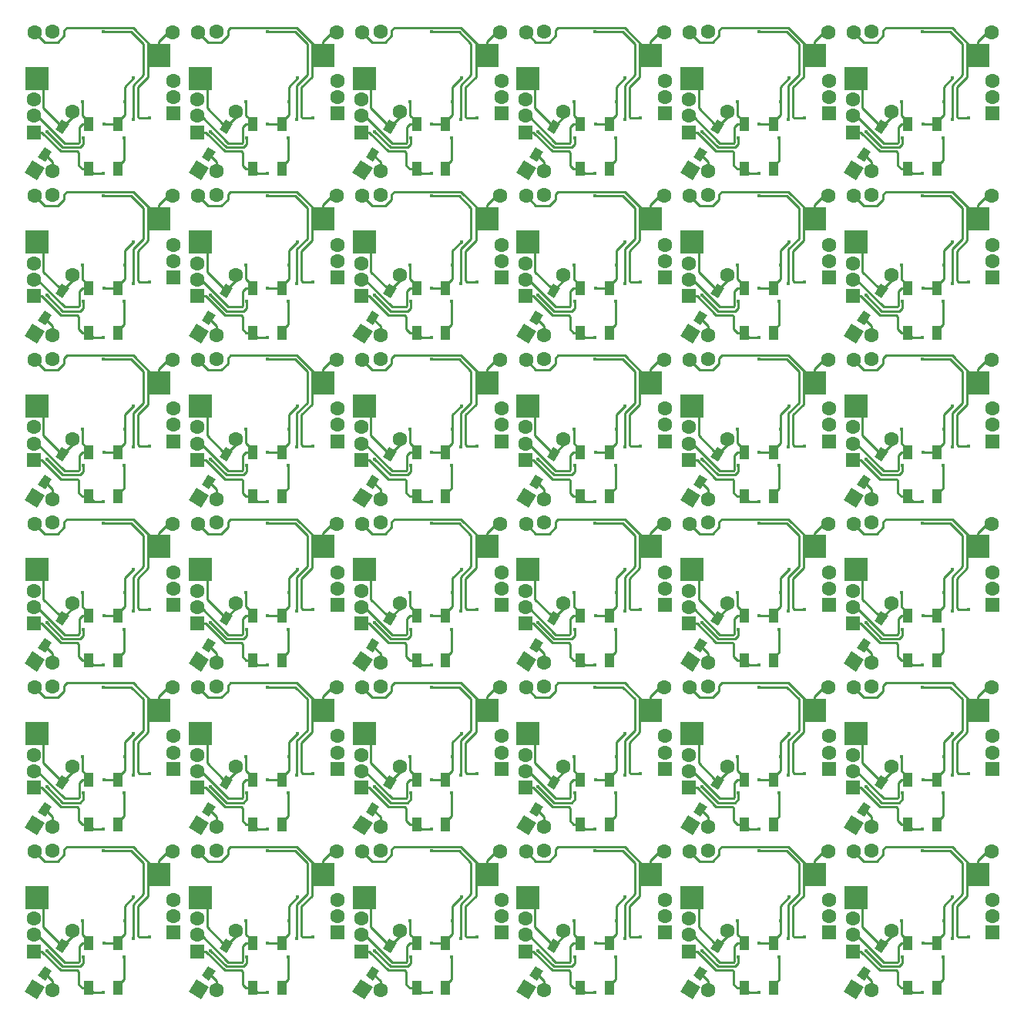
<source format=gbl>
G04 #@! TF.GenerationSoftware,KiCad,Pcbnew,(5.1.5-0-10_14)*
G04 #@! TF.CreationDate,2020-05-05T10:05:08-04:00*
G04 #@! TF.ProjectId,plate,706c6174-652e-46b6-9963-61645f706362,1*
G04 #@! TF.SameCoordinates,Original*
G04 #@! TF.FileFunction,Copper,L2,Bot*
G04 #@! TF.FilePolarity,Positive*
%FSLAX46Y46*%
G04 Gerber Fmt 4.6, Leading zero omitted, Abs format (unit mm)*
G04 Created by KiCad (PCBNEW (5.1.5-0-10_14)) date 2020-05-05 10:05:08*
%MOMM*%
%LPD*%
G04 APERTURE LIST*
%ADD10C,1.600000*%
%ADD11R,1.600000X1.600000*%
%ADD12C,0.100000*%
%ADD13R,2.550000X2.500000*%
%ADD14R,1.000000X1.500000*%
%ADD15C,0.400000*%
%ADD16C,0.250000*%
%ADD17C,0.300000*%
G04 APERTURE END LIST*
D10*
X85045000Y-118215000D03*
X100245000Y-118215000D03*
X100345000Y-125365000D03*
D11*
X84963000Y-129215000D03*
D10*
X100345000Y-123565000D03*
X84963000Y-127415000D03*
X87045000Y-118115000D03*
D11*
X100345000Y-127165000D03*
D10*
X84963000Y-125615000D03*
X87045000Y-133515000D03*
G04 #@! TA.AperFunction,SMDPad,CuDef*
D12*
G36*
X88153780Y-129424382D02*
G01*
X87352558Y-128913947D01*
X88051048Y-127817538D01*
X88852270Y-128327973D01*
X88153780Y-129424382D01*
G37*
G04 #@! TD.AperFunction*
G04 #@! TA.AperFunction,SMDPad,CuDef*
G36*
X86246366Y-132418422D02*
G01*
X85445144Y-131907987D01*
X86143634Y-130811578D01*
X86944856Y-131322013D01*
X86246366Y-132418422D01*
G37*
G04 #@! TD.AperFunction*
D13*
X98735000Y-120735000D03*
X85285000Y-123275000D03*
D14*
X94233600Y-128339400D03*
X91033600Y-128339400D03*
X94233600Y-133239400D03*
X91033600Y-133239400D03*
G04 #@! TA.AperFunction,ComponentPad*
D12*
G36*
X85339873Y-134469553D02*
G01*
X83990447Y-133609873D01*
X84850127Y-132260447D01*
X86199553Y-133120127D01*
X85339873Y-134469553D01*
G37*
G04 #@! TD.AperFunction*
D10*
X89189223Y-126938357D03*
X103045000Y-118215000D03*
X118245000Y-118215000D03*
X118345000Y-125365000D03*
D11*
X102963000Y-129215000D03*
D10*
X118345000Y-123565000D03*
X102963000Y-127415000D03*
X105045000Y-118115000D03*
D11*
X118345000Y-127165000D03*
D10*
X102963000Y-125615000D03*
X105045000Y-133515000D03*
G04 #@! TA.AperFunction,SMDPad,CuDef*
D12*
G36*
X104246366Y-132418422D02*
G01*
X103445144Y-131907987D01*
X104143634Y-130811578D01*
X104944856Y-131322013D01*
X104246366Y-132418422D01*
G37*
G04 #@! TD.AperFunction*
G04 #@! TA.AperFunction,SMDPad,CuDef*
G36*
X106153780Y-129424382D02*
G01*
X105352558Y-128913947D01*
X106051048Y-127817538D01*
X106852270Y-128327973D01*
X106153780Y-129424382D01*
G37*
G04 #@! TD.AperFunction*
D13*
X103285000Y-123275000D03*
X116735000Y-120735000D03*
D10*
X107189223Y-126938357D03*
G04 #@! TA.AperFunction,ComponentPad*
D12*
G36*
X103339873Y-134469553D02*
G01*
X101990447Y-133609873D01*
X102850127Y-132260447D01*
X104199553Y-133120127D01*
X103339873Y-134469553D01*
G37*
G04 #@! TD.AperFunction*
D14*
X109033600Y-133239400D03*
X112233600Y-133239400D03*
X109033600Y-128339400D03*
X112233600Y-128339400D03*
D10*
X85045000Y-136215000D03*
X100245000Y-136215000D03*
X100345000Y-143365000D03*
D11*
X84963000Y-147215000D03*
D10*
X100345000Y-141565000D03*
X84963000Y-145415000D03*
X87045000Y-136115000D03*
D11*
X100345000Y-145165000D03*
D10*
X84963000Y-143615000D03*
X87045000Y-151515000D03*
G04 #@! TA.AperFunction,SMDPad,CuDef*
D12*
G36*
X86246366Y-150418422D02*
G01*
X85445144Y-149907987D01*
X86143634Y-148811578D01*
X86944856Y-149322013D01*
X86246366Y-150418422D01*
G37*
G04 #@! TD.AperFunction*
G04 #@! TA.AperFunction,SMDPad,CuDef*
G36*
X88153780Y-147424382D02*
G01*
X87352558Y-146913947D01*
X88051048Y-145817538D01*
X88852270Y-146327973D01*
X88153780Y-147424382D01*
G37*
G04 #@! TD.AperFunction*
D13*
X85285000Y-141275000D03*
X98735000Y-138735000D03*
D14*
X91033600Y-151239400D03*
X94233600Y-151239400D03*
X91033600Y-146339400D03*
X94233600Y-146339400D03*
D10*
X89189223Y-144938357D03*
G04 #@! TA.AperFunction,ComponentPad*
D12*
G36*
X85339873Y-152469553D02*
G01*
X83990447Y-151609873D01*
X84850127Y-150260447D01*
X86199553Y-151120127D01*
X85339873Y-152469553D01*
G37*
G04 #@! TD.AperFunction*
D10*
X103045000Y-136215000D03*
X118245000Y-136215000D03*
X118345000Y-143365000D03*
D11*
X102963000Y-147215000D03*
D10*
X118345000Y-141565000D03*
X102963000Y-145415000D03*
X105045000Y-136115000D03*
D11*
X118345000Y-145165000D03*
D10*
X102963000Y-143615000D03*
X105045000Y-151515000D03*
G04 #@! TA.AperFunction,SMDPad,CuDef*
D12*
G36*
X106153780Y-147424382D02*
G01*
X105352558Y-146913947D01*
X106051048Y-145817538D01*
X106852270Y-146327973D01*
X106153780Y-147424382D01*
G37*
G04 #@! TD.AperFunction*
G04 #@! TA.AperFunction,SMDPad,CuDef*
G36*
X104246366Y-150418422D02*
G01*
X103445144Y-149907987D01*
X104143634Y-148811578D01*
X104944856Y-149322013D01*
X104246366Y-150418422D01*
G37*
G04 #@! TD.AperFunction*
D13*
X116735000Y-138735000D03*
X103285000Y-141275000D03*
G04 #@! TA.AperFunction,ComponentPad*
D12*
G36*
X103339873Y-152469553D02*
G01*
X101990447Y-151609873D01*
X102850127Y-150260447D01*
X104199553Y-151120127D01*
X103339873Y-152469553D01*
G37*
G04 #@! TD.AperFunction*
D10*
X107189223Y-144938357D03*
D14*
X112233600Y-146339400D03*
X109033600Y-146339400D03*
X112233600Y-151239400D03*
X109033600Y-151239400D03*
D10*
X156963000Y-145415000D03*
X159045000Y-136115000D03*
D11*
X172345000Y-145165000D03*
D10*
X156963000Y-143615000D03*
X159045000Y-151515000D03*
G04 #@! TA.AperFunction,SMDPad,CuDef*
D12*
G36*
X160153780Y-147424382D02*
G01*
X159352558Y-146913947D01*
X160051048Y-145817538D01*
X160852270Y-146327973D01*
X160153780Y-147424382D01*
G37*
G04 #@! TD.AperFunction*
G04 #@! TA.AperFunction,SMDPad,CuDef*
G36*
X158246366Y-150418422D02*
G01*
X157445144Y-149907987D01*
X158143634Y-148811578D01*
X158944856Y-149322013D01*
X158246366Y-150418422D01*
G37*
G04 #@! TD.AperFunction*
D13*
X170735000Y-138735000D03*
X157285000Y-141275000D03*
D10*
X179189223Y-144938357D03*
G04 #@! TA.AperFunction,ComponentPad*
D12*
G36*
X175339873Y-152469553D02*
G01*
X173990447Y-151609873D01*
X174850127Y-150260447D01*
X176199553Y-151120127D01*
X175339873Y-152469553D01*
G37*
G04 #@! TD.AperFunction*
D14*
X181033600Y-151239400D03*
X184233600Y-151239400D03*
X181033600Y-146339400D03*
X184233600Y-146339400D03*
G04 #@! TA.AperFunction,SMDPad,CuDef*
D12*
G36*
X176246366Y-150418422D02*
G01*
X175445144Y-149907987D01*
X176143634Y-148811578D01*
X176944856Y-149322013D01*
X176246366Y-150418422D01*
G37*
G04 #@! TD.AperFunction*
G04 #@! TA.AperFunction,SMDPad,CuDef*
G36*
X178153780Y-147424382D02*
G01*
X177352558Y-146913947D01*
X178051048Y-145817538D01*
X178852270Y-146327973D01*
X178153780Y-147424382D01*
G37*
G04 #@! TD.AperFunction*
G04 #@! TA.AperFunction,ComponentPad*
G36*
X157339873Y-152469553D02*
G01*
X155990447Y-151609873D01*
X156850127Y-150260447D01*
X158199553Y-151120127D01*
X157339873Y-152469553D01*
G37*
G04 #@! TD.AperFunction*
D10*
X161189223Y-144938357D03*
X190345000Y-143365000D03*
D11*
X174963000Y-147215000D03*
D10*
X190345000Y-141565000D03*
X174963000Y-145415000D03*
X175045000Y-136215000D03*
X190245000Y-136215000D03*
X177045000Y-151515000D03*
X177045000Y-136115000D03*
D11*
X190345000Y-145165000D03*
D10*
X174963000Y-143615000D03*
D11*
X156963000Y-147215000D03*
D10*
X172345000Y-141565000D03*
D13*
X175285000Y-141275000D03*
X188735000Y-138735000D03*
D14*
X166233600Y-146339400D03*
X163033600Y-146339400D03*
X166233600Y-151239400D03*
X163033600Y-151239400D03*
D10*
X157045000Y-136215000D03*
X172245000Y-136215000D03*
X172345000Y-143365000D03*
D14*
X130233600Y-146339400D03*
X127033600Y-146339400D03*
X130233600Y-151239400D03*
X127033600Y-151239400D03*
G04 #@! TA.AperFunction,ComponentPad*
D12*
G36*
X121339873Y-152469553D02*
G01*
X119990447Y-151609873D01*
X120850127Y-150260447D01*
X122199553Y-151120127D01*
X121339873Y-152469553D01*
G37*
G04 #@! TD.AperFunction*
D10*
X125189223Y-144938357D03*
X143189223Y-144938357D03*
G04 #@! TA.AperFunction,ComponentPad*
D12*
G36*
X139339873Y-152469553D02*
G01*
X137990447Y-151609873D01*
X138850127Y-150260447D01*
X140199553Y-151120127D01*
X139339873Y-152469553D01*
G37*
G04 #@! TD.AperFunction*
D13*
X134735000Y-138735000D03*
X121285000Y-141275000D03*
D10*
X120963000Y-145415000D03*
X123045000Y-136115000D03*
D11*
X136345000Y-145165000D03*
D10*
X120963000Y-143615000D03*
X123045000Y-151515000D03*
X139045000Y-136215000D03*
X154245000Y-136215000D03*
X154345000Y-143365000D03*
D11*
X138963000Y-147215000D03*
D10*
X154345000Y-141565000D03*
X138963000Y-145415000D03*
X141045000Y-136115000D03*
D11*
X154345000Y-145165000D03*
D10*
X138963000Y-143615000D03*
X141045000Y-151515000D03*
G04 #@! TA.AperFunction,SMDPad,CuDef*
D12*
G36*
X140246366Y-150418422D02*
G01*
X139445144Y-149907987D01*
X140143634Y-148811578D01*
X140944856Y-149322013D01*
X140246366Y-150418422D01*
G37*
G04 #@! TD.AperFunction*
G04 #@! TA.AperFunction,SMDPad,CuDef*
G36*
X142153780Y-147424382D02*
G01*
X141352558Y-146913947D01*
X142051048Y-145817538D01*
X142852270Y-146327973D01*
X142153780Y-147424382D01*
G37*
G04 #@! TD.AperFunction*
D13*
X139285000Y-141275000D03*
X152735000Y-138735000D03*
G04 #@! TA.AperFunction,SMDPad,CuDef*
D12*
G36*
X124153780Y-147424382D02*
G01*
X123352558Y-146913947D01*
X124051048Y-145817538D01*
X124852270Y-146327973D01*
X124153780Y-147424382D01*
G37*
G04 #@! TD.AperFunction*
G04 #@! TA.AperFunction,SMDPad,CuDef*
G36*
X122246366Y-150418422D02*
G01*
X121445144Y-149907987D01*
X122143634Y-148811578D01*
X122944856Y-149322013D01*
X122246366Y-150418422D01*
G37*
G04 #@! TD.AperFunction*
D14*
X145033600Y-151239400D03*
X148233600Y-151239400D03*
X145033600Y-146339400D03*
X148233600Y-146339400D03*
D11*
X120963000Y-147215000D03*
D10*
X121045000Y-136215000D03*
X136245000Y-136215000D03*
X136345000Y-143365000D03*
X136345000Y-141565000D03*
X156963000Y-127415000D03*
X159045000Y-118115000D03*
D11*
X172345000Y-127165000D03*
D10*
X156963000Y-125615000D03*
X159045000Y-133515000D03*
G04 #@! TA.AperFunction,SMDPad,CuDef*
D12*
G36*
X158246366Y-132418422D02*
G01*
X157445144Y-131907987D01*
X158143634Y-130811578D01*
X158944856Y-131322013D01*
X158246366Y-132418422D01*
G37*
G04 #@! TD.AperFunction*
G04 #@! TA.AperFunction,SMDPad,CuDef*
G36*
X160153780Y-129424382D02*
G01*
X159352558Y-128913947D01*
X160051048Y-127817538D01*
X160852270Y-128327973D01*
X160153780Y-129424382D01*
G37*
G04 #@! TD.AperFunction*
D13*
X157285000Y-123275000D03*
X170735000Y-120735000D03*
G04 #@! TA.AperFunction,ComponentPad*
D12*
G36*
X175339873Y-134469553D02*
G01*
X173990447Y-133609873D01*
X174850127Y-132260447D01*
X176199553Y-133120127D01*
X175339873Y-134469553D01*
G37*
G04 #@! TD.AperFunction*
D10*
X179189223Y-126938357D03*
D14*
X184233600Y-128339400D03*
X181033600Y-128339400D03*
X184233600Y-133239400D03*
X181033600Y-133239400D03*
G04 #@! TA.AperFunction,SMDPad,CuDef*
D12*
G36*
X178153780Y-129424382D02*
G01*
X177352558Y-128913947D01*
X178051048Y-127817538D01*
X178852270Y-128327973D01*
X178153780Y-129424382D01*
G37*
G04 #@! TD.AperFunction*
G04 #@! TA.AperFunction,SMDPad,CuDef*
G36*
X176246366Y-132418422D02*
G01*
X175445144Y-131907987D01*
X176143634Y-130811578D01*
X176944856Y-131322013D01*
X176246366Y-132418422D01*
G37*
G04 #@! TD.AperFunction*
D10*
X161189223Y-126938357D03*
G04 #@! TA.AperFunction,ComponentPad*
D12*
G36*
X157339873Y-134469553D02*
G01*
X155990447Y-133609873D01*
X156850127Y-132260447D01*
X158199553Y-133120127D01*
X157339873Y-134469553D01*
G37*
G04 #@! TD.AperFunction*
D10*
X190345000Y-125365000D03*
D11*
X174963000Y-129215000D03*
D10*
X190345000Y-123565000D03*
X174963000Y-127415000D03*
X175045000Y-118215000D03*
X190245000Y-118215000D03*
X177045000Y-133515000D03*
X177045000Y-118115000D03*
D11*
X190345000Y-127165000D03*
D10*
X174963000Y-125615000D03*
D11*
X156963000Y-129215000D03*
D10*
X172345000Y-123565000D03*
D13*
X188735000Y-120735000D03*
X175285000Y-123275000D03*
D14*
X163033600Y-133239400D03*
X166233600Y-133239400D03*
X163033600Y-128339400D03*
X166233600Y-128339400D03*
D10*
X157045000Y-118215000D03*
X172245000Y-118215000D03*
X172345000Y-125365000D03*
D14*
X127033600Y-133239400D03*
X130233600Y-133239400D03*
X127033600Y-128339400D03*
X130233600Y-128339400D03*
D10*
X125189223Y-126938357D03*
G04 #@! TA.AperFunction,ComponentPad*
D12*
G36*
X121339873Y-134469553D02*
G01*
X119990447Y-133609873D01*
X120850127Y-132260447D01*
X122199553Y-133120127D01*
X121339873Y-134469553D01*
G37*
G04 #@! TD.AperFunction*
D10*
X139045000Y-118215000D03*
X154245000Y-118215000D03*
X154345000Y-125365000D03*
D11*
X138963000Y-129215000D03*
D10*
X154345000Y-123565000D03*
X138963000Y-127415000D03*
X141045000Y-118115000D03*
D11*
X154345000Y-127165000D03*
D10*
X138963000Y-125615000D03*
X141045000Y-133515000D03*
G04 #@! TA.AperFunction,SMDPad,CuDef*
D12*
G36*
X142153780Y-129424382D02*
G01*
X141352558Y-128913947D01*
X142051048Y-127817538D01*
X142852270Y-128327973D01*
X142153780Y-129424382D01*
G37*
G04 #@! TD.AperFunction*
G04 #@! TA.AperFunction,SMDPad,CuDef*
G36*
X140246366Y-132418422D02*
G01*
X139445144Y-131907987D01*
X140143634Y-130811578D01*
X140944856Y-131322013D01*
X140246366Y-132418422D01*
G37*
G04 #@! TD.AperFunction*
D13*
X152735000Y-120735000D03*
X139285000Y-123275000D03*
G04 #@! TA.AperFunction,ComponentPad*
D12*
G36*
X139339873Y-134469553D02*
G01*
X137990447Y-133609873D01*
X138850127Y-132260447D01*
X140199553Y-133120127D01*
X139339873Y-134469553D01*
G37*
G04 #@! TD.AperFunction*
D10*
X143189223Y-126938357D03*
D14*
X148233600Y-128339400D03*
X145033600Y-128339400D03*
X148233600Y-133239400D03*
X145033600Y-133239400D03*
D10*
X121045000Y-118215000D03*
X136245000Y-118215000D03*
X136345000Y-125365000D03*
D11*
X120963000Y-129215000D03*
D10*
X136345000Y-123565000D03*
X120963000Y-127415000D03*
X123045000Y-118115000D03*
D11*
X136345000Y-127165000D03*
D10*
X120963000Y-125615000D03*
X123045000Y-133515000D03*
G04 #@! TA.AperFunction,SMDPad,CuDef*
D12*
G36*
X122246366Y-132418422D02*
G01*
X121445144Y-131907987D01*
X122143634Y-130811578D01*
X122944856Y-131322013D01*
X122246366Y-132418422D01*
G37*
G04 #@! TD.AperFunction*
G04 #@! TA.AperFunction,SMDPad,CuDef*
G36*
X124153780Y-129424382D02*
G01*
X123352558Y-128913947D01*
X124051048Y-127817538D01*
X124852270Y-128327973D01*
X124153780Y-129424382D01*
G37*
G04 #@! TD.AperFunction*
D13*
X121285000Y-123275000D03*
X134735000Y-120735000D03*
D10*
X85045000Y-82215000D03*
X100245000Y-82215000D03*
X100345000Y-89365000D03*
D11*
X84963000Y-93215000D03*
D10*
X100345000Y-87565000D03*
X84963000Y-91415000D03*
X87045000Y-82115000D03*
D11*
X100345000Y-91165000D03*
D10*
X84963000Y-89615000D03*
X87045000Y-97515000D03*
G04 #@! TA.AperFunction,SMDPad,CuDef*
D12*
G36*
X88153780Y-93424382D02*
G01*
X87352558Y-92913947D01*
X88051048Y-91817538D01*
X88852270Y-92327973D01*
X88153780Y-93424382D01*
G37*
G04 #@! TD.AperFunction*
G04 #@! TA.AperFunction,SMDPad,CuDef*
G36*
X86246366Y-96418422D02*
G01*
X85445144Y-95907987D01*
X86143634Y-94811578D01*
X86944856Y-95322013D01*
X86246366Y-96418422D01*
G37*
G04 #@! TD.AperFunction*
D13*
X98735000Y-84735000D03*
X85285000Y-87275000D03*
D14*
X94233600Y-92339400D03*
X91033600Y-92339400D03*
X94233600Y-97239400D03*
X91033600Y-97239400D03*
G04 #@! TA.AperFunction,ComponentPad*
D12*
G36*
X85339873Y-98469553D02*
G01*
X83990447Y-97609873D01*
X84850127Y-96260447D01*
X86199553Y-97120127D01*
X85339873Y-98469553D01*
G37*
G04 #@! TD.AperFunction*
D10*
X89189223Y-90938357D03*
X103045000Y-82215000D03*
X118245000Y-82215000D03*
X118345000Y-89365000D03*
D11*
X102963000Y-93215000D03*
D10*
X118345000Y-87565000D03*
X102963000Y-91415000D03*
X105045000Y-82115000D03*
D11*
X118345000Y-91165000D03*
D10*
X102963000Y-89615000D03*
X105045000Y-97515000D03*
G04 #@! TA.AperFunction,SMDPad,CuDef*
D12*
G36*
X104246366Y-96418422D02*
G01*
X103445144Y-95907987D01*
X104143634Y-94811578D01*
X104944856Y-95322013D01*
X104246366Y-96418422D01*
G37*
G04 #@! TD.AperFunction*
G04 #@! TA.AperFunction,SMDPad,CuDef*
G36*
X106153780Y-93424382D02*
G01*
X105352558Y-92913947D01*
X106051048Y-91817538D01*
X106852270Y-92327973D01*
X106153780Y-93424382D01*
G37*
G04 #@! TD.AperFunction*
D13*
X103285000Y-87275000D03*
X116735000Y-84735000D03*
D10*
X107189223Y-90938357D03*
G04 #@! TA.AperFunction,ComponentPad*
D12*
G36*
X103339873Y-98469553D02*
G01*
X101990447Y-97609873D01*
X102850127Y-96260447D01*
X104199553Y-97120127D01*
X103339873Y-98469553D01*
G37*
G04 #@! TD.AperFunction*
D14*
X109033600Y-97239400D03*
X112233600Y-97239400D03*
X109033600Y-92339400D03*
X112233600Y-92339400D03*
D10*
X85045000Y-100215000D03*
X100245000Y-100215000D03*
X100345000Y-107365000D03*
D11*
X84963000Y-111215000D03*
D10*
X100345000Y-105565000D03*
X84963000Y-109415000D03*
X87045000Y-100115000D03*
D11*
X100345000Y-109165000D03*
D10*
X84963000Y-107615000D03*
X87045000Y-115515000D03*
G04 #@! TA.AperFunction,SMDPad,CuDef*
D12*
G36*
X86246366Y-114418422D02*
G01*
X85445144Y-113907987D01*
X86143634Y-112811578D01*
X86944856Y-113322013D01*
X86246366Y-114418422D01*
G37*
G04 #@! TD.AperFunction*
G04 #@! TA.AperFunction,SMDPad,CuDef*
G36*
X88153780Y-111424382D02*
G01*
X87352558Y-110913947D01*
X88051048Y-109817538D01*
X88852270Y-110327973D01*
X88153780Y-111424382D01*
G37*
G04 #@! TD.AperFunction*
D13*
X85285000Y-105275000D03*
X98735000Y-102735000D03*
D14*
X91033600Y-115239400D03*
X94233600Y-115239400D03*
X91033600Y-110339400D03*
X94233600Y-110339400D03*
D10*
X89189223Y-108938357D03*
G04 #@! TA.AperFunction,ComponentPad*
D12*
G36*
X85339873Y-116469553D02*
G01*
X83990447Y-115609873D01*
X84850127Y-114260447D01*
X86199553Y-115120127D01*
X85339873Y-116469553D01*
G37*
G04 #@! TD.AperFunction*
D10*
X103045000Y-100215000D03*
X118245000Y-100215000D03*
X118345000Y-107365000D03*
D11*
X102963000Y-111215000D03*
D10*
X118345000Y-105565000D03*
X102963000Y-109415000D03*
X105045000Y-100115000D03*
D11*
X118345000Y-109165000D03*
D10*
X102963000Y-107615000D03*
X105045000Y-115515000D03*
G04 #@! TA.AperFunction,SMDPad,CuDef*
D12*
G36*
X106153780Y-111424382D02*
G01*
X105352558Y-110913947D01*
X106051048Y-109817538D01*
X106852270Y-110327973D01*
X106153780Y-111424382D01*
G37*
G04 #@! TD.AperFunction*
G04 #@! TA.AperFunction,SMDPad,CuDef*
G36*
X104246366Y-114418422D02*
G01*
X103445144Y-113907987D01*
X104143634Y-112811578D01*
X104944856Y-113322013D01*
X104246366Y-114418422D01*
G37*
G04 #@! TD.AperFunction*
D13*
X116735000Y-102735000D03*
X103285000Y-105275000D03*
G04 #@! TA.AperFunction,ComponentPad*
D12*
G36*
X103339873Y-116469553D02*
G01*
X101990447Y-115609873D01*
X102850127Y-114260447D01*
X104199553Y-115120127D01*
X103339873Y-116469553D01*
G37*
G04 #@! TD.AperFunction*
D10*
X107189223Y-108938357D03*
D14*
X112233600Y-110339400D03*
X109033600Y-110339400D03*
X112233600Y-115239400D03*
X109033600Y-115239400D03*
D10*
X156963000Y-109415000D03*
X159045000Y-100115000D03*
D11*
X172345000Y-109165000D03*
D10*
X156963000Y-107615000D03*
X159045000Y-115515000D03*
G04 #@! TA.AperFunction,SMDPad,CuDef*
D12*
G36*
X160153780Y-111424382D02*
G01*
X159352558Y-110913947D01*
X160051048Y-109817538D01*
X160852270Y-110327973D01*
X160153780Y-111424382D01*
G37*
G04 #@! TD.AperFunction*
G04 #@! TA.AperFunction,SMDPad,CuDef*
G36*
X158246366Y-114418422D02*
G01*
X157445144Y-113907987D01*
X158143634Y-112811578D01*
X158944856Y-113322013D01*
X158246366Y-114418422D01*
G37*
G04 #@! TD.AperFunction*
D13*
X170735000Y-102735000D03*
X157285000Y-105275000D03*
D10*
X179189223Y-108938357D03*
G04 #@! TA.AperFunction,ComponentPad*
D12*
G36*
X175339873Y-116469553D02*
G01*
X173990447Y-115609873D01*
X174850127Y-114260447D01*
X176199553Y-115120127D01*
X175339873Y-116469553D01*
G37*
G04 #@! TD.AperFunction*
D14*
X181033600Y-115239400D03*
X184233600Y-115239400D03*
X181033600Y-110339400D03*
X184233600Y-110339400D03*
G04 #@! TA.AperFunction,SMDPad,CuDef*
D12*
G36*
X176246366Y-114418422D02*
G01*
X175445144Y-113907987D01*
X176143634Y-112811578D01*
X176944856Y-113322013D01*
X176246366Y-114418422D01*
G37*
G04 #@! TD.AperFunction*
G04 #@! TA.AperFunction,SMDPad,CuDef*
G36*
X178153780Y-111424382D02*
G01*
X177352558Y-110913947D01*
X178051048Y-109817538D01*
X178852270Y-110327973D01*
X178153780Y-111424382D01*
G37*
G04 #@! TD.AperFunction*
G04 #@! TA.AperFunction,ComponentPad*
G36*
X157339873Y-116469553D02*
G01*
X155990447Y-115609873D01*
X156850127Y-114260447D01*
X158199553Y-115120127D01*
X157339873Y-116469553D01*
G37*
G04 #@! TD.AperFunction*
D10*
X161189223Y-108938357D03*
X190345000Y-107365000D03*
D11*
X174963000Y-111215000D03*
D10*
X190345000Y-105565000D03*
X174963000Y-109415000D03*
X175045000Y-100215000D03*
X190245000Y-100215000D03*
X177045000Y-115515000D03*
X177045000Y-100115000D03*
D11*
X190345000Y-109165000D03*
D10*
X174963000Y-107615000D03*
D11*
X156963000Y-111215000D03*
D10*
X172345000Y-105565000D03*
D13*
X175285000Y-105275000D03*
X188735000Y-102735000D03*
D14*
X166233600Y-110339400D03*
X163033600Y-110339400D03*
X166233600Y-115239400D03*
X163033600Y-115239400D03*
D10*
X157045000Y-100215000D03*
X172245000Y-100215000D03*
X172345000Y-107365000D03*
D14*
X130233600Y-110339400D03*
X127033600Y-110339400D03*
X130233600Y-115239400D03*
X127033600Y-115239400D03*
G04 #@! TA.AperFunction,ComponentPad*
D12*
G36*
X121339873Y-116469553D02*
G01*
X119990447Y-115609873D01*
X120850127Y-114260447D01*
X122199553Y-115120127D01*
X121339873Y-116469553D01*
G37*
G04 #@! TD.AperFunction*
D10*
X125189223Y-108938357D03*
X143189223Y-108938357D03*
G04 #@! TA.AperFunction,ComponentPad*
D12*
G36*
X139339873Y-116469553D02*
G01*
X137990447Y-115609873D01*
X138850127Y-114260447D01*
X140199553Y-115120127D01*
X139339873Y-116469553D01*
G37*
G04 #@! TD.AperFunction*
D13*
X134735000Y-102735000D03*
X121285000Y-105275000D03*
D10*
X120963000Y-109415000D03*
X123045000Y-100115000D03*
D11*
X136345000Y-109165000D03*
D10*
X120963000Y-107615000D03*
X123045000Y-115515000D03*
X139045000Y-100215000D03*
X154245000Y-100215000D03*
X154345000Y-107365000D03*
D11*
X138963000Y-111215000D03*
D10*
X154345000Y-105565000D03*
X138963000Y-109415000D03*
X141045000Y-100115000D03*
D11*
X154345000Y-109165000D03*
D10*
X138963000Y-107615000D03*
X141045000Y-115515000D03*
G04 #@! TA.AperFunction,SMDPad,CuDef*
D12*
G36*
X140246366Y-114418422D02*
G01*
X139445144Y-113907987D01*
X140143634Y-112811578D01*
X140944856Y-113322013D01*
X140246366Y-114418422D01*
G37*
G04 #@! TD.AperFunction*
G04 #@! TA.AperFunction,SMDPad,CuDef*
G36*
X142153780Y-111424382D02*
G01*
X141352558Y-110913947D01*
X142051048Y-109817538D01*
X142852270Y-110327973D01*
X142153780Y-111424382D01*
G37*
G04 #@! TD.AperFunction*
D13*
X139285000Y-105275000D03*
X152735000Y-102735000D03*
G04 #@! TA.AperFunction,SMDPad,CuDef*
D12*
G36*
X124153780Y-111424382D02*
G01*
X123352558Y-110913947D01*
X124051048Y-109817538D01*
X124852270Y-110327973D01*
X124153780Y-111424382D01*
G37*
G04 #@! TD.AperFunction*
G04 #@! TA.AperFunction,SMDPad,CuDef*
G36*
X122246366Y-114418422D02*
G01*
X121445144Y-113907987D01*
X122143634Y-112811578D01*
X122944856Y-113322013D01*
X122246366Y-114418422D01*
G37*
G04 #@! TD.AperFunction*
D14*
X145033600Y-115239400D03*
X148233600Y-115239400D03*
X145033600Y-110339400D03*
X148233600Y-110339400D03*
D11*
X120963000Y-111215000D03*
D10*
X121045000Y-100215000D03*
X136245000Y-100215000D03*
X136345000Y-107365000D03*
X136345000Y-105565000D03*
X156963000Y-91415000D03*
X159045000Y-82115000D03*
D11*
X172345000Y-91165000D03*
D10*
X156963000Y-89615000D03*
X159045000Y-97515000D03*
G04 #@! TA.AperFunction,SMDPad,CuDef*
D12*
G36*
X158246366Y-96418422D02*
G01*
X157445144Y-95907987D01*
X158143634Y-94811578D01*
X158944856Y-95322013D01*
X158246366Y-96418422D01*
G37*
G04 #@! TD.AperFunction*
G04 #@! TA.AperFunction,SMDPad,CuDef*
G36*
X160153780Y-93424382D02*
G01*
X159352558Y-92913947D01*
X160051048Y-91817538D01*
X160852270Y-92327973D01*
X160153780Y-93424382D01*
G37*
G04 #@! TD.AperFunction*
D13*
X157285000Y-87275000D03*
X170735000Y-84735000D03*
G04 #@! TA.AperFunction,ComponentPad*
D12*
G36*
X175339873Y-98469553D02*
G01*
X173990447Y-97609873D01*
X174850127Y-96260447D01*
X176199553Y-97120127D01*
X175339873Y-98469553D01*
G37*
G04 #@! TD.AperFunction*
D10*
X179189223Y-90938357D03*
D14*
X184233600Y-92339400D03*
X181033600Y-92339400D03*
X184233600Y-97239400D03*
X181033600Y-97239400D03*
G04 #@! TA.AperFunction,SMDPad,CuDef*
D12*
G36*
X178153780Y-93424382D02*
G01*
X177352558Y-92913947D01*
X178051048Y-91817538D01*
X178852270Y-92327973D01*
X178153780Y-93424382D01*
G37*
G04 #@! TD.AperFunction*
G04 #@! TA.AperFunction,SMDPad,CuDef*
G36*
X176246366Y-96418422D02*
G01*
X175445144Y-95907987D01*
X176143634Y-94811578D01*
X176944856Y-95322013D01*
X176246366Y-96418422D01*
G37*
G04 #@! TD.AperFunction*
D10*
X161189223Y-90938357D03*
G04 #@! TA.AperFunction,ComponentPad*
D12*
G36*
X157339873Y-98469553D02*
G01*
X155990447Y-97609873D01*
X156850127Y-96260447D01*
X158199553Y-97120127D01*
X157339873Y-98469553D01*
G37*
G04 #@! TD.AperFunction*
D10*
X190345000Y-89365000D03*
D11*
X174963000Y-93215000D03*
D10*
X190345000Y-87565000D03*
X174963000Y-91415000D03*
X175045000Y-82215000D03*
X190245000Y-82215000D03*
X177045000Y-97515000D03*
X177045000Y-82115000D03*
D11*
X190345000Y-91165000D03*
D10*
X174963000Y-89615000D03*
D11*
X156963000Y-93215000D03*
D10*
X172345000Y-87565000D03*
D13*
X188735000Y-84735000D03*
X175285000Y-87275000D03*
D14*
X163033600Y-97239400D03*
X166233600Y-97239400D03*
X163033600Y-92339400D03*
X166233600Y-92339400D03*
D10*
X157045000Y-82215000D03*
X172245000Y-82215000D03*
X172345000Y-89365000D03*
D14*
X127033600Y-97239400D03*
X130233600Y-97239400D03*
X127033600Y-92339400D03*
X130233600Y-92339400D03*
D10*
X125189223Y-90938357D03*
G04 #@! TA.AperFunction,ComponentPad*
D12*
G36*
X121339873Y-98469553D02*
G01*
X119990447Y-97609873D01*
X120850127Y-96260447D01*
X122199553Y-97120127D01*
X121339873Y-98469553D01*
G37*
G04 #@! TD.AperFunction*
D10*
X139045000Y-82215000D03*
X154245000Y-82215000D03*
X154345000Y-89365000D03*
D11*
X138963000Y-93215000D03*
D10*
X154345000Y-87565000D03*
X138963000Y-91415000D03*
X141045000Y-82115000D03*
D11*
X154345000Y-91165000D03*
D10*
X138963000Y-89615000D03*
X141045000Y-97515000D03*
G04 #@! TA.AperFunction,SMDPad,CuDef*
D12*
G36*
X142153780Y-93424382D02*
G01*
X141352558Y-92913947D01*
X142051048Y-91817538D01*
X142852270Y-92327973D01*
X142153780Y-93424382D01*
G37*
G04 #@! TD.AperFunction*
G04 #@! TA.AperFunction,SMDPad,CuDef*
G36*
X140246366Y-96418422D02*
G01*
X139445144Y-95907987D01*
X140143634Y-94811578D01*
X140944856Y-95322013D01*
X140246366Y-96418422D01*
G37*
G04 #@! TD.AperFunction*
D13*
X152735000Y-84735000D03*
X139285000Y-87275000D03*
G04 #@! TA.AperFunction,ComponentPad*
D12*
G36*
X139339873Y-98469553D02*
G01*
X137990447Y-97609873D01*
X138850127Y-96260447D01*
X140199553Y-97120127D01*
X139339873Y-98469553D01*
G37*
G04 #@! TD.AperFunction*
D10*
X143189223Y-90938357D03*
D14*
X148233600Y-92339400D03*
X145033600Y-92339400D03*
X148233600Y-97239400D03*
X145033600Y-97239400D03*
D10*
X121045000Y-82215000D03*
X136245000Y-82215000D03*
X136345000Y-89365000D03*
D11*
X120963000Y-93215000D03*
D10*
X136345000Y-87565000D03*
X120963000Y-91415000D03*
X123045000Y-82115000D03*
D11*
X136345000Y-91165000D03*
D10*
X120963000Y-89615000D03*
X123045000Y-97515000D03*
G04 #@! TA.AperFunction,SMDPad,CuDef*
D12*
G36*
X122246366Y-96418422D02*
G01*
X121445144Y-95907987D01*
X122143634Y-94811578D01*
X122944856Y-95322013D01*
X122246366Y-96418422D01*
G37*
G04 #@! TD.AperFunction*
G04 #@! TA.AperFunction,SMDPad,CuDef*
G36*
X124153780Y-93424382D02*
G01*
X123352558Y-92913947D01*
X124051048Y-91817538D01*
X124852270Y-92327973D01*
X124153780Y-93424382D01*
G37*
G04 #@! TD.AperFunction*
D13*
X121285000Y-87275000D03*
X134735000Y-84735000D03*
D10*
X85045000Y-64215000D03*
X100245000Y-64215000D03*
X100345000Y-71365000D03*
D11*
X84963000Y-75215000D03*
D10*
X100345000Y-69565000D03*
X84963000Y-73415000D03*
X87045000Y-64115000D03*
D11*
X100345000Y-73165000D03*
D10*
X84963000Y-71615000D03*
X87045000Y-79515000D03*
G04 #@! TA.AperFunction,SMDPad,CuDef*
D12*
G36*
X88153780Y-75424382D02*
G01*
X87352558Y-74913947D01*
X88051048Y-73817538D01*
X88852270Y-74327973D01*
X88153780Y-75424382D01*
G37*
G04 #@! TD.AperFunction*
G04 #@! TA.AperFunction,SMDPad,CuDef*
G36*
X86246366Y-78418422D02*
G01*
X85445144Y-77907987D01*
X86143634Y-76811578D01*
X86944856Y-77322013D01*
X86246366Y-78418422D01*
G37*
G04 #@! TD.AperFunction*
D13*
X98735000Y-66735000D03*
X85285000Y-69275000D03*
D14*
X94233600Y-74339400D03*
X91033600Y-74339400D03*
X94233600Y-79239400D03*
X91033600Y-79239400D03*
G04 #@! TA.AperFunction,ComponentPad*
D12*
G36*
X85339873Y-80469553D02*
G01*
X83990447Y-79609873D01*
X84850127Y-78260447D01*
X86199553Y-79120127D01*
X85339873Y-80469553D01*
G37*
G04 #@! TD.AperFunction*
D10*
X89189223Y-72938357D03*
X103045000Y-64215000D03*
X118245000Y-64215000D03*
X118345000Y-71365000D03*
D11*
X102963000Y-75215000D03*
D10*
X118345000Y-69565000D03*
X102963000Y-73415000D03*
X105045000Y-64115000D03*
D11*
X118345000Y-73165000D03*
D10*
X102963000Y-71615000D03*
X105045000Y-79515000D03*
G04 #@! TA.AperFunction,SMDPad,CuDef*
D12*
G36*
X104246366Y-78418422D02*
G01*
X103445144Y-77907987D01*
X104143634Y-76811578D01*
X104944856Y-77322013D01*
X104246366Y-78418422D01*
G37*
G04 #@! TD.AperFunction*
G04 #@! TA.AperFunction,SMDPad,CuDef*
G36*
X106153780Y-75424382D02*
G01*
X105352558Y-74913947D01*
X106051048Y-73817538D01*
X106852270Y-74327973D01*
X106153780Y-75424382D01*
G37*
G04 #@! TD.AperFunction*
D13*
X103285000Y-69275000D03*
X116735000Y-66735000D03*
D10*
X107189223Y-72938357D03*
G04 #@! TA.AperFunction,ComponentPad*
D12*
G36*
X103339873Y-80469553D02*
G01*
X101990447Y-79609873D01*
X102850127Y-78260447D01*
X104199553Y-79120127D01*
X103339873Y-80469553D01*
G37*
G04 #@! TD.AperFunction*
D14*
X109033600Y-79239400D03*
X112233600Y-79239400D03*
X109033600Y-74339400D03*
X112233600Y-74339400D03*
D10*
X156963000Y-73415000D03*
X159045000Y-64115000D03*
D11*
X172345000Y-73165000D03*
D10*
X156963000Y-71615000D03*
X159045000Y-79515000D03*
G04 #@! TA.AperFunction,SMDPad,CuDef*
D12*
G36*
X158246366Y-78418422D02*
G01*
X157445144Y-77907987D01*
X158143634Y-76811578D01*
X158944856Y-77322013D01*
X158246366Y-78418422D01*
G37*
G04 #@! TD.AperFunction*
G04 #@! TA.AperFunction,SMDPad,CuDef*
G36*
X160153780Y-75424382D02*
G01*
X159352558Y-74913947D01*
X160051048Y-73817538D01*
X160852270Y-74327973D01*
X160153780Y-75424382D01*
G37*
G04 #@! TD.AperFunction*
D13*
X157285000Y-69275000D03*
X170735000Y-66735000D03*
G04 #@! TA.AperFunction,ComponentPad*
D12*
G36*
X175339873Y-80469553D02*
G01*
X173990447Y-79609873D01*
X174850127Y-78260447D01*
X176199553Y-79120127D01*
X175339873Y-80469553D01*
G37*
G04 #@! TD.AperFunction*
D10*
X179189223Y-72938357D03*
D14*
X184233600Y-74339400D03*
X181033600Y-74339400D03*
X184233600Y-79239400D03*
X181033600Y-79239400D03*
G04 #@! TA.AperFunction,SMDPad,CuDef*
D12*
G36*
X178153780Y-75424382D02*
G01*
X177352558Y-74913947D01*
X178051048Y-73817538D01*
X178852270Y-74327973D01*
X178153780Y-75424382D01*
G37*
G04 #@! TD.AperFunction*
G04 #@! TA.AperFunction,SMDPad,CuDef*
G36*
X176246366Y-78418422D02*
G01*
X175445144Y-77907987D01*
X176143634Y-76811578D01*
X176944856Y-77322013D01*
X176246366Y-78418422D01*
G37*
G04 #@! TD.AperFunction*
D10*
X161189223Y-72938357D03*
G04 #@! TA.AperFunction,ComponentPad*
D12*
G36*
X157339873Y-80469553D02*
G01*
X155990447Y-79609873D01*
X156850127Y-78260447D01*
X158199553Y-79120127D01*
X157339873Y-80469553D01*
G37*
G04 #@! TD.AperFunction*
D10*
X190345000Y-71365000D03*
D11*
X174963000Y-75215000D03*
D10*
X190345000Y-69565000D03*
X174963000Y-73415000D03*
X175045000Y-64215000D03*
X190245000Y-64215000D03*
X177045000Y-79515000D03*
X177045000Y-64115000D03*
D11*
X190345000Y-73165000D03*
D10*
X174963000Y-71615000D03*
D11*
X156963000Y-75215000D03*
D10*
X172345000Y-69565000D03*
D13*
X188735000Y-66735000D03*
X175285000Y-69275000D03*
D14*
X163033600Y-79239400D03*
X166233600Y-79239400D03*
X163033600Y-74339400D03*
X166233600Y-74339400D03*
D10*
X157045000Y-64215000D03*
X172245000Y-64215000D03*
X172345000Y-71365000D03*
D14*
X127033600Y-79239400D03*
X130233600Y-79239400D03*
X127033600Y-74339400D03*
X130233600Y-74339400D03*
D10*
X125189223Y-72938357D03*
G04 #@! TA.AperFunction,ComponentPad*
D12*
G36*
X121339873Y-80469553D02*
G01*
X119990447Y-79609873D01*
X120850127Y-78260447D01*
X122199553Y-79120127D01*
X121339873Y-80469553D01*
G37*
G04 #@! TD.AperFunction*
D10*
X139045000Y-64215000D03*
X154245000Y-64215000D03*
X154345000Y-71365000D03*
D11*
X138963000Y-75215000D03*
D10*
X154345000Y-69565000D03*
X138963000Y-73415000D03*
X141045000Y-64115000D03*
D11*
X154345000Y-73165000D03*
D10*
X138963000Y-71615000D03*
X141045000Y-79515000D03*
G04 #@! TA.AperFunction,SMDPad,CuDef*
D12*
G36*
X142153780Y-75424382D02*
G01*
X141352558Y-74913947D01*
X142051048Y-73817538D01*
X142852270Y-74327973D01*
X142153780Y-75424382D01*
G37*
G04 #@! TD.AperFunction*
G04 #@! TA.AperFunction,SMDPad,CuDef*
G36*
X140246366Y-78418422D02*
G01*
X139445144Y-77907987D01*
X140143634Y-76811578D01*
X140944856Y-77322013D01*
X140246366Y-78418422D01*
G37*
G04 #@! TD.AperFunction*
D13*
X152735000Y-66735000D03*
X139285000Y-69275000D03*
G04 #@! TA.AperFunction,ComponentPad*
D12*
G36*
X139339873Y-80469553D02*
G01*
X137990447Y-79609873D01*
X138850127Y-78260447D01*
X140199553Y-79120127D01*
X139339873Y-80469553D01*
G37*
G04 #@! TD.AperFunction*
D10*
X143189223Y-72938357D03*
D14*
X148233600Y-74339400D03*
X145033600Y-74339400D03*
X148233600Y-79239400D03*
X145033600Y-79239400D03*
D10*
X121045000Y-64215000D03*
X136245000Y-64215000D03*
X136345000Y-71365000D03*
D11*
X120963000Y-75215000D03*
D10*
X136345000Y-69565000D03*
X120963000Y-73415000D03*
X123045000Y-64115000D03*
D11*
X136345000Y-73165000D03*
D10*
X120963000Y-71615000D03*
X123045000Y-79515000D03*
G04 #@! TA.AperFunction,SMDPad,CuDef*
D12*
G36*
X122246366Y-78418422D02*
G01*
X121445144Y-77907987D01*
X122143634Y-76811578D01*
X122944856Y-77322013D01*
X122246366Y-78418422D01*
G37*
G04 #@! TD.AperFunction*
G04 #@! TA.AperFunction,SMDPad,CuDef*
G36*
X124153780Y-75424382D02*
G01*
X123352558Y-74913947D01*
X124051048Y-73817538D01*
X124852270Y-74327973D01*
X124153780Y-75424382D01*
G37*
G04 #@! TD.AperFunction*
D13*
X121285000Y-69275000D03*
X134735000Y-66735000D03*
D10*
X157045000Y-46215000D03*
X172245000Y-46215000D03*
X172345000Y-53365000D03*
D11*
X156963000Y-57215000D03*
D10*
X172345000Y-51565000D03*
X156963000Y-55415000D03*
X159045000Y-46115000D03*
D11*
X172345000Y-55165000D03*
D10*
X156963000Y-53615000D03*
X159045000Y-61515000D03*
G04 #@! TA.AperFunction,SMDPad,CuDef*
D12*
G36*
X160153780Y-57424382D02*
G01*
X159352558Y-56913947D01*
X160051048Y-55817538D01*
X160852270Y-56327973D01*
X160153780Y-57424382D01*
G37*
G04 #@! TD.AperFunction*
G04 #@! TA.AperFunction,SMDPad,CuDef*
G36*
X158246366Y-60418422D02*
G01*
X157445144Y-59907987D01*
X158143634Y-58811578D01*
X158944856Y-59322013D01*
X158246366Y-60418422D01*
G37*
G04 #@! TD.AperFunction*
D13*
X170735000Y-48735000D03*
X157285000Y-51275000D03*
D14*
X166233600Y-56339400D03*
X163033600Y-56339400D03*
X166233600Y-61239400D03*
X163033600Y-61239400D03*
G04 #@! TA.AperFunction,ComponentPad*
D12*
G36*
X157339873Y-62469553D02*
G01*
X155990447Y-61609873D01*
X156850127Y-60260447D01*
X158199553Y-61120127D01*
X157339873Y-62469553D01*
G37*
G04 #@! TD.AperFunction*
D10*
X161189223Y-54938357D03*
X175045000Y-46215000D03*
X190245000Y-46215000D03*
X190345000Y-53365000D03*
D11*
X174963000Y-57215000D03*
D10*
X190345000Y-51565000D03*
X174963000Y-55415000D03*
X177045000Y-46115000D03*
D11*
X190345000Y-55165000D03*
D10*
X174963000Y-53615000D03*
X177045000Y-61515000D03*
G04 #@! TA.AperFunction,SMDPad,CuDef*
D12*
G36*
X176246366Y-60418422D02*
G01*
X175445144Y-59907987D01*
X176143634Y-58811578D01*
X176944856Y-59322013D01*
X176246366Y-60418422D01*
G37*
G04 #@! TD.AperFunction*
G04 #@! TA.AperFunction,SMDPad,CuDef*
G36*
X178153780Y-57424382D02*
G01*
X177352558Y-56913947D01*
X178051048Y-55817538D01*
X178852270Y-56327973D01*
X178153780Y-57424382D01*
G37*
G04 #@! TD.AperFunction*
D13*
X175285000Y-51275000D03*
X188735000Y-48735000D03*
D10*
X179189223Y-54938357D03*
G04 #@! TA.AperFunction,ComponentPad*
D12*
G36*
X175339873Y-62469553D02*
G01*
X173990447Y-61609873D01*
X174850127Y-60260447D01*
X176199553Y-61120127D01*
X175339873Y-62469553D01*
G37*
G04 #@! TD.AperFunction*
D14*
X181033600Y-61239400D03*
X184233600Y-61239400D03*
X181033600Y-56339400D03*
X184233600Y-56339400D03*
D10*
X121045000Y-46215000D03*
X136245000Y-46215000D03*
X136345000Y-53365000D03*
D11*
X120963000Y-57215000D03*
D10*
X136345000Y-51565000D03*
X120963000Y-55415000D03*
X123045000Y-46115000D03*
D11*
X136345000Y-55165000D03*
D10*
X120963000Y-53615000D03*
X123045000Y-61515000D03*
G04 #@! TA.AperFunction,SMDPad,CuDef*
D12*
G36*
X124153780Y-57424382D02*
G01*
X123352558Y-56913947D01*
X124051048Y-55817538D01*
X124852270Y-56327973D01*
X124153780Y-57424382D01*
G37*
G04 #@! TD.AperFunction*
G04 #@! TA.AperFunction,SMDPad,CuDef*
G36*
X122246366Y-60418422D02*
G01*
X121445144Y-59907987D01*
X122143634Y-58811578D01*
X122944856Y-59322013D01*
X122246366Y-60418422D01*
G37*
G04 #@! TD.AperFunction*
D13*
X134735000Y-48735000D03*
X121285000Y-51275000D03*
D14*
X130233600Y-56339400D03*
X127033600Y-56339400D03*
X130233600Y-61239400D03*
X127033600Y-61239400D03*
G04 #@! TA.AperFunction,ComponentPad*
D12*
G36*
X121339873Y-62469553D02*
G01*
X119990447Y-61609873D01*
X120850127Y-60260447D01*
X122199553Y-61120127D01*
X121339873Y-62469553D01*
G37*
G04 #@! TD.AperFunction*
D10*
X125189223Y-54938357D03*
X139045000Y-46215000D03*
X154245000Y-46215000D03*
X154345000Y-53365000D03*
D11*
X138963000Y-57215000D03*
D10*
X154345000Y-51565000D03*
X138963000Y-55415000D03*
X141045000Y-46115000D03*
D11*
X154345000Y-55165000D03*
D10*
X138963000Y-53615000D03*
X141045000Y-61515000D03*
G04 #@! TA.AperFunction,SMDPad,CuDef*
D12*
G36*
X140246366Y-60418422D02*
G01*
X139445144Y-59907987D01*
X140143634Y-58811578D01*
X140944856Y-59322013D01*
X140246366Y-60418422D01*
G37*
G04 #@! TD.AperFunction*
G04 #@! TA.AperFunction,SMDPad,CuDef*
G36*
X142153780Y-57424382D02*
G01*
X141352558Y-56913947D01*
X142051048Y-55817538D01*
X142852270Y-56327973D01*
X142153780Y-57424382D01*
G37*
G04 #@! TD.AperFunction*
D13*
X139285000Y-51275000D03*
X152735000Y-48735000D03*
D10*
X143189223Y-54938357D03*
G04 #@! TA.AperFunction,ComponentPad*
D12*
G36*
X139339873Y-62469553D02*
G01*
X137990447Y-61609873D01*
X138850127Y-60260447D01*
X140199553Y-61120127D01*
X139339873Y-62469553D01*
G37*
G04 #@! TD.AperFunction*
D14*
X145033600Y-61239400D03*
X148233600Y-61239400D03*
X145033600Y-56339400D03*
X148233600Y-56339400D03*
D10*
X103045000Y-46215000D03*
X118245000Y-46215000D03*
X118345000Y-53365000D03*
D11*
X102963000Y-57215000D03*
D10*
X118345000Y-51565000D03*
X102963000Y-55415000D03*
X105045000Y-46115000D03*
D11*
X118345000Y-55165000D03*
D10*
X102963000Y-53615000D03*
X105045000Y-61515000D03*
G04 #@! TA.AperFunction,SMDPad,CuDef*
D12*
G36*
X106153780Y-57424382D02*
G01*
X105352558Y-56913947D01*
X106051048Y-55817538D01*
X106852270Y-56327973D01*
X106153780Y-57424382D01*
G37*
G04 #@! TD.AperFunction*
G04 #@! TA.AperFunction,SMDPad,CuDef*
G36*
X104246366Y-60418422D02*
G01*
X103445144Y-59907987D01*
X104143634Y-58811578D01*
X104944856Y-59322013D01*
X104246366Y-60418422D01*
G37*
G04 #@! TD.AperFunction*
D13*
X116735000Y-48735000D03*
X103285000Y-51275000D03*
D14*
X112233600Y-56339400D03*
X109033600Y-56339400D03*
X112233600Y-61239400D03*
X109033600Y-61239400D03*
G04 #@! TA.AperFunction,ComponentPad*
D12*
G36*
X103339873Y-62469553D02*
G01*
X101990447Y-61609873D01*
X102850127Y-60260447D01*
X104199553Y-61120127D01*
X103339873Y-62469553D01*
G37*
G04 #@! TD.AperFunction*
D10*
X107189223Y-54938357D03*
X89189223Y-54938357D03*
G04 #@! TA.AperFunction,ComponentPad*
D12*
G36*
X85339873Y-62469553D02*
G01*
X83990447Y-61609873D01*
X84850127Y-60260447D01*
X86199553Y-61120127D01*
X85339873Y-62469553D01*
G37*
G04 #@! TD.AperFunction*
D14*
X91033600Y-61239400D03*
X94233600Y-61239400D03*
X91033600Y-56339400D03*
X94233600Y-56339400D03*
D13*
X85285000Y-51275000D03*
X98735000Y-48735000D03*
G04 #@! TA.AperFunction,SMDPad,CuDef*
D12*
G36*
X86246366Y-60418422D02*
G01*
X85445144Y-59907987D01*
X86143634Y-58811578D01*
X86944856Y-59322013D01*
X86246366Y-60418422D01*
G37*
G04 #@! TD.AperFunction*
G04 #@! TA.AperFunction,SMDPad,CuDef*
G36*
X88153780Y-57424382D02*
G01*
X87352558Y-56913947D01*
X88051048Y-55817538D01*
X88852270Y-56327973D01*
X88153780Y-57424382D01*
G37*
G04 #@! TD.AperFunction*
D10*
X87045000Y-61515000D03*
X84963000Y-53615000D03*
D11*
X100345000Y-55165000D03*
D10*
X87045000Y-46115000D03*
X84963000Y-55415000D03*
X100345000Y-51565000D03*
D11*
X84963000Y-57215000D03*
D10*
X100345000Y-53365000D03*
X100245000Y-46215000D03*
X85045000Y-46215000D03*
D15*
X115645000Y-55665000D03*
X112995000Y-53815000D03*
X110670600Y-56339400D03*
X108395000Y-57815000D03*
X104395000Y-57115000D03*
X113945000Y-51265000D03*
X108295000Y-53815000D03*
X112895000Y-57815000D03*
X110645000Y-61765000D03*
X113895000Y-55815000D03*
X110645000Y-46165000D03*
X144295000Y-53815000D03*
X148895000Y-57815000D03*
X146645000Y-61765000D03*
X149895000Y-55815000D03*
X146645000Y-46165000D03*
X151645000Y-55665000D03*
X148995000Y-53815000D03*
X144395000Y-57815000D03*
X146670600Y-56339400D03*
X140395000Y-57115000D03*
X149945000Y-51265000D03*
X133645000Y-55665000D03*
X130995000Y-53815000D03*
X128670600Y-56339400D03*
X126395000Y-57815000D03*
X122395000Y-57115000D03*
X131945000Y-51265000D03*
X126295000Y-53815000D03*
X130895000Y-57815000D03*
X128645000Y-61765000D03*
X131895000Y-55815000D03*
X128645000Y-46165000D03*
X180295000Y-53815000D03*
X184895000Y-57815000D03*
X182645000Y-61765000D03*
X185895000Y-55815000D03*
X182645000Y-46165000D03*
X187645000Y-55665000D03*
X184995000Y-53815000D03*
X180395000Y-57815000D03*
X182670600Y-56339400D03*
X176395000Y-57115000D03*
X185945000Y-51265000D03*
X169645000Y-55665000D03*
X166995000Y-53815000D03*
X164670600Y-56339400D03*
X162395000Y-57815000D03*
X158395000Y-57115000D03*
X167945000Y-51265000D03*
X162295000Y-53815000D03*
X166895000Y-57815000D03*
X164645000Y-61765000D03*
X167895000Y-55815000D03*
X164645000Y-46165000D03*
X151645000Y-73665000D03*
X126395000Y-75815000D03*
X122395000Y-75115000D03*
X128670600Y-74339400D03*
X130995000Y-71815000D03*
X131945000Y-69265000D03*
X148895000Y-75815000D03*
X144295000Y-71815000D03*
X149895000Y-73815000D03*
X146645000Y-79765000D03*
X146645000Y-64165000D03*
X108295000Y-71815000D03*
X148995000Y-71815000D03*
X144395000Y-75815000D03*
X146670600Y-74339400D03*
X140395000Y-75115000D03*
X149945000Y-69265000D03*
X126295000Y-71815000D03*
X131895000Y-73815000D03*
X128645000Y-79765000D03*
X130895000Y-75815000D03*
X128645000Y-64165000D03*
X133645000Y-73665000D03*
X162295000Y-71815000D03*
X166995000Y-71815000D03*
X164670600Y-74339400D03*
X162395000Y-75815000D03*
X158395000Y-75115000D03*
X167945000Y-69265000D03*
X180295000Y-71815000D03*
X184895000Y-75815000D03*
X182645000Y-79765000D03*
X185895000Y-73815000D03*
X182645000Y-64165000D03*
X187645000Y-73665000D03*
X184995000Y-71815000D03*
X180395000Y-75815000D03*
X182670600Y-74339400D03*
X176395000Y-75115000D03*
X185945000Y-69265000D03*
X112895000Y-75815000D03*
X110645000Y-79765000D03*
X113895000Y-73815000D03*
X110645000Y-64165000D03*
X115645000Y-73665000D03*
X112995000Y-71815000D03*
X108395000Y-75815000D03*
X110670600Y-74339400D03*
X104395000Y-75115000D03*
X113945000Y-69265000D03*
X166895000Y-75815000D03*
X164645000Y-79765000D03*
X167895000Y-73815000D03*
X164645000Y-64165000D03*
X169645000Y-73665000D03*
X97645000Y-73665000D03*
X94995000Y-71815000D03*
X92670600Y-74339400D03*
X90395000Y-75815000D03*
X86395000Y-75115000D03*
X95945000Y-69265000D03*
X90295000Y-71815000D03*
X94895000Y-75815000D03*
X92645000Y-79765000D03*
X95895000Y-73815000D03*
X92645000Y-64165000D03*
X151645000Y-91665000D03*
X126395000Y-93815000D03*
X122395000Y-93115000D03*
X128670600Y-92339400D03*
X130995000Y-89815000D03*
X131945000Y-87265000D03*
X148895000Y-93815000D03*
X144295000Y-89815000D03*
X149895000Y-91815000D03*
X146645000Y-97765000D03*
X146645000Y-82165000D03*
X108295000Y-89815000D03*
X148995000Y-89815000D03*
X144395000Y-93815000D03*
X146670600Y-92339400D03*
X140395000Y-93115000D03*
X149945000Y-87265000D03*
X126295000Y-89815000D03*
X94895000Y-111815000D03*
X92645000Y-115765000D03*
X95895000Y-109815000D03*
X92645000Y-100165000D03*
X151645000Y-109665000D03*
X97645000Y-109665000D03*
X167945000Y-105265000D03*
X158395000Y-111115000D03*
X180295000Y-107815000D03*
X184895000Y-111815000D03*
X182645000Y-115765000D03*
X185895000Y-109815000D03*
X182645000Y-100165000D03*
X187645000Y-109665000D03*
X131895000Y-91815000D03*
X128645000Y-97765000D03*
X130895000Y-93815000D03*
X128645000Y-82165000D03*
X133645000Y-91665000D03*
X162295000Y-89815000D03*
X94995000Y-107815000D03*
X92670600Y-110339400D03*
X90395000Y-111815000D03*
X86395000Y-111115000D03*
X95945000Y-105265000D03*
X126395000Y-111815000D03*
X122395000Y-111115000D03*
X166995000Y-89815000D03*
X164670600Y-92339400D03*
X162395000Y-93815000D03*
X158395000Y-93115000D03*
X167945000Y-87265000D03*
X180295000Y-89815000D03*
X184895000Y-93815000D03*
X182645000Y-97765000D03*
X185895000Y-91815000D03*
X182645000Y-82165000D03*
X187645000Y-91665000D03*
X184995000Y-89815000D03*
X180395000Y-93815000D03*
X182670600Y-92339400D03*
X176395000Y-93115000D03*
X185945000Y-87265000D03*
X162295000Y-107815000D03*
X166995000Y-107815000D03*
X164670600Y-110339400D03*
X162395000Y-111815000D03*
X184995000Y-107815000D03*
X180395000Y-111815000D03*
X182670600Y-110339400D03*
X176395000Y-111115000D03*
X185945000Y-105265000D03*
X112895000Y-111815000D03*
X110645000Y-115765000D03*
X128670600Y-110339400D03*
X130995000Y-107815000D03*
X131945000Y-105265000D03*
X148895000Y-111815000D03*
X144295000Y-107815000D03*
X149895000Y-109815000D03*
X146645000Y-115765000D03*
X146645000Y-100165000D03*
X108295000Y-107815000D03*
X148995000Y-107815000D03*
X144395000Y-111815000D03*
X146670600Y-110339400D03*
X140395000Y-111115000D03*
X149945000Y-105265000D03*
X126295000Y-107815000D03*
X131895000Y-109815000D03*
X128645000Y-115765000D03*
X130895000Y-111815000D03*
X128645000Y-100165000D03*
X133645000Y-109665000D03*
X164645000Y-100165000D03*
X169645000Y-109665000D03*
X90295000Y-107815000D03*
X113895000Y-109815000D03*
X110645000Y-100165000D03*
X115645000Y-109665000D03*
X112995000Y-107815000D03*
X108395000Y-111815000D03*
X110670600Y-110339400D03*
X104395000Y-111115000D03*
X113945000Y-105265000D03*
X166895000Y-111815000D03*
X164645000Y-115765000D03*
X167895000Y-109815000D03*
X112895000Y-93815000D03*
X110645000Y-97765000D03*
X113895000Y-91815000D03*
X110645000Y-82165000D03*
X115645000Y-91665000D03*
X112995000Y-89815000D03*
X108395000Y-93815000D03*
X110670600Y-92339400D03*
X104395000Y-93115000D03*
X113945000Y-87265000D03*
X166895000Y-93815000D03*
X164645000Y-97765000D03*
X167895000Y-91815000D03*
X164645000Y-82165000D03*
X169645000Y-91665000D03*
X97645000Y-91665000D03*
X94995000Y-89815000D03*
X92670600Y-92339400D03*
X90395000Y-93815000D03*
X86395000Y-93115000D03*
X95945000Y-87265000D03*
X90295000Y-89815000D03*
X94895000Y-93815000D03*
X92645000Y-97765000D03*
X95895000Y-91815000D03*
X92645000Y-82165000D03*
X151645000Y-127665000D03*
X126395000Y-129815000D03*
X122395000Y-129115000D03*
X128670600Y-128339400D03*
X130995000Y-125815000D03*
X131945000Y-123265000D03*
X148895000Y-129815000D03*
X144295000Y-125815000D03*
X149895000Y-127815000D03*
X146645000Y-133765000D03*
X146645000Y-118165000D03*
X108295000Y-125815000D03*
X148995000Y-125815000D03*
X144395000Y-129815000D03*
X146670600Y-128339400D03*
X140395000Y-129115000D03*
X149945000Y-123265000D03*
X126295000Y-125815000D03*
X94895000Y-147815000D03*
X92645000Y-151765000D03*
X95895000Y-145815000D03*
X92645000Y-136165000D03*
X151645000Y-145665000D03*
X97645000Y-145665000D03*
X167945000Y-141265000D03*
X158395000Y-147115000D03*
X180295000Y-143815000D03*
X184895000Y-147815000D03*
X182645000Y-151765000D03*
X185895000Y-145815000D03*
X182645000Y-136165000D03*
X187645000Y-145665000D03*
X131895000Y-127815000D03*
X128645000Y-133765000D03*
X130895000Y-129815000D03*
X128645000Y-118165000D03*
X133645000Y-127665000D03*
X162295000Y-125815000D03*
X94995000Y-143815000D03*
X92670600Y-146339400D03*
X90395000Y-147815000D03*
X86395000Y-147115000D03*
X95945000Y-141265000D03*
X126395000Y-147815000D03*
X122395000Y-147115000D03*
X166995000Y-125815000D03*
X164670600Y-128339400D03*
X162395000Y-129815000D03*
X158395000Y-129115000D03*
X167945000Y-123265000D03*
X180295000Y-125815000D03*
X184895000Y-129815000D03*
X182645000Y-133765000D03*
X185895000Y-127815000D03*
X182645000Y-118165000D03*
X187645000Y-127665000D03*
X184995000Y-125815000D03*
X180395000Y-129815000D03*
X182670600Y-128339400D03*
X176395000Y-129115000D03*
X185945000Y-123265000D03*
X162295000Y-143815000D03*
X166995000Y-143815000D03*
X164670600Y-146339400D03*
X162395000Y-147815000D03*
X184995000Y-143815000D03*
X180395000Y-147815000D03*
X182670600Y-146339400D03*
X176395000Y-147115000D03*
X185945000Y-141265000D03*
X112895000Y-147815000D03*
X110645000Y-151765000D03*
X128670600Y-146339400D03*
X130995000Y-143815000D03*
X131945000Y-141265000D03*
X148895000Y-147815000D03*
X144295000Y-143815000D03*
X149895000Y-145815000D03*
X146645000Y-151765000D03*
X146645000Y-136165000D03*
X108295000Y-143815000D03*
X148995000Y-143815000D03*
X144395000Y-147815000D03*
X146670600Y-146339400D03*
X140395000Y-147115000D03*
X149945000Y-141265000D03*
X126295000Y-143815000D03*
X131895000Y-145815000D03*
X128645000Y-151765000D03*
X130895000Y-147815000D03*
X128645000Y-136165000D03*
X133645000Y-145665000D03*
X164645000Y-136165000D03*
X169645000Y-145665000D03*
X90295000Y-143815000D03*
X113895000Y-145815000D03*
X110645000Y-136165000D03*
X115645000Y-145665000D03*
X112995000Y-143815000D03*
X108395000Y-147815000D03*
X110670600Y-146339400D03*
X104395000Y-147115000D03*
X113945000Y-141265000D03*
X166895000Y-147815000D03*
X164645000Y-151765000D03*
X167895000Y-145815000D03*
X112895000Y-129815000D03*
X110645000Y-133765000D03*
X113895000Y-127815000D03*
X110645000Y-118165000D03*
X115645000Y-127665000D03*
X112995000Y-125815000D03*
X108395000Y-129815000D03*
X110670600Y-128339400D03*
X104395000Y-129115000D03*
X113945000Y-123265000D03*
X166895000Y-129815000D03*
X164645000Y-133765000D03*
X167895000Y-127815000D03*
X164645000Y-118165000D03*
X169645000Y-127665000D03*
X97645000Y-127665000D03*
X94995000Y-125815000D03*
X92670600Y-128339400D03*
X90395000Y-129815000D03*
X86395000Y-129115000D03*
X95945000Y-123265000D03*
X90295000Y-125815000D03*
X94895000Y-129815000D03*
X92645000Y-133765000D03*
X95895000Y-127815000D03*
X92645000Y-118165000D03*
X97645000Y-55665000D03*
X94995000Y-53815000D03*
X92670600Y-56339400D03*
X90395000Y-57815000D03*
X86395000Y-57115000D03*
X95945000Y-51265000D03*
X90295000Y-53815000D03*
X94895000Y-57815000D03*
X92645000Y-61765000D03*
X95895000Y-55815000D03*
X92645000Y-46165000D03*
D16*
X107189223Y-55534151D02*
X106102414Y-56620960D01*
X106102414Y-56620960D02*
X106102414Y-56025166D01*
X103285000Y-51275000D02*
X104020001Y-52010001D01*
X104020001Y-52010001D02*
X104020001Y-54538547D01*
X105758384Y-56276930D02*
X106102414Y-56620960D01*
X107189223Y-54938357D02*
X107189223Y-55534151D01*
X104020001Y-54538547D02*
X105758384Y-56276930D01*
D17*
X102963000Y-51647000D02*
X103310000Y-51300000D01*
X103471000Y-51139000D02*
X103310000Y-51300000D01*
X102995000Y-51565000D02*
X103285000Y-51275000D01*
D16*
X105045000Y-61515000D02*
X105045000Y-60465000D01*
X105045000Y-60465000D02*
X104195000Y-59615000D01*
X104845000Y-61365000D02*
X104945000Y-61465000D01*
X113885000Y-45720000D02*
X106590000Y-45720000D01*
X117755000Y-46215000D02*
X118245000Y-46215000D01*
X116609000Y-48861000D02*
X116735000Y-48735000D01*
X103217000Y-46282000D02*
X103217000Y-46609000D01*
X116735000Y-48189000D02*
X116735000Y-48735000D01*
X103045000Y-46165000D02*
X103045000Y-46437000D01*
X114393000Y-55513000D02*
X114545000Y-55665000D01*
X115645000Y-55665000D02*
X115645000Y-55665000D01*
X106295000Y-46015000D02*
X106295000Y-46615000D01*
X114393000Y-52267000D02*
X114393000Y-54737000D01*
X116735000Y-48735000D02*
X116735000Y-47235000D01*
X115545000Y-49715000D02*
X115545000Y-51115000D01*
X116735000Y-47235000D02*
X117755000Y-46215000D01*
X115545000Y-51115000D02*
X114393000Y-52267000D01*
X113885000Y-45720000D02*
X116735000Y-48570000D01*
X116525000Y-48735000D02*
X115545000Y-49715000D01*
X116735000Y-48735000D02*
X116525000Y-48735000D01*
X105595000Y-47315000D02*
X104145000Y-47315000D01*
X104145000Y-47315000D02*
X103045000Y-46215000D01*
X106295000Y-46615000D02*
X105595000Y-47315000D01*
X114545000Y-55665000D02*
X115645000Y-55665000D01*
X106590000Y-45720000D02*
X106295000Y-46015000D01*
X114393000Y-54737000D02*
X114393000Y-55513000D01*
X116735000Y-48570000D02*
X116735000Y-48735000D01*
X112185000Y-56388000D02*
X112233600Y-56339400D01*
X112233600Y-56089400D02*
X112995000Y-55328000D01*
X112233600Y-56339400D02*
X112233600Y-56089400D01*
X112995000Y-55328000D02*
X112995000Y-53815000D01*
X112995000Y-53815000D02*
X112995000Y-53815000D01*
X112233600Y-56339400D02*
X110670600Y-56339400D01*
X110670600Y-56339400D02*
X110670600Y-56339400D01*
X108395000Y-58515000D02*
X108395000Y-58097842D01*
X108395000Y-58097842D02*
X108395000Y-57815000D01*
X108045000Y-58865000D02*
X108395000Y-58515000D01*
X106145000Y-58865000D02*
X108045000Y-58865000D01*
X104395000Y-57115000D02*
X106145000Y-58865000D01*
X112995000Y-53815000D02*
X112995000Y-52215000D01*
X112995000Y-52215000D02*
X113945000Y-51265000D01*
X113945000Y-51265000D02*
X113945000Y-51265000D01*
X109033600Y-56339400D02*
X109033600Y-56089400D01*
X103260000Y-55415000D02*
X102963000Y-55415000D01*
X108283600Y-56339400D02*
X107945000Y-56678000D01*
X109033600Y-56339400D02*
X108283600Y-56339400D01*
X107945000Y-56678000D02*
X107945000Y-58315000D01*
X107945000Y-58315000D02*
X107845000Y-58415000D01*
X107845000Y-58415000D02*
X106345000Y-58415000D01*
X103345000Y-55415000D02*
X102963000Y-55415000D01*
X106345000Y-58415000D02*
X103345000Y-55415000D01*
X109033600Y-56089400D02*
X108295000Y-55350800D01*
X108295000Y-55350800D02*
X108295000Y-53815000D01*
X108295000Y-53815000D02*
X108295000Y-53815000D01*
X112895000Y-58097842D02*
X112895000Y-57815000D01*
X112895000Y-60328000D02*
X112895000Y-58097842D01*
X112233600Y-60989400D02*
X112895000Y-60328000D01*
X112233600Y-61239400D02*
X112233600Y-60989400D01*
X109033600Y-61239400D02*
X109559200Y-61765000D01*
X109559200Y-61765000D02*
X110645000Y-61765000D01*
X110645000Y-61765000D02*
X110645000Y-61765000D01*
X113895000Y-52065000D02*
X115028000Y-50932000D01*
X113895000Y-55815000D02*
X113895000Y-52065000D01*
X103845000Y-57215000D02*
X102963000Y-57215000D01*
X105945000Y-59315000D02*
X103845000Y-57215000D01*
X105945000Y-59315000D02*
X107745000Y-59315000D01*
X107745000Y-59315000D02*
X107895000Y-59465000D01*
X108283600Y-61239400D02*
X109033600Y-61239400D01*
X107895000Y-60850800D02*
X108283600Y-61239400D01*
X107895000Y-59465000D02*
X107895000Y-60850800D01*
X110645000Y-46165000D02*
X113695000Y-46165000D01*
X115028000Y-47498000D02*
X115028000Y-50932000D01*
X113695000Y-46165000D02*
X115028000Y-47498000D01*
X144295000Y-53815000D02*
X144295000Y-53815000D01*
X144295000Y-55350800D02*
X144295000Y-53815000D01*
X145033600Y-56089400D02*
X144295000Y-55350800D01*
X142345000Y-58415000D02*
X139345000Y-55415000D01*
X139345000Y-55415000D02*
X138963000Y-55415000D01*
X143845000Y-58415000D02*
X142345000Y-58415000D01*
X143945000Y-58315000D02*
X143845000Y-58415000D01*
X148233600Y-60989400D02*
X148895000Y-60328000D01*
X148895000Y-58097842D02*
X148895000Y-57815000D01*
X148895000Y-60328000D02*
X148895000Y-58097842D01*
X148233600Y-61239400D02*
X148233600Y-60989400D01*
X145033600Y-61239400D02*
X145559200Y-61765000D01*
X145559200Y-61765000D02*
X146645000Y-61765000D01*
X146645000Y-61765000D02*
X146645000Y-61765000D01*
X149895000Y-52065000D02*
X151028000Y-50932000D01*
X149895000Y-55815000D02*
X149895000Y-52065000D01*
X139845000Y-57215000D02*
X138963000Y-57215000D01*
X141945000Y-59315000D02*
X139845000Y-57215000D01*
X141945000Y-59315000D02*
X143745000Y-59315000D01*
X143745000Y-59315000D02*
X143895000Y-59465000D01*
X144283600Y-61239400D02*
X145033600Y-61239400D01*
X143895000Y-60850800D02*
X144283600Y-61239400D01*
X143895000Y-59465000D02*
X143895000Y-60850800D01*
X146645000Y-46165000D02*
X149695000Y-46165000D01*
X151028000Y-47498000D02*
X151028000Y-50932000D01*
X149695000Y-46165000D02*
X151028000Y-47498000D01*
X149885000Y-45720000D02*
X142590000Y-45720000D01*
X153755000Y-46215000D02*
X154245000Y-46215000D01*
X143189223Y-55534151D02*
X142102414Y-56620960D01*
X142102414Y-56620960D02*
X142102414Y-56025166D01*
X139285000Y-51275000D02*
X140020001Y-52010001D01*
X140020001Y-52010001D02*
X140020001Y-54538547D01*
X141758384Y-56276930D02*
X142102414Y-56620960D01*
X152609000Y-48861000D02*
X152735000Y-48735000D01*
X139217000Y-46282000D02*
X139217000Y-46609000D01*
X152735000Y-48189000D02*
X152735000Y-48735000D01*
X139045000Y-46165000D02*
X139045000Y-46437000D01*
X141045000Y-61515000D02*
X141045000Y-60465000D01*
X141045000Y-60465000D02*
X140195000Y-59615000D01*
X140845000Y-61365000D02*
X140945000Y-61465000D01*
X143189223Y-54938357D02*
X143189223Y-55534151D01*
X150393000Y-55513000D02*
X150545000Y-55665000D01*
X151645000Y-55665000D02*
X151645000Y-55665000D01*
X142295000Y-46015000D02*
X142295000Y-46615000D01*
X150393000Y-52267000D02*
X150393000Y-54737000D01*
X152735000Y-48735000D02*
X152735000Y-47235000D01*
X151545000Y-49715000D02*
X151545000Y-51115000D01*
X152735000Y-47235000D02*
X153755000Y-46215000D01*
X151545000Y-51115000D02*
X150393000Y-52267000D01*
X149885000Y-45720000D02*
X152735000Y-48570000D01*
X152525000Y-48735000D02*
X151545000Y-49715000D01*
X152735000Y-48735000D02*
X152525000Y-48735000D01*
X141595000Y-47315000D02*
X140145000Y-47315000D01*
X140145000Y-47315000D02*
X139045000Y-46215000D01*
X142295000Y-46615000D02*
X141595000Y-47315000D01*
X140020001Y-54538547D02*
X141758384Y-56276930D01*
X150545000Y-55665000D02*
X151645000Y-55665000D01*
X142590000Y-45720000D02*
X142295000Y-46015000D01*
X150393000Y-54737000D02*
X150393000Y-55513000D01*
X152735000Y-48570000D02*
X152735000Y-48735000D01*
D17*
X138963000Y-51647000D02*
X139310000Y-51300000D01*
X139471000Y-51139000D02*
X139310000Y-51300000D01*
X138995000Y-51565000D02*
X139285000Y-51275000D01*
D16*
X148185000Y-56388000D02*
X148233600Y-56339400D01*
X144045000Y-58865000D02*
X144395000Y-58515000D01*
X142145000Y-58865000D02*
X144045000Y-58865000D01*
X140395000Y-57115000D02*
X142145000Y-58865000D01*
X144395000Y-58097842D02*
X144395000Y-57815000D01*
X144395000Y-58515000D02*
X144395000Y-58097842D01*
X148995000Y-53815000D02*
X148995000Y-52215000D01*
X148233600Y-56089400D02*
X148995000Y-55328000D01*
X148233600Y-56339400D02*
X148233600Y-56089400D01*
X148995000Y-53815000D02*
X148995000Y-53815000D01*
X148995000Y-55328000D02*
X148995000Y-53815000D01*
X148233600Y-56339400D02*
X146670600Y-56339400D01*
X146670600Y-56339400D02*
X146670600Y-56339400D01*
X149945000Y-51265000D02*
X149945000Y-51265000D01*
X148995000Y-52215000D02*
X149945000Y-51265000D01*
X145033600Y-56339400D02*
X144283600Y-56339400D01*
X143945000Y-56678000D02*
X143945000Y-58315000D01*
X145033600Y-56339400D02*
X145033600Y-56089400D01*
X144283600Y-56339400D02*
X143945000Y-56678000D01*
X139260000Y-55415000D02*
X138963000Y-55415000D01*
X125189223Y-55534151D02*
X124102414Y-56620960D01*
X124102414Y-56620960D02*
X124102414Y-56025166D01*
X121285000Y-51275000D02*
X122020001Y-52010001D01*
X122020001Y-52010001D02*
X122020001Y-54538547D01*
X123758384Y-56276930D02*
X124102414Y-56620960D01*
X125189223Y-54938357D02*
X125189223Y-55534151D01*
X122020001Y-54538547D02*
X123758384Y-56276930D01*
D17*
X120963000Y-51647000D02*
X121310000Y-51300000D01*
X121471000Y-51139000D02*
X121310000Y-51300000D01*
X120995000Y-51565000D02*
X121285000Y-51275000D01*
D16*
X123045000Y-61515000D02*
X123045000Y-60465000D01*
X123045000Y-60465000D02*
X122195000Y-59615000D01*
X122845000Y-61365000D02*
X122945000Y-61465000D01*
X131885000Y-45720000D02*
X124590000Y-45720000D01*
X135755000Y-46215000D02*
X136245000Y-46215000D01*
X134609000Y-48861000D02*
X134735000Y-48735000D01*
X121217000Y-46282000D02*
X121217000Y-46609000D01*
X134735000Y-48189000D02*
X134735000Y-48735000D01*
X121045000Y-46165000D02*
X121045000Y-46437000D01*
X132393000Y-55513000D02*
X132545000Y-55665000D01*
X133645000Y-55665000D02*
X133645000Y-55665000D01*
X124295000Y-46015000D02*
X124295000Y-46615000D01*
X132393000Y-52267000D02*
X132393000Y-54737000D01*
X134735000Y-48735000D02*
X134735000Y-47235000D01*
X133545000Y-49715000D02*
X133545000Y-51115000D01*
X134735000Y-47235000D02*
X135755000Y-46215000D01*
X133545000Y-51115000D02*
X132393000Y-52267000D01*
X131885000Y-45720000D02*
X134735000Y-48570000D01*
X134525000Y-48735000D02*
X133545000Y-49715000D01*
X134735000Y-48735000D02*
X134525000Y-48735000D01*
X123595000Y-47315000D02*
X122145000Y-47315000D01*
X122145000Y-47315000D02*
X121045000Y-46215000D01*
X124295000Y-46615000D02*
X123595000Y-47315000D01*
X132545000Y-55665000D02*
X133645000Y-55665000D01*
X124590000Y-45720000D02*
X124295000Y-46015000D01*
X132393000Y-54737000D02*
X132393000Y-55513000D01*
X134735000Y-48570000D02*
X134735000Y-48735000D01*
X130185000Y-56388000D02*
X130233600Y-56339400D01*
X130233600Y-56089400D02*
X130995000Y-55328000D01*
X130233600Y-56339400D02*
X130233600Y-56089400D01*
X130995000Y-55328000D02*
X130995000Y-53815000D01*
X130995000Y-53815000D02*
X130995000Y-53815000D01*
X130233600Y-56339400D02*
X128670600Y-56339400D01*
X128670600Y-56339400D02*
X128670600Y-56339400D01*
X126395000Y-58515000D02*
X126395000Y-58097842D01*
X126395000Y-58097842D02*
X126395000Y-57815000D01*
X126045000Y-58865000D02*
X126395000Y-58515000D01*
X124145000Y-58865000D02*
X126045000Y-58865000D01*
X122395000Y-57115000D02*
X124145000Y-58865000D01*
X130995000Y-53815000D02*
X130995000Y-52215000D01*
X130995000Y-52215000D02*
X131945000Y-51265000D01*
X131945000Y-51265000D02*
X131945000Y-51265000D01*
X127033600Y-56339400D02*
X127033600Y-56089400D01*
X121260000Y-55415000D02*
X120963000Y-55415000D01*
X126283600Y-56339400D02*
X125945000Y-56678000D01*
X127033600Y-56339400D02*
X126283600Y-56339400D01*
X125945000Y-56678000D02*
X125945000Y-58315000D01*
X125945000Y-58315000D02*
X125845000Y-58415000D01*
X125845000Y-58415000D02*
X124345000Y-58415000D01*
X121345000Y-55415000D02*
X120963000Y-55415000D01*
X124345000Y-58415000D02*
X121345000Y-55415000D01*
X127033600Y-56089400D02*
X126295000Y-55350800D01*
X126295000Y-55350800D02*
X126295000Y-53815000D01*
X126295000Y-53815000D02*
X126295000Y-53815000D01*
X130895000Y-58097842D02*
X130895000Y-57815000D01*
X130895000Y-60328000D02*
X130895000Y-58097842D01*
X130233600Y-60989400D02*
X130895000Y-60328000D01*
X130233600Y-61239400D02*
X130233600Y-60989400D01*
X127033600Y-61239400D02*
X127559200Y-61765000D01*
X127559200Y-61765000D02*
X128645000Y-61765000D01*
X128645000Y-61765000D02*
X128645000Y-61765000D01*
X131895000Y-52065000D02*
X133028000Y-50932000D01*
X131895000Y-55815000D02*
X131895000Y-52065000D01*
X121845000Y-57215000D02*
X120963000Y-57215000D01*
X123945000Y-59315000D02*
X121845000Y-57215000D01*
X123945000Y-59315000D02*
X125745000Y-59315000D01*
X125745000Y-59315000D02*
X125895000Y-59465000D01*
X126283600Y-61239400D02*
X127033600Y-61239400D01*
X125895000Y-60850800D02*
X126283600Y-61239400D01*
X125895000Y-59465000D02*
X125895000Y-60850800D01*
X128645000Y-46165000D02*
X131695000Y-46165000D01*
X133028000Y-47498000D02*
X133028000Y-50932000D01*
X131695000Y-46165000D02*
X133028000Y-47498000D01*
X180295000Y-53815000D02*
X180295000Y-53815000D01*
X180295000Y-55350800D02*
X180295000Y-53815000D01*
X181033600Y-56089400D02*
X180295000Y-55350800D01*
X178345000Y-58415000D02*
X175345000Y-55415000D01*
X175345000Y-55415000D02*
X174963000Y-55415000D01*
X179845000Y-58415000D02*
X178345000Y-58415000D01*
X179945000Y-58315000D02*
X179845000Y-58415000D01*
X184233600Y-60989400D02*
X184895000Y-60328000D01*
X184895000Y-58097842D02*
X184895000Y-57815000D01*
X184895000Y-60328000D02*
X184895000Y-58097842D01*
X184233600Y-61239400D02*
X184233600Y-60989400D01*
X181033600Y-61239400D02*
X181559200Y-61765000D01*
X181559200Y-61765000D02*
X182645000Y-61765000D01*
X182645000Y-61765000D02*
X182645000Y-61765000D01*
X185895000Y-52065000D02*
X187028000Y-50932000D01*
X185895000Y-55815000D02*
X185895000Y-52065000D01*
X175845000Y-57215000D02*
X174963000Y-57215000D01*
X177945000Y-59315000D02*
X175845000Y-57215000D01*
X177945000Y-59315000D02*
X179745000Y-59315000D01*
X179745000Y-59315000D02*
X179895000Y-59465000D01*
X180283600Y-61239400D02*
X181033600Y-61239400D01*
X179895000Y-60850800D02*
X180283600Y-61239400D01*
X179895000Y-59465000D02*
X179895000Y-60850800D01*
X182645000Y-46165000D02*
X185695000Y-46165000D01*
X187028000Y-47498000D02*
X187028000Y-50932000D01*
X185695000Y-46165000D02*
X187028000Y-47498000D01*
X185885000Y-45720000D02*
X178590000Y-45720000D01*
X189755000Y-46215000D02*
X190245000Y-46215000D01*
X179189223Y-55534151D02*
X178102414Y-56620960D01*
X178102414Y-56620960D02*
X178102414Y-56025166D01*
X175285000Y-51275000D02*
X176020001Y-52010001D01*
X176020001Y-52010001D02*
X176020001Y-54538547D01*
X177758384Y-56276930D02*
X178102414Y-56620960D01*
X188609000Y-48861000D02*
X188735000Y-48735000D01*
X175217000Y-46282000D02*
X175217000Y-46609000D01*
X188735000Y-48189000D02*
X188735000Y-48735000D01*
X175045000Y-46165000D02*
X175045000Y-46437000D01*
X177045000Y-61515000D02*
X177045000Y-60465000D01*
X177045000Y-60465000D02*
X176195000Y-59615000D01*
X176845000Y-61365000D02*
X176945000Y-61465000D01*
X179189223Y-54938357D02*
X179189223Y-55534151D01*
X186393000Y-55513000D02*
X186545000Y-55665000D01*
X187645000Y-55665000D02*
X187645000Y-55665000D01*
X178295000Y-46015000D02*
X178295000Y-46615000D01*
X186393000Y-52267000D02*
X186393000Y-54737000D01*
X188735000Y-48735000D02*
X188735000Y-47235000D01*
X187545000Y-49715000D02*
X187545000Y-51115000D01*
X188735000Y-47235000D02*
X189755000Y-46215000D01*
X187545000Y-51115000D02*
X186393000Y-52267000D01*
X185885000Y-45720000D02*
X188735000Y-48570000D01*
X188525000Y-48735000D02*
X187545000Y-49715000D01*
X188735000Y-48735000D02*
X188525000Y-48735000D01*
X177595000Y-47315000D02*
X176145000Y-47315000D01*
X176145000Y-47315000D02*
X175045000Y-46215000D01*
X178295000Y-46615000D02*
X177595000Y-47315000D01*
X176020001Y-54538547D02*
X177758384Y-56276930D01*
X186545000Y-55665000D02*
X187645000Y-55665000D01*
X178590000Y-45720000D02*
X178295000Y-46015000D01*
X186393000Y-54737000D02*
X186393000Y-55513000D01*
X188735000Y-48570000D02*
X188735000Y-48735000D01*
D17*
X174963000Y-51647000D02*
X175310000Y-51300000D01*
X175471000Y-51139000D02*
X175310000Y-51300000D01*
X174995000Y-51565000D02*
X175285000Y-51275000D01*
D16*
X184185000Y-56388000D02*
X184233600Y-56339400D01*
X180045000Y-58865000D02*
X180395000Y-58515000D01*
X178145000Y-58865000D02*
X180045000Y-58865000D01*
X176395000Y-57115000D02*
X178145000Y-58865000D01*
X180395000Y-58097842D02*
X180395000Y-57815000D01*
X180395000Y-58515000D02*
X180395000Y-58097842D01*
X184995000Y-53815000D02*
X184995000Y-52215000D01*
X184233600Y-56089400D02*
X184995000Y-55328000D01*
X184233600Y-56339400D02*
X184233600Y-56089400D01*
X184995000Y-53815000D02*
X184995000Y-53815000D01*
X184995000Y-55328000D02*
X184995000Y-53815000D01*
X184233600Y-56339400D02*
X182670600Y-56339400D01*
X182670600Y-56339400D02*
X182670600Y-56339400D01*
X185945000Y-51265000D02*
X185945000Y-51265000D01*
X184995000Y-52215000D02*
X185945000Y-51265000D01*
X181033600Y-56339400D02*
X180283600Y-56339400D01*
X179945000Y-56678000D02*
X179945000Y-58315000D01*
X181033600Y-56339400D02*
X181033600Y-56089400D01*
X180283600Y-56339400D02*
X179945000Y-56678000D01*
X175260000Y-55415000D02*
X174963000Y-55415000D01*
X161189223Y-55534151D02*
X160102414Y-56620960D01*
X160102414Y-56620960D02*
X160102414Y-56025166D01*
X157285000Y-51275000D02*
X158020001Y-52010001D01*
X158020001Y-52010001D02*
X158020001Y-54538547D01*
X159758384Y-56276930D02*
X160102414Y-56620960D01*
X161189223Y-54938357D02*
X161189223Y-55534151D01*
X158020001Y-54538547D02*
X159758384Y-56276930D01*
D17*
X156963000Y-51647000D02*
X157310000Y-51300000D01*
X157471000Y-51139000D02*
X157310000Y-51300000D01*
X156995000Y-51565000D02*
X157285000Y-51275000D01*
D16*
X159045000Y-61515000D02*
X159045000Y-60465000D01*
X159045000Y-60465000D02*
X158195000Y-59615000D01*
X158845000Y-61365000D02*
X158945000Y-61465000D01*
X167885000Y-45720000D02*
X160590000Y-45720000D01*
X171755000Y-46215000D02*
X172245000Y-46215000D01*
X170609000Y-48861000D02*
X170735000Y-48735000D01*
X157217000Y-46282000D02*
X157217000Y-46609000D01*
X170735000Y-48189000D02*
X170735000Y-48735000D01*
X157045000Y-46165000D02*
X157045000Y-46437000D01*
X168393000Y-55513000D02*
X168545000Y-55665000D01*
X169645000Y-55665000D02*
X169645000Y-55665000D01*
X160295000Y-46015000D02*
X160295000Y-46615000D01*
X168393000Y-52267000D02*
X168393000Y-54737000D01*
X170735000Y-48735000D02*
X170735000Y-47235000D01*
X169545000Y-49715000D02*
X169545000Y-51115000D01*
X170735000Y-47235000D02*
X171755000Y-46215000D01*
X169545000Y-51115000D02*
X168393000Y-52267000D01*
X167885000Y-45720000D02*
X170735000Y-48570000D01*
X170525000Y-48735000D02*
X169545000Y-49715000D01*
X170735000Y-48735000D02*
X170525000Y-48735000D01*
X159595000Y-47315000D02*
X158145000Y-47315000D01*
X158145000Y-47315000D02*
X157045000Y-46215000D01*
X160295000Y-46615000D02*
X159595000Y-47315000D01*
X168545000Y-55665000D02*
X169645000Y-55665000D01*
X160590000Y-45720000D02*
X160295000Y-46015000D01*
X168393000Y-54737000D02*
X168393000Y-55513000D01*
X170735000Y-48570000D02*
X170735000Y-48735000D01*
X166185000Y-56388000D02*
X166233600Y-56339400D01*
X166233600Y-56089400D02*
X166995000Y-55328000D01*
X166233600Y-56339400D02*
X166233600Y-56089400D01*
X166995000Y-55328000D02*
X166995000Y-53815000D01*
X166995000Y-53815000D02*
X166995000Y-53815000D01*
X166233600Y-56339400D02*
X164670600Y-56339400D01*
X164670600Y-56339400D02*
X164670600Y-56339400D01*
X162395000Y-58515000D02*
X162395000Y-58097842D01*
X162395000Y-58097842D02*
X162395000Y-57815000D01*
X162045000Y-58865000D02*
X162395000Y-58515000D01*
X160145000Y-58865000D02*
X162045000Y-58865000D01*
X158395000Y-57115000D02*
X160145000Y-58865000D01*
X166995000Y-53815000D02*
X166995000Y-52215000D01*
X166995000Y-52215000D02*
X167945000Y-51265000D01*
X167945000Y-51265000D02*
X167945000Y-51265000D01*
X163033600Y-56339400D02*
X163033600Y-56089400D01*
X157260000Y-55415000D02*
X156963000Y-55415000D01*
X162283600Y-56339400D02*
X161945000Y-56678000D01*
X163033600Y-56339400D02*
X162283600Y-56339400D01*
X161945000Y-56678000D02*
X161945000Y-58315000D01*
X161945000Y-58315000D02*
X161845000Y-58415000D01*
X161845000Y-58415000D02*
X160345000Y-58415000D01*
X157345000Y-55415000D02*
X156963000Y-55415000D01*
X160345000Y-58415000D02*
X157345000Y-55415000D01*
X163033600Y-56089400D02*
X162295000Y-55350800D01*
X162295000Y-55350800D02*
X162295000Y-53815000D01*
X162295000Y-53815000D02*
X162295000Y-53815000D01*
X166895000Y-58097842D02*
X166895000Y-57815000D01*
X166895000Y-60328000D02*
X166895000Y-58097842D01*
X166233600Y-60989400D02*
X166895000Y-60328000D01*
X166233600Y-61239400D02*
X166233600Y-60989400D01*
X163033600Y-61239400D02*
X163559200Y-61765000D01*
X163559200Y-61765000D02*
X164645000Y-61765000D01*
X164645000Y-61765000D02*
X164645000Y-61765000D01*
X167895000Y-52065000D02*
X169028000Y-50932000D01*
X167895000Y-55815000D02*
X167895000Y-52065000D01*
X157845000Y-57215000D02*
X156963000Y-57215000D01*
X159945000Y-59315000D02*
X157845000Y-57215000D01*
X159945000Y-59315000D02*
X161745000Y-59315000D01*
X161745000Y-59315000D02*
X161895000Y-59465000D01*
X162283600Y-61239400D02*
X163033600Y-61239400D01*
X161895000Y-60850800D02*
X162283600Y-61239400D01*
X161895000Y-59465000D02*
X161895000Y-60850800D01*
X164645000Y-46165000D02*
X167695000Y-46165000D01*
X169028000Y-47498000D02*
X169028000Y-50932000D01*
X167695000Y-46165000D02*
X169028000Y-47498000D01*
X149695000Y-64165000D02*
X151028000Y-65498000D01*
X151028000Y-65498000D02*
X151028000Y-68932000D01*
X143895000Y-78850800D02*
X144283600Y-79239400D01*
X143895000Y-77465000D02*
X143895000Y-78850800D01*
X128670600Y-74339400D02*
X128670600Y-74339400D01*
X130233600Y-74339400D02*
X128670600Y-74339400D01*
X130995000Y-71815000D02*
X130995000Y-71815000D01*
X130995000Y-73328000D02*
X130995000Y-71815000D01*
X130233600Y-74339400D02*
X130233600Y-74089400D01*
X126295000Y-73350800D02*
X126295000Y-71815000D01*
X127033600Y-74089400D02*
X126295000Y-73350800D01*
X124345000Y-76415000D02*
X121345000Y-73415000D01*
X121345000Y-73415000D02*
X120963000Y-73415000D01*
X125845000Y-76415000D02*
X124345000Y-76415000D01*
X125945000Y-76315000D02*
X125845000Y-76415000D01*
X125945000Y-74678000D02*
X125945000Y-76315000D01*
X127033600Y-74339400D02*
X126283600Y-74339400D01*
X126283600Y-74339400D02*
X125945000Y-74678000D01*
X121260000Y-73415000D02*
X120963000Y-73415000D01*
X127033600Y-74339400D02*
X127033600Y-74089400D01*
X131945000Y-69265000D02*
X131945000Y-69265000D01*
X130995000Y-70215000D02*
X131945000Y-69265000D01*
X130995000Y-71815000D02*
X130995000Y-70215000D01*
X122395000Y-75115000D02*
X124145000Y-76865000D01*
X124145000Y-76865000D02*
X126045000Y-76865000D01*
X126045000Y-76865000D02*
X126395000Y-76515000D01*
X126395000Y-76097842D02*
X126395000Y-75815000D01*
X126395000Y-76515000D02*
X126395000Y-76097842D01*
X130185000Y-74388000D02*
X130233600Y-74339400D01*
X130233600Y-74089400D02*
X130995000Y-73328000D01*
X148895000Y-76097842D02*
X148895000Y-75815000D01*
X148233600Y-78989400D02*
X148895000Y-78328000D01*
X145033600Y-74089400D02*
X144295000Y-73350800D01*
X142345000Y-76415000D02*
X139345000Y-73415000D01*
X144295000Y-73350800D02*
X144295000Y-71815000D01*
X144295000Y-71815000D02*
X144295000Y-71815000D01*
X126295000Y-71815000D02*
X126295000Y-71815000D01*
X141945000Y-77315000D02*
X143745000Y-77315000D01*
X143945000Y-76315000D02*
X143845000Y-76415000D01*
X141945000Y-77315000D02*
X139845000Y-75215000D01*
X139845000Y-75215000D02*
X138963000Y-75215000D01*
X143745000Y-77315000D02*
X143895000Y-77465000D01*
X144283600Y-79239400D02*
X145033600Y-79239400D01*
X149895000Y-70065000D02*
X151028000Y-68932000D01*
X149895000Y-73815000D02*
X149895000Y-70065000D01*
X146645000Y-79765000D02*
X146645000Y-79765000D01*
X145033600Y-79239400D02*
X145559200Y-79765000D01*
X145559200Y-79765000D02*
X146645000Y-79765000D01*
X148233600Y-79239400D02*
X148233600Y-78989400D01*
X139345000Y-73415000D02*
X138963000Y-73415000D01*
X148895000Y-78328000D02*
X148895000Y-76097842D01*
X143845000Y-76415000D02*
X142345000Y-76415000D01*
X146645000Y-64165000D02*
X149695000Y-64165000D01*
X108295000Y-71815000D02*
X108295000Y-71815000D01*
X108295000Y-73350800D02*
X108295000Y-71815000D01*
X109033600Y-74089400D02*
X108295000Y-73350800D01*
X106345000Y-76415000D02*
X103345000Y-73415000D01*
X103345000Y-73415000D02*
X102963000Y-73415000D01*
X107845000Y-76415000D02*
X106345000Y-76415000D01*
X107945000Y-76315000D02*
X107845000Y-76415000D01*
X144045000Y-76865000D02*
X144395000Y-76515000D01*
X142145000Y-76865000D02*
X144045000Y-76865000D01*
X140395000Y-75115000D02*
X142145000Y-76865000D01*
X144395000Y-76097842D02*
X144395000Y-75815000D01*
X144395000Y-76515000D02*
X144395000Y-76097842D01*
X148995000Y-71815000D02*
X148995000Y-70215000D01*
X148233600Y-74089400D02*
X148995000Y-73328000D01*
X148233600Y-74339400D02*
X148233600Y-74089400D01*
X148995000Y-71815000D02*
X148995000Y-71815000D01*
X148995000Y-73328000D02*
X148995000Y-71815000D01*
X148233600Y-74339400D02*
X146670600Y-74339400D01*
X146670600Y-74339400D02*
X146670600Y-74339400D01*
X149945000Y-69265000D02*
X149945000Y-69265000D01*
X148995000Y-70215000D02*
X149945000Y-69265000D01*
X145033600Y-74339400D02*
X144283600Y-74339400D01*
X143945000Y-74678000D02*
X143945000Y-76315000D01*
X145033600Y-74339400D02*
X145033600Y-74089400D01*
X144283600Y-74339400D02*
X143945000Y-74678000D01*
X139260000Y-73415000D02*
X138963000Y-73415000D01*
X128645000Y-79765000D02*
X128645000Y-79765000D01*
X161189223Y-72938357D02*
X161189223Y-73534151D01*
X127033600Y-79239400D02*
X127559200Y-79765000D01*
X121845000Y-75215000D02*
X120963000Y-75215000D01*
X168393000Y-73513000D02*
X168545000Y-73665000D01*
X127559200Y-79765000D02*
X128645000Y-79765000D01*
X131895000Y-73815000D02*
X131895000Y-70065000D01*
X123945000Y-77315000D02*
X121845000Y-75215000D01*
X130233600Y-79239400D02*
X130233600Y-78989400D01*
X130233600Y-78989400D02*
X130895000Y-78328000D01*
X130895000Y-78328000D02*
X130895000Y-76097842D01*
X130895000Y-76097842D02*
X130895000Y-75815000D01*
X131895000Y-70065000D02*
X133028000Y-68932000D01*
X123945000Y-77315000D02*
X125745000Y-77315000D01*
X125745000Y-77315000D02*
X125895000Y-77465000D01*
X126283600Y-79239400D02*
X127033600Y-79239400D01*
X125895000Y-78850800D02*
X126283600Y-79239400D01*
X125895000Y-77465000D02*
X125895000Y-78850800D01*
X128645000Y-64165000D02*
X131695000Y-64165000D01*
X133028000Y-65498000D02*
X133028000Y-68932000D01*
X131695000Y-64165000D02*
X133028000Y-65498000D01*
X131885000Y-63720000D02*
X124590000Y-63720000D01*
X135755000Y-64215000D02*
X136245000Y-64215000D01*
X125189223Y-73534151D02*
X124102414Y-74620960D01*
X124102414Y-74620960D02*
X124102414Y-74025166D01*
X121285000Y-69275000D02*
X122020001Y-70010001D01*
X122020001Y-70010001D02*
X122020001Y-72538547D01*
X123758384Y-74276930D02*
X124102414Y-74620960D01*
X134609000Y-66861000D02*
X134735000Y-66735000D01*
X121217000Y-64282000D02*
X121217000Y-64609000D01*
X134735000Y-66189000D02*
X134735000Y-66735000D01*
X121045000Y-64165000D02*
X121045000Y-64437000D01*
X123045000Y-79515000D02*
X123045000Y-78465000D01*
X123045000Y-78465000D02*
X122195000Y-77615000D01*
X122845000Y-79365000D02*
X122945000Y-79465000D01*
X125189223Y-72938357D02*
X125189223Y-73534151D01*
X132393000Y-73513000D02*
X132545000Y-73665000D01*
X133645000Y-73665000D02*
X133645000Y-73665000D01*
X124295000Y-64015000D02*
X124295000Y-64615000D01*
X132393000Y-70267000D02*
X132393000Y-72737000D01*
X134735000Y-66735000D02*
X134735000Y-65235000D01*
X133545000Y-67715000D02*
X133545000Y-69115000D01*
X134735000Y-65235000D02*
X135755000Y-64215000D01*
X133545000Y-69115000D02*
X132393000Y-70267000D01*
X131885000Y-63720000D02*
X134735000Y-66570000D01*
X134525000Y-66735000D02*
X133545000Y-67715000D01*
X134735000Y-66735000D02*
X134525000Y-66735000D01*
X123595000Y-65315000D02*
X122145000Y-65315000D01*
X122145000Y-65315000D02*
X121045000Y-64215000D01*
X124295000Y-64615000D02*
X123595000Y-65315000D01*
X122020001Y-72538547D02*
X123758384Y-74276930D01*
X132545000Y-73665000D02*
X133645000Y-73665000D01*
X124590000Y-63720000D02*
X124295000Y-64015000D01*
X132393000Y-72737000D02*
X132393000Y-73513000D01*
X134735000Y-66570000D02*
X134735000Y-66735000D01*
D17*
X120963000Y-69647000D02*
X121310000Y-69300000D01*
X121471000Y-69139000D02*
X121310000Y-69300000D01*
X120995000Y-69565000D02*
X121285000Y-69275000D01*
D16*
X181033600Y-74339400D02*
X181033600Y-74089400D01*
X180283600Y-74339400D02*
X179945000Y-74678000D01*
X175260000Y-73415000D02*
X174963000Y-73415000D01*
X169645000Y-73665000D02*
X169645000Y-73665000D01*
X160295000Y-64015000D02*
X160295000Y-64615000D01*
X168393000Y-70267000D02*
X168393000Y-72737000D01*
X170735000Y-66735000D02*
X170735000Y-65235000D01*
X169545000Y-67715000D02*
X169545000Y-69115000D01*
X170735000Y-65235000D02*
X171755000Y-64215000D01*
X169545000Y-69115000D02*
X168393000Y-70267000D01*
X167885000Y-63720000D02*
X170735000Y-66570000D01*
X170525000Y-66735000D02*
X169545000Y-67715000D01*
X170735000Y-66735000D02*
X170525000Y-66735000D01*
X159595000Y-65315000D02*
X158145000Y-65315000D01*
X158145000Y-65315000D02*
X157045000Y-64215000D01*
X160295000Y-64615000D02*
X159595000Y-65315000D01*
X158020001Y-72538547D02*
X159758384Y-74276930D01*
X168545000Y-73665000D02*
X169645000Y-73665000D01*
X160590000Y-63720000D02*
X160295000Y-64015000D01*
X168393000Y-72737000D02*
X168393000Y-73513000D01*
X170735000Y-66570000D02*
X170735000Y-66735000D01*
D17*
X156963000Y-69647000D02*
X157310000Y-69300000D01*
X157471000Y-69139000D02*
X157310000Y-69300000D01*
X156995000Y-69565000D02*
X157285000Y-69275000D01*
D16*
X166185000Y-74388000D02*
X166233600Y-74339400D01*
X166233600Y-74089400D02*
X166995000Y-73328000D01*
X166233600Y-74339400D02*
X166233600Y-74089400D01*
X166995000Y-73328000D02*
X166995000Y-71815000D01*
X166995000Y-71815000D02*
X166995000Y-71815000D01*
X166233600Y-74339400D02*
X164670600Y-74339400D01*
X164670600Y-74339400D02*
X164670600Y-74339400D01*
X162395000Y-76515000D02*
X162395000Y-76097842D01*
X162395000Y-76097842D02*
X162395000Y-75815000D01*
X162045000Y-76865000D02*
X162395000Y-76515000D01*
X160145000Y-76865000D02*
X162045000Y-76865000D01*
X158395000Y-75115000D02*
X160145000Y-76865000D01*
X166995000Y-71815000D02*
X166995000Y-70215000D01*
X166995000Y-70215000D02*
X167945000Y-69265000D01*
X167945000Y-69265000D02*
X167945000Y-69265000D01*
X163033600Y-74339400D02*
X163033600Y-74089400D01*
X157260000Y-73415000D02*
X156963000Y-73415000D01*
X162283600Y-74339400D02*
X161945000Y-74678000D01*
X163033600Y-74339400D02*
X162283600Y-74339400D01*
X161945000Y-74678000D02*
X161945000Y-76315000D01*
X161945000Y-76315000D02*
X161845000Y-76415000D01*
X161845000Y-76415000D02*
X160345000Y-76415000D01*
X157345000Y-73415000D02*
X156963000Y-73415000D01*
X160345000Y-76415000D02*
X157345000Y-73415000D01*
X163033600Y-74089400D02*
X162295000Y-73350800D01*
X162295000Y-73350800D02*
X162295000Y-71815000D01*
X162295000Y-71815000D02*
X162295000Y-71815000D01*
X180295000Y-71815000D02*
X180295000Y-71815000D01*
X180295000Y-73350800D02*
X180295000Y-71815000D01*
X181033600Y-74089400D02*
X180295000Y-73350800D01*
X178345000Y-76415000D02*
X175345000Y-73415000D01*
X175345000Y-73415000D02*
X174963000Y-73415000D01*
X179845000Y-76415000D02*
X178345000Y-76415000D01*
X179945000Y-76315000D02*
X179845000Y-76415000D01*
X184233600Y-78989400D02*
X184895000Y-78328000D01*
X184895000Y-76097842D02*
X184895000Y-75815000D01*
X184895000Y-78328000D02*
X184895000Y-76097842D01*
X184233600Y-79239400D02*
X184233600Y-78989400D01*
X181033600Y-79239400D02*
X181559200Y-79765000D01*
X181559200Y-79765000D02*
X182645000Y-79765000D01*
X182645000Y-79765000D02*
X182645000Y-79765000D01*
X185895000Y-70065000D02*
X187028000Y-68932000D01*
X185895000Y-73815000D02*
X185895000Y-70065000D01*
X175845000Y-75215000D02*
X174963000Y-75215000D01*
X177945000Y-77315000D02*
X175845000Y-75215000D01*
X177945000Y-77315000D02*
X179745000Y-77315000D01*
X179745000Y-77315000D02*
X179895000Y-77465000D01*
X180283600Y-79239400D02*
X181033600Y-79239400D01*
X179895000Y-78850800D02*
X180283600Y-79239400D01*
X179895000Y-77465000D02*
X179895000Y-78850800D01*
X182645000Y-64165000D02*
X185695000Y-64165000D01*
X187028000Y-65498000D02*
X187028000Y-68932000D01*
X185695000Y-64165000D02*
X187028000Y-65498000D01*
X185885000Y-63720000D02*
X178590000Y-63720000D01*
X189755000Y-64215000D02*
X190245000Y-64215000D01*
X179189223Y-73534151D02*
X178102414Y-74620960D01*
X178102414Y-74620960D02*
X178102414Y-74025166D01*
X175285000Y-69275000D02*
X176020001Y-70010001D01*
X176020001Y-70010001D02*
X176020001Y-72538547D01*
X177758384Y-74276930D02*
X178102414Y-74620960D01*
X188609000Y-66861000D02*
X188735000Y-66735000D01*
X175217000Y-64282000D02*
X175217000Y-64609000D01*
X188735000Y-66189000D02*
X188735000Y-66735000D01*
X175045000Y-64165000D02*
X175045000Y-64437000D01*
X177045000Y-79515000D02*
X177045000Y-78465000D01*
X177045000Y-78465000D02*
X176195000Y-77615000D01*
X176845000Y-79365000D02*
X176945000Y-79465000D01*
X179189223Y-72938357D02*
X179189223Y-73534151D01*
X186393000Y-73513000D02*
X186545000Y-73665000D01*
X187645000Y-73665000D02*
X187645000Y-73665000D01*
X178295000Y-64015000D02*
X178295000Y-64615000D01*
X186393000Y-70267000D02*
X186393000Y-72737000D01*
X188735000Y-66735000D02*
X188735000Y-65235000D01*
X187545000Y-67715000D02*
X187545000Y-69115000D01*
X188735000Y-65235000D02*
X189755000Y-64215000D01*
X187545000Y-69115000D02*
X186393000Y-70267000D01*
X185885000Y-63720000D02*
X188735000Y-66570000D01*
X188525000Y-66735000D02*
X187545000Y-67715000D01*
X188735000Y-66735000D02*
X188525000Y-66735000D01*
X177595000Y-65315000D02*
X176145000Y-65315000D01*
X176145000Y-65315000D02*
X175045000Y-64215000D01*
X178295000Y-64615000D02*
X177595000Y-65315000D01*
X176020001Y-72538547D02*
X177758384Y-74276930D01*
X186545000Y-73665000D02*
X187645000Y-73665000D01*
X178590000Y-63720000D02*
X178295000Y-64015000D01*
X186393000Y-72737000D02*
X186393000Y-73513000D01*
X188735000Y-66570000D02*
X188735000Y-66735000D01*
D17*
X174963000Y-69647000D02*
X175310000Y-69300000D01*
X175471000Y-69139000D02*
X175310000Y-69300000D01*
X174995000Y-69565000D02*
X175285000Y-69275000D01*
D16*
X184185000Y-74388000D02*
X184233600Y-74339400D01*
X180045000Y-76865000D02*
X180395000Y-76515000D01*
X178145000Y-76865000D02*
X180045000Y-76865000D01*
X176395000Y-75115000D02*
X178145000Y-76865000D01*
X180395000Y-76097842D02*
X180395000Y-75815000D01*
X180395000Y-76515000D02*
X180395000Y-76097842D01*
X184995000Y-71815000D02*
X184995000Y-70215000D01*
X184233600Y-74089400D02*
X184995000Y-73328000D01*
X184233600Y-74339400D02*
X184233600Y-74089400D01*
X184995000Y-71815000D02*
X184995000Y-71815000D01*
X184995000Y-73328000D02*
X184995000Y-71815000D01*
X184233600Y-74339400D02*
X182670600Y-74339400D01*
X182670600Y-74339400D02*
X182670600Y-74339400D01*
X185945000Y-69265000D02*
X185945000Y-69265000D01*
X184995000Y-70215000D02*
X185945000Y-69265000D01*
X181033600Y-74339400D02*
X180283600Y-74339400D01*
X179945000Y-74678000D02*
X179945000Y-76315000D01*
X150393000Y-72737000D02*
X150393000Y-73513000D01*
X150545000Y-73665000D02*
X151645000Y-73665000D01*
X149885000Y-63720000D02*
X152735000Y-66570000D01*
D17*
X138995000Y-69565000D02*
X139285000Y-69275000D01*
X138963000Y-69647000D02*
X139310000Y-69300000D01*
D16*
X152525000Y-66735000D02*
X151545000Y-67715000D01*
X140145000Y-65315000D02*
X139045000Y-64215000D01*
X142590000Y-63720000D02*
X142295000Y-64015000D01*
X152735000Y-66570000D02*
X152735000Y-66735000D01*
X142295000Y-64615000D02*
X141595000Y-65315000D01*
X152735000Y-66735000D02*
X152525000Y-66735000D01*
X140020001Y-72538547D02*
X141758384Y-74276930D01*
X141595000Y-65315000D02*
X140145000Y-65315000D01*
X148185000Y-74388000D02*
X148233600Y-74339400D01*
D17*
X139471000Y-69139000D02*
X139310000Y-69300000D01*
D16*
X112233600Y-78989400D02*
X112895000Y-78328000D01*
X112895000Y-76097842D02*
X112895000Y-75815000D01*
X112895000Y-78328000D02*
X112895000Y-76097842D01*
X112233600Y-79239400D02*
X112233600Y-78989400D01*
X109033600Y-79239400D02*
X109559200Y-79765000D01*
X109559200Y-79765000D02*
X110645000Y-79765000D01*
X110645000Y-79765000D02*
X110645000Y-79765000D01*
X113895000Y-70065000D02*
X115028000Y-68932000D01*
X113895000Y-73815000D02*
X113895000Y-70065000D01*
X103845000Y-75215000D02*
X102963000Y-75215000D01*
X105945000Y-77315000D02*
X103845000Y-75215000D01*
X105945000Y-77315000D02*
X107745000Y-77315000D01*
X107745000Y-77315000D02*
X107895000Y-77465000D01*
X108283600Y-79239400D02*
X109033600Y-79239400D01*
X107895000Y-78850800D02*
X108283600Y-79239400D01*
X107895000Y-77465000D02*
X107895000Y-78850800D01*
X110645000Y-64165000D02*
X113695000Y-64165000D01*
X115028000Y-65498000D02*
X115028000Y-68932000D01*
X113695000Y-64165000D02*
X115028000Y-65498000D01*
X113885000Y-63720000D02*
X106590000Y-63720000D01*
X117755000Y-64215000D02*
X118245000Y-64215000D01*
X107189223Y-73534151D02*
X106102414Y-74620960D01*
X106102414Y-74620960D02*
X106102414Y-74025166D01*
X103285000Y-69275000D02*
X104020001Y-70010001D01*
X104020001Y-70010001D02*
X104020001Y-72538547D01*
X105758384Y-74276930D02*
X106102414Y-74620960D01*
X116609000Y-66861000D02*
X116735000Y-66735000D01*
X103217000Y-64282000D02*
X103217000Y-64609000D01*
X116735000Y-66189000D02*
X116735000Y-66735000D01*
X103045000Y-64165000D02*
X103045000Y-64437000D01*
X105045000Y-79515000D02*
X105045000Y-78465000D01*
X105045000Y-78465000D02*
X104195000Y-77615000D01*
X104845000Y-79365000D02*
X104945000Y-79465000D01*
X107189223Y-72938357D02*
X107189223Y-73534151D01*
X114393000Y-73513000D02*
X114545000Y-73665000D01*
X115645000Y-73665000D02*
X115645000Y-73665000D01*
X106295000Y-64015000D02*
X106295000Y-64615000D01*
X114393000Y-70267000D02*
X114393000Y-72737000D01*
X116735000Y-66735000D02*
X116735000Y-65235000D01*
X115545000Y-67715000D02*
X115545000Y-69115000D01*
X116735000Y-65235000D02*
X117755000Y-64215000D01*
X115545000Y-69115000D02*
X114393000Y-70267000D01*
X113885000Y-63720000D02*
X116735000Y-66570000D01*
X116525000Y-66735000D02*
X115545000Y-67715000D01*
X116735000Y-66735000D02*
X116525000Y-66735000D01*
X105595000Y-65315000D02*
X104145000Y-65315000D01*
X104145000Y-65315000D02*
X103045000Y-64215000D01*
X106295000Y-64615000D02*
X105595000Y-65315000D01*
X104020001Y-72538547D02*
X105758384Y-74276930D01*
X114545000Y-73665000D02*
X115645000Y-73665000D01*
X106590000Y-63720000D02*
X106295000Y-64015000D01*
X114393000Y-72737000D02*
X114393000Y-73513000D01*
X116735000Y-66570000D02*
X116735000Y-66735000D01*
D17*
X102963000Y-69647000D02*
X103310000Y-69300000D01*
X103471000Y-69139000D02*
X103310000Y-69300000D01*
X102995000Y-69565000D02*
X103285000Y-69275000D01*
D16*
X151545000Y-69115000D02*
X150393000Y-70267000D01*
X152735000Y-66735000D02*
X152735000Y-65235000D01*
X151645000Y-73665000D02*
X151645000Y-73665000D01*
X140845000Y-79365000D02*
X140945000Y-79465000D01*
X152735000Y-65235000D02*
X153755000Y-64215000D01*
X150393000Y-73513000D02*
X150545000Y-73665000D01*
X141045000Y-79515000D02*
X141045000Y-78465000D01*
X141045000Y-78465000D02*
X140195000Y-77615000D01*
X150393000Y-70267000D02*
X150393000Y-72737000D01*
X142295000Y-64015000D02*
X142295000Y-64615000D01*
X143189223Y-72938357D02*
X143189223Y-73534151D01*
X151545000Y-67715000D02*
X151545000Y-69115000D01*
X112185000Y-74388000D02*
X112233600Y-74339400D01*
X108045000Y-76865000D02*
X108395000Y-76515000D01*
X106145000Y-76865000D02*
X108045000Y-76865000D01*
X104395000Y-75115000D02*
X106145000Y-76865000D01*
X108395000Y-76097842D02*
X108395000Y-75815000D01*
X108395000Y-76515000D02*
X108395000Y-76097842D01*
X112995000Y-71815000D02*
X112995000Y-70215000D01*
X112233600Y-74089400D02*
X112995000Y-73328000D01*
X112233600Y-74339400D02*
X112233600Y-74089400D01*
X112995000Y-71815000D02*
X112995000Y-71815000D01*
X112995000Y-73328000D02*
X112995000Y-71815000D01*
X112233600Y-74339400D02*
X110670600Y-74339400D01*
X110670600Y-74339400D02*
X110670600Y-74339400D01*
X113945000Y-69265000D02*
X113945000Y-69265000D01*
X112995000Y-70215000D02*
X113945000Y-69265000D01*
X170609000Y-66861000D02*
X170735000Y-66735000D01*
X170735000Y-66189000D02*
X170735000Y-66735000D01*
X157045000Y-64165000D02*
X157045000Y-64437000D01*
X158020001Y-70010001D02*
X158020001Y-72538547D01*
X157217000Y-64282000D02*
X157217000Y-64609000D01*
X159045000Y-79515000D02*
X159045000Y-78465000D01*
X159758384Y-74276930D02*
X160102414Y-74620960D01*
X159045000Y-78465000D02*
X158195000Y-77615000D01*
X158845000Y-79365000D02*
X158945000Y-79465000D01*
X140020001Y-70010001D02*
X140020001Y-72538547D01*
X139045000Y-64165000D02*
X139045000Y-64437000D01*
X141758384Y-74276930D02*
X142102414Y-74620960D01*
X142102414Y-74620960D02*
X142102414Y-74025166D01*
X157285000Y-69275000D02*
X158020001Y-70010001D01*
X152609000Y-66861000D02*
X152735000Y-66735000D01*
X139285000Y-69275000D02*
X140020001Y-70010001D01*
X139217000Y-64282000D02*
X139217000Y-64609000D01*
X152735000Y-66189000D02*
X152735000Y-66735000D01*
X109033600Y-74339400D02*
X108283600Y-74339400D01*
X107945000Y-74678000D02*
X107945000Y-76315000D01*
X109033600Y-74339400D02*
X109033600Y-74089400D01*
X108283600Y-74339400D02*
X107945000Y-74678000D01*
X103260000Y-73415000D02*
X102963000Y-73415000D01*
X153755000Y-64215000D02*
X154245000Y-64215000D01*
X149885000Y-63720000D02*
X142590000Y-63720000D01*
X166895000Y-76097842D02*
X166895000Y-75815000D01*
X166233600Y-79239400D02*
X166233600Y-78989400D01*
X166895000Y-78328000D02*
X166895000Y-76097842D01*
X166233600Y-78989400D02*
X166895000Y-78328000D01*
X163559200Y-79765000D02*
X164645000Y-79765000D01*
X163033600Y-79239400D02*
X163559200Y-79765000D01*
X164645000Y-79765000D02*
X164645000Y-79765000D01*
X167895000Y-70065000D02*
X169028000Y-68932000D01*
X157845000Y-75215000D02*
X156963000Y-75215000D01*
X167895000Y-73815000D02*
X167895000Y-70065000D01*
X159945000Y-77315000D02*
X157845000Y-75215000D01*
X159945000Y-77315000D02*
X161745000Y-77315000D01*
X161745000Y-77315000D02*
X161895000Y-77465000D01*
X162283600Y-79239400D02*
X163033600Y-79239400D01*
X161895000Y-78850800D02*
X162283600Y-79239400D01*
X161895000Y-77465000D02*
X161895000Y-78850800D01*
X164645000Y-64165000D02*
X167695000Y-64165000D01*
X169028000Y-65498000D02*
X169028000Y-68932000D01*
X167695000Y-64165000D02*
X169028000Y-65498000D01*
X167885000Y-63720000D02*
X160590000Y-63720000D01*
X171755000Y-64215000D02*
X172245000Y-64215000D01*
X161189223Y-73534151D02*
X160102414Y-74620960D01*
X160102414Y-74620960D02*
X160102414Y-74025166D01*
X143189223Y-73534151D02*
X142102414Y-74620960D01*
X89189223Y-73534151D02*
X88102414Y-74620960D01*
X88102414Y-74620960D02*
X88102414Y-74025166D01*
X85285000Y-69275000D02*
X86020001Y-70010001D01*
X86020001Y-70010001D02*
X86020001Y-72538547D01*
X87758384Y-74276930D02*
X88102414Y-74620960D01*
X89189223Y-72938357D02*
X89189223Y-73534151D01*
X86020001Y-72538547D02*
X87758384Y-74276930D01*
D17*
X84963000Y-69647000D02*
X85310000Y-69300000D01*
X85471000Y-69139000D02*
X85310000Y-69300000D01*
X84995000Y-69565000D02*
X85285000Y-69275000D01*
D16*
X87045000Y-79515000D02*
X87045000Y-78465000D01*
X87045000Y-78465000D02*
X86195000Y-77615000D01*
X86845000Y-79365000D02*
X86945000Y-79465000D01*
X95885000Y-63720000D02*
X88590000Y-63720000D01*
X99755000Y-64215000D02*
X100245000Y-64215000D01*
X98609000Y-66861000D02*
X98735000Y-66735000D01*
X85217000Y-64282000D02*
X85217000Y-64609000D01*
X98735000Y-66189000D02*
X98735000Y-66735000D01*
X85045000Y-64165000D02*
X85045000Y-64437000D01*
X96393000Y-73513000D02*
X96545000Y-73665000D01*
X97645000Y-73665000D02*
X97645000Y-73665000D01*
X88295000Y-64015000D02*
X88295000Y-64615000D01*
X96393000Y-70267000D02*
X96393000Y-72737000D01*
X98735000Y-66735000D02*
X98735000Y-65235000D01*
X97545000Y-67715000D02*
X97545000Y-69115000D01*
X98735000Y-65235000D02*
X99755000Y-64215000D01*
X97545000Y-69115000D02*
X96393000Y-70267000D01*
X95885000Y-63720000D02*
X98735000Y-66570000D01*
X98525000Y-66735000D02*
X97545000Y-67715000D01*
X98735000Y-66735000D02*
X98525000Y-66735000D01*
X87595000Y-65315000D02*
X86145000Y-65315000D01*
X86145000Y-65315000D02*
X85045000Y-64215000D01*
X88295000Y-64615000D02*
X87595000Y-65315000D01*
X96545000Y-73665000D02*
X97645000Y-73665000D01*
X88590000Y-63720000D02*
X88295000Y-64015000D01*
X96393000Y-72737000D02*
X96393000Y-73513000D01*
X98735000Y-66570000D02*
X98735000Y-66735000D01*
X94185000Y-74388000D02*
X94233600Y-74339400D01*
X94233600Y-74089400D02*
X94995000Y-73328000D01*
X94233600Y-74339400D02*
X94233600Y-74089400D01*
X94995000Y-73328000D02*
X94995000Y-71815000D01*
X94995000Y-71815000D02*
X94995000Y-71815000D01*
X94233600Y-74339400D02*
X92670600Y-74339400D01*
X92670600Y-74339400D02*
X92670600Y-74339400D01*
X90395000Y-76515000D02*
X90395000Y-76097842D01*
X90395000Y-76097842D02*
X90395000Y-75815000D01*
X90045000Y-76865000D02*
X90395000Y-76515000D01*
X88145000Y-76865000D02*
X90045000Y-76865000D01*
X86395000Y-75115000D02*
X88145000Y-76865000D01*
X94995000Y-71815000D02*
X94995000Y-70215000D01*
X94995000Y-70215000D02*
X95945000Y-69265000D01*
X95945000Y-69265000D02*
X95945000Y-69265000D01*
X91033600Y-74339400D02*
X91033600Y-74089400D01*
X85260000Y-73415000D02*
X84963000Y-73415000D01*
X90283600Y-74339400D02*
X89945000Y-74678000D01*
X91033600Y-74339400D02*
X90283600Y-74339400D01*
X89945000Y-74678000D02*
X89945000Y-76315000D01*
X89945000Y-76315000D02*
X89845000Y-76415000D01*
X89845000Y-76415000D02*
X88345000Y-76415000D01*
X85345000Y-73415000D02*
X84963000Y-73415000D01*
X88345000Y-76415000D02*
X85345000Y-73415000D01*
X91033600Y-74089400D02*
X90295000Y-73350800D01*
X90295000Y-73350800D02*
X90295000Y-71815000D01*
X90295000Y-71815000D02*
X90295000Y-71815000D01*
X94895000Y-76097842D02*
X94895000Y-75815000D01*
X94895000Y-78328000D02*
X94895000Y-76097842D01*
X94233600Y-78989400D02*
X94895000Y-78328000D01*
X94233600Y-79239400D02*
X94233600Y-78989400D01*
X91033600Y-79239400D02*
X91559200Y-79765000D01*
X91559200Y-79765000D02*
X92645000Y-79765000D01*
X92645000Y-79765000D02*
X92645000Y-79765000D01*
X95895000Y-70065000D02*
X97028000Y-68932000D01*
X95895000Y-73815000D02*
X95895000Y-70065000D01*
X85845000Y-75215000D02*
X84963000Y-75215000D01*
X87945000Y-77315000D02*
X85845000Y-75215000D01*
X87945000Y-77315000D02*
X89745000Y-77315000D01*
X89745000Y-77315000D02*
X89895000Y-77465000D01*
X90283600Y-79239400D02*
X91033600Y-79239400D01*
X89895000Y-78850800D02*
X90283600Y-79239400D01*
X89895000Y-77465000D02*
X89895000Y-78850800D01*
X92645000Y-64165000D02*
X95695000Y-64165000D01*
X97028000Y-65498000D02*
X97028000Y-68932000D01*
X95695000Y-64165000D02*
X97028000Y-65498000D01*
X149695000Y-82165000D02*
X151028000Y-83498000D01*
X151028000Y-83498000D02*
X151028000Y-86932000D01*
X143895000Y-96850800D02*
X144283600Y-97239400D01*
X143895000Y-95465000D02*
X143895000Y-96850800D01*
X128670600Y-92339400D02*
X128670600Y-92339400D01*
X130233600Y-92339400D02*
X128670600Y-92339400D01*
X130995000Y-89815000D02*
X130995000Y-89815000D01*
X130995000Y-91328000D02*
X130995000Y-89815000D01*
X130233600Y-92339400D02*
X130233600Y-92089400D01*
X126295000Y-91350800D02*
X126295000Y-89815000D01*
X127033600Y-92089400D02*
X126295000Y-91350800D01*
X124345000Y-94415000D02*
X121345000Y-91415000D01*
X121345000Y-91415000D02*
X120963000Y-91415000D01*
X125845000Y-94415000D02*
X124345000Y-94415000D01*
X125945000Y-94315000D02*
X125845000Y-94415000D01*
X125945000Y-92678000D02*
X125945000Y-94315000D01*
X127033600Y-92339400D02*
X126283600Y-92339400D01*
X126283600Y-92339400D02*
X125945000Y-92678000D01*
X121260000Y-91415000D02*
X120963000Y-91415000D01*
X127033600Y-92339400D02*
X127033600Y-92089400D01*
X131945000Y-87265000D02*
X131945000Y-87265000D01*
X130995000Y-88215000D02*
X131945000Y-87265000D01*
X130995000Y-89815000D02*
X130995000Y-88215000D01*
X122395000Y-93115000D02*
X124145000Y-94865000D01*
X124145000Y-94865000D02*
X126045000Y-94865000D01*
X126045000Y-94865000D02*
X126395000Y-94515000D01*
X126395000Y-94097842D02*
X126395000Y-93815000D01*
X126395000Y-94515000D02*
X126395000Y-94097842D01*
X130185000Y-92388000D02*
X130233600Y-92339400D01*
X130233600Y-92089400D02*
X130995000Y-91328000D01*
X148895000Y-94097842D02*
X148895000Y-93815000D01*
X148233600Y-96989400D02*
X148895000Y-96328000D01*
X145033600Y-92089400D02*
X144295000Y-91350800D01*
X142345000Y-94415000D02*
X139345000Y-91415000D01*
X144295000Y-91350800D02*
X144295000Y-89815000D01*
X144295000Y-89815000D02*
X144295000Y-89815000D01*
X126295000Y-89815000D02*
X126295000Y-89815000D01*
X141945000Y-95315000D02*
X143745000Y-95315000D01*
X143945000Y-94315000D02*
X143845000Y-94415000D01*
X141945000Y-95315000D02*
X139845000Y-93215000D01*
X139845000Y-93215000D02*
X138963000Y-93215000D01*
X143745000Y-95315000D02*
X143895000Y-95465000D01*
X144283600Y-97239400D02*
X145033600Y-97239400D01*
X149895000Y-88065000D02*
X151028000Y-86932000D01*
X149895000Y-91815000D02*
X149895000Y-88065000D01*
X146645000Y-97765000D02*
X146645000Y-97765000D01*
X145033600Y-97239400D02*
X145559200Y-97765000D01*
X145559200Y-97765000D02*
X146645000Y-97765000D01*
X148233600Y-97239400D02*
X148233600Y-96989400D01*
X139345000Y-91415000D02*
X138963000Y-91415000D01*
X148895000Y-96328000D02*
X148895000Y-94097842D01*
X143845000Y-94415000D02*
X142345000Y-94415000D01*
X146645000Y-82165000D02*
X149695000Y-82165000D01*
X108295000Y-89815000D02*
X108295000Y-89815000D01*
X108295000Y-91350800D02*
X108295000Y-89815000D01*
X109033600Y-92089400D02*
X108295000Y-91350800D01*
X106345000Y-94415000D02*
X103345000Y-91415000D01*
X103345000Y-91415000D02*
X102963000Y-91415000D01*
X107845000Y-94415000D02*
X106345000Y-94415000D01*
X107945000Y-94315000D02*
X107845000Y-94415000D01*
X144045000Y-94865000D02*
X144395000Y-94515000D01*
X142145000Y-94865000D02*
X144045000Y-94865000D01*
X140395000Y-93115000D02*
X142145000Y-94865000D01*
X144395000Y-94097842D02*
X144395000Y-93815000D01*
X144395000Y-94515000D02*
X144395000Y-94097842D01*
X148995000Y-89815000D02*
X148995000Y-88215000D01*
X148233600Y-92089400D02*
X148995000Y-91328000D01*
X148233600Y-92339400D02*
X148233600Y-92089400D01*
X148995000Y-89815000D02*
X148995000Y-89815000D01*
X148995000Y-91328000D02*
X148995000Y-89815000D01*
X148233600Y-92339400D02*
X146670600Y-92339400D01*
X146670600Y-92339400D02*
X146670600Y-92339400D01*
X149945000Y-87265000D02*
X149945000Y-87265000D01*
X148995000Y-88215000D02*
X149945000Y-87265000D01*
X145033600Y-92339400D02*
X144283600Y-92339400D01*
X143945000Y-92678000D02*
X143945000Y-94315000D01*
X145033600Y-92339400D02*
X145033600Y-92089400D01*
X144283600Y-92339400D02*
X143945000Y-92678000D01*
X139260000Y-91415000D02*
X138963000Y-91415000D01*
X94895000Y-114328000D02*
X94895000Y-112097842D01*
X94233600Y-115239400D02*
X94233600Y-114989400D01*
X94895000Y-112097842D02*
X94895000Y-111815000D01*
X94233600Y-114989400D02*
X94895000Y-114328000D01*
X91033600Y-115239400D02*
X91559200Y-115765000D01*
X91559200Y-115765000D02*
X92645000Y-115765000D01*
X92645000Y-115765000D02*
X92645000Y-115765000D01*
X95895000Y-106065000D02*
X97028000Y-104932000D01*
X95895000Y-109815000D02*
X95895000Y-106065000D01*
X85845000Y-111215000D02*
X84963000Y-111215000D01*
X87945000Y-113315000D02*
X85845000Y-111215000D01*
X87945000Y-113315000D02*
X89745000Y-113315000D01*
X89745000Y-113315000D02*
X89895000Y-113465000D01*
X90283600Y-115239400D02*
X91033600Y-115239400D01*
X89895000Y-114850800D02*
X90283600Y-115239400D01*
X89895000Y-113465000D02*
X89895000Y-114850800D01*
X92645000Y-100165000D02*
X95695000Y-100165000D01*
X97028000Y-101498000D02*
X97028000Y-104932000D01*
X95695000Y-100165000D02*
X97028000Y-101498000D01*
X149695000Y-100165000D02*
X151028000Y-101498000D01*
X151028000Y-101498000D02*
X151028000Y-104932000D01*
X162395000Y-112097842D02*
X162395000Y-111815000D01*
X158395000Y-111115000D02*
X160145000Y-112865000D01*
X166995000Y-106215000D02*
X167945000Y-105265000D01*
X162045000Y-112865000D02*
X162395000Y-112515000D01*
X166995000Y-107815000D02*
X166995000Y-106215000D01*
X167945000Y-105265000D02*
X167945000Y-105265000D01*
X162283600Y-110339400D02*
X161945000Y-110678000D01*
X163033600Y-110339400D02*
X162283600Y-110339400D01*
X157260000Y-109415000D02*
X156963000Y-109415000D01*
X162395000Y-112515000D02*
X162395000Y-112097842D01*
X160145000Y-112865000D02*
X162045000Y-112865000D01*
X163033600Y-110339400D02*
X163033600Y-110089400D01*
X161945000Y-110678000D02*
X161945000Y-112315000D01*
X161945000Y-112315000D02*
X161845000Y-112415000D01*
X161845000Y-112415000D02*
X160345000Y-112415000D01*
X157345000Y-109415000D02*
X156963000Y-109415000D01*
X160345000Y-112415000D02*
X157345000Y-109415000D01*
X163033600Y-110089400D02*
X162295000Y-109350800D01*
X162295000Y-109350800D02*
X162295000Y-107815000D01*
X162295000Y-107815000D02*
X162295000Y-107815000D01*
X180295000Y-107815000D02*
X180295000Y-107815000D01*
X180295000Y-109350800D02*
X180295000Y-107815000D01*
X181033600Y-110089400D02*
X180295000Y-109350800D01*
X178345000Y-112415000D02*
X175345000Y-109415000D01*
X175345000Y-109415000D02*
X174963000Y-109415000D01*
X179845000Y-112415000D02*
X178345000Y-112415000D01*
X179945000Y-112315000D02*
X179845000Y-112415000D01*
X184233600Y-114989400D02*
X184895000Y-114328000D01*
X184895000Y-112097842D02*
X184895000Y-111815000D01*
X184895000Y-114328000D02*
X184895000Y-112097842D01*
X184233600Y-115239400D02*
X184233600Y-114989400D01*
X181033600Y-115239400D02*
X181559200Y-115765000D01*
X181559200Y-115765000D02*
X182645000Y-115765000D01*
X182645000Y-115765000D02*
X182645000Y-115765000D01*
X185895000Y-106065000D02*
X187028000Y-104932000D01*
X185895000Y-109815000D02*
X185895000Y-106065000D01*
X175845000Y-111215000D02*
X174963000Y-111215000D01*
X177945000Y-113315000D02*
X175845000Y-111215000D01*
X177945000Y-113315000D02*
X179745000Y-113315000D01*
X179745000Y-113315000D02*
X179895000Y-113465000D01*
X180283600Y-115239400D02*
X181033600Y-115239400D01*
X179895000Y-114850800D02*
X180283600Y-115239400D01*
X179895000Y-113465000D02*
X179895000Y-114850800D01*
X182645000Y-100165000D02*
X185695000Y-100165000D01*
X187028000Y-101498000D02*
X187028000Y-104932000D01*
X185695000Y-100165000D02*
X187028000Y-101498000D01*
X185885000Y-99720000D02*
X178590000Y-99720000D01*
X189755000Y-100215000D02*
X190245000Y-100215000D01*
X179189223Y-109534151D02*
X178102414Y-110620960D01*
X178102414Y-110620960D02*
X178102414Y-110025166D01*
X175285000Y-105275000D02*
X176020001Y-106010001D01*
X176020001Y-106010001D02*
X176020001Y-108538547D01*
X177758384Y-110276930D02*
X178102414Y-110620960D01*
X188609000Y-102861000D02*
X188735000Y-102735000D01*
X175217000Y-100282000D02*
X175217000Y-100609000D01*
X188735000Y-102189000D02*
X188735000Y-102735000D01*
X175045000Y-100165000D02*
X175045000Y-100437000D01*
X128645000Y-97765000D02*
X128645000Y-97765000D01*
X161189223Y-90938357D02*
X161189223Y-91534151D01*
X127033600Y-97239400D02*
X127559200Y-97765000D01*
X121845000Y-93215000D02*
X120963000Y-93215000D01*
X168393000Y-91513000D02*
X168545000Y-91665000D01*
X127559200Y-97765000D02*
X128645000Y-97765000D01*
X131895000Y-91815000D02*
X131895000Y-88065000D01*
X123945000Y-95315000D02*
X121845000Y-93215000D01*
X130233600Y-97239400D02*
X130233600Y-96989400D01*
X130233600Y-96989400D02*
X130895000Y-96328000D01*
X130895000Y-96328000D02*
X130895000Y-94097842D01*
X130895000Y-94097842D02*
X130895000Y-93815000D01*
X131895000Y-88065000D02*
X133028000Y-86932000D01*
X123945000Y-95315000D02*
X125745000Y-95315000D01*
X125745000Y-95315000D02*
X125895000Y-95465000D01*
X126283600Y-97239400D02*
X127033600Y-97239400D01*
X125895000Y-96850800D02*
X126283600Y-97239400D01*
X125895000Y-95465000D02*
X125895000Y-96850800D01*
X128645000Y-82165000D02*
X131695000Y-82165000D01*
X133028000Y-83498000D02*
X133028000Y-86932000D01*
X131695000Y-82165000D02*
X133028000Y-83498000D01*
X131885000Y-81720000D02*
X124590000Y-81720000D01*
X135755000Y-82215000D02*
X136245000Y-82215000D01*
X125189223Y-91534151D02*
X124102414Y-92620960D01*
X124102414Y-92620960D02*
X124102414Y-92025166D01*
X121285000Y-87275000D02*
X122020001Y-88010001D01*
X122020001Y-88010001D02*
X122020001Y-90538547D01*
X123758384Y-92276930D02*
X124102414Y-92620960D01*
X134609000Y-84861000D02*
X134735000Y-84735000D01*
X121217000Y-82282000D02*
X121217000Y-82609000D01*
X134735000Y-84189000D02*
X134735000Y-84735000D01*
X121045000Y-82165000D02*
X121045000Y-82437000D01*
X123045000Y-97515000D02*
X123045000Y-96465000D01*
X123045000Y-96465000D02*
X122195000Y-95615000D01*
X122845000Y-97365000D02*
X122945000Y-97465000D01*
X125189223Y-90938357D02*
X125189223Y-91534151D01*
X132393000Y-91513000D02*
X132545000Y-91665000D01*
X133645000Y-91665000D02*
X133645000Y-91665000D01*
X124295000Y-82015000D02*
X124295000Y-82615000D01*
X132393000Y-88267000D02*
X132393000Y-90737000D01*
X134735000Y-84735000D02*
X134735000Y-83235000D01*
X133545000Y-85715000D02*
X133545000Y-87115000D01*
X134735000Y-83235000D02*
X135755000Y-82215000D01*
X133545000Y-87115000D02*
X132393000Y-88267000D01*
X131885000Y-81720000D02*
X134735000Y-84570000D01*
X134525000Y-84735000D02*
X133545000Y-85715000D01*
X134735000Y-84735000D02*
X134525000Y-84735000D01*
X123595000Y-83315000D02*
X122145000Y-83315000D01*
X122145000Y-83315000D02*
X121045000Y-82215000D01*
X124295000Y-82615000D02*
X123595000Y-83315000D01*
X122020001Y-90538547D02*
X123758384Y-92276930D01*
X132545000Y-91665000D02*
X133645000Y-91665000D01*
X124590000Y-81720000D02*
X124295000Y-82015000D01*
X132393000Y-90737000D02*
X132393000Y-91513000D01*
X134735000Y-84570000D02*
X134735000Y-84735000D01*
D17*
X120963000Y-87647000D02*
X121310000Y-87300000D01*
X121471000Y-87139000D02*
X121310000Y-87300000D01*
X120995000Y-87565000D02*
X121285000Y-87275000D01*
D16*
X181033600Y-92339400D02*
X181033600Y-92089400D01*
X180283600Y-92339400D02*
X179945000Y-92678000D01*
X175260000Y-91415000D02*
X174963000Y-91415000D01*
X89189223Y-109534151D02*
X88102414Y-110620960D01*
X88102414Y-110620960D02*
X88102414Y-110025166D01*
X85285000Y-105275000D02*
X86020001Y-106010001D01*
X86020001Y-106010001D02*
X86020001Y-108538547D01*
X87758384Y-110276930D02*
X88102414Y-110620960D01*
X98609000Y-102861000D02*
X98735000Y-102735000D01*
X85217000Y-100282000D02*
X85217000Y-100609000D01*
X98735000Y-102189000D02*
X98735000Y-102735000D01*
X85045000Y-100165000D02*
X85045000Y-100437000D01*
X87045000Y-115515000D02*
X87045000Y-114465000D01*
X87045000Y-114465000D02*
X86195000Y-113615000D01*
X86845000Y-115365000D02*
X86945000Y-115465000D01*
X89189223Y-108938357D02*
X89189223Y-109534151D01*
X96393000Y-109513000D02*
X96545000Y-109665000D01*
X97645000Y-109665000D02*
X97645000Y-109665000D01*
X88295000Y-100015000D02*
X88295000Y-100615000D01*
X96393000Y-106267000D02*
X96393000Y-108737000D01*
X98735000Y-102735000D02*
X98735000Y-101235000D01*
X97545000Y-103715000D02*
X97545000Y-105115000D01*
X98735000Y-101235000D02*
X99755000Y-100215000D01*
X97545000Y-105115000D02*
X96393000Y-106267000D01*
X95885000Y-99720000D02*
X98735000Y-102570000D01*
X98525000Y-102735000D02*
X97545000Y-103715000D01*
X98735000Y-102735000D02*
X98525000Y-102735000D01*
X87595000Y-101315000D02*
X86145000Y-101315000D01*
X86145000Y-101315000D02*
X85045000Y-100215000D01*
X88295000Y-100615000D02*
X87595000Y-101315000D01*
X86020001Y-108538547D02*
X87758384Y-110276930D01*
X96545000Y-109665000D02*
X97645000Y-109665000D01*
X88590000Y-99720000D02*
X88295000Y-100015000D01*
X96393000Y-108737000D02*
X96393000Y-109513000D01*
X98735000Y-102570000D02*
X98735000Y-102735000D01*
D17*
X84963000Y-105647000D02*
X85310000Y-105300000D01*
X85471000Y-105139000D02*
X85310000Y-105300000D01*
X84995000Y-105565000D02*
X85285000Y-105275000D01*
D16*
X94185000Y-110388000D02*
X94233600Y-110339400D01*
X94233600Y-110089400D02*
X94995000Y-109328000D01*
X94233600Y-110339400D02*
X94233600Y-110089400D01*
X94995000Y-109328000D02*
X94995000Y-107815000D01*
X94995000Y-107815000D02*
X94995000Y-107815000D01*
X94233600Y-110339400D02*
X92670600Y-110339400D01*
X92670600Y-110339400D02*
X92670600Y-110339400D01*
X90395000Y-112515000D02*
X90395000Y-112097842D01*
X90395000Y-112097842D02*
X90395000Y-111815000D01*
X90045000Y-112865000D02*
X90395000Y-112515000D01*
X88145000Y-112865000D02*
X90045000Y-112865000D01*
X86395000Y-111115000D02*
X88145000Y-112865000D01*
X94995000Y-107815000D02*
X94995000Y-106215000D01*
X94995000Y-106215000D02*
X95945000Y-105265000D01*
X95945000Y-105265000D02*
X95945000Y-105265000D01*
X91033600Y-110339400D02*
X91033600Y-110089400D01*
X85260000Y-109415000D02*
X84963000Y-109415000D01*
X90283600Y-110339400D02*
X89945000Y-110678000D01*
X91033600Y-110339400D02*
X90283600Y-110339400D01*
X89945000Y-110678000D02*
X89945000Y-112315000D01*
X89945000Y-112315000D02*
X89845000Y-112415000D01*
X89845000Y-112415000D02*
X88345000Y-112415000D01*
X85345000Y-109415000D02*
X84963000Y-109415000D01*
X88345000Y-112415000D02*
X85345000Y-109415000D01*
X91033600Y-110089400D02*
X90295000Y-109350800D01*
X90295000Y-109350800D02*
X90295000Y-107815000D01*
X90295000Y-107815000D02*
X90295000Y-107815000D01*
X143895000Y-114850800D02*
X144283600Y-115239400D01*
X143895000Y-113465000D02*
X143895000Y-114850800D01*
X169645000Y-91665000D02*
X169645000Y-91665000D01*
X160295000Y-82015000D02*
X160295000Y-82615000D01*
X168393000Y-88267000D02*
X168393000Y-90737000D01*
X170735000Y-84735000D02*
X170735000Y-83235000D01*
X169545000Y-85715000D02*
X169545000Y-87115000D01*
X170735000Y-83235000D02*
X171755000Y-82215000D01*
X169545000Y-87115000D02*
X168393000Y-88267000D01*
X167885000Y-81720000D02*
X170735000Y-84570000D01*
X170525000Y-84735000D02*
X169545000Y-85715000D01*
X170735000Y-84735000D02*
X170525000Y-84735000D01*
X159595000Y-83315000D02*
X158145000Y-83315000D01*
X158145000Y-83315000D02*
X157045000Y-82215000D01*
X160295000Y-82615000D02*
X159595000Y-83315000D01*
X158020001Y-90538547D02*
X159758384Y-92276930D01*
X168545000Y-91665000D02*
X169645000Y-91665000D01*
X160590000Y-81720000D02*
X160295000Y-82015000D01*
X168393000Y-90737000D02*
X168393000Y-91513000D01*
X170735000Y-84570000D02*
X170735000Y-84735000D01*
D17*
X156963000Y-87647000D02*
X157310000Y-87300000D01*
X157471000Y-87139000D02*
X157310000Y-87300000D01*
X156995000Y-87565000D02*
X157285000Y-87275000D01*
D16*
X166185000Y-92388000D02*
X166233600Y-92339400D01*
X166233600Y-92089400D02*
X166995000Y-91328000D01*
X166233600Y-92339400D02*
X166233600Y-92089400D01*
X166995000Y-91328000D02*
X166995000Y-89815000D01*
X166995000Y-89815000D02*
X166995000Y-89815000D01*
X166233600Y-92339400D02*
X164670600Y-92339400D01*
X164670600Y-92339400D02*
X164670600Y-92339400D01*
X162395000Y-94515000D02*
X162395000Y-94097842D01*
X162395000Y-94097842D02*
X162395000Y-93815000D01*
X162045000Y-94865000D02*
X162395000Y-94515000D01*
X160145000Y-94865000D02*
X162045000Y-94865000D01*
X158395000Y-93115000D02*
X160145000Y-94865000D01*
X166995000Y-89815000D02*
X166995000Y-88215000D01*
X166995000Y-88215000D02*
X167945000Y-87265000D01*
X167945000Y-87265000D02*
X167945000Y-87265000D01*
X163033600Y-92339400D02*
X163033600Y-92089400D01*
X157260000Y-91415000D02*
X156963000Y-91415000D01*
X162283600Y-92339400D02*
X161945000Y-92678000D01*
X163033600Y-92339400D02*
X162283600Y-92339400D01*
X161945000Y-92678000D02*
X161945000Y-94315000D01*
X161945000Y-94315000D02*
X161845000Y-94415000D01*
X161845000Y-94415000D02*
X160345000Y-94415000D01*
X157345000Y-91415000D02*
X156963000Y-91415000D01*
X160345000Y-94415000D02*
X157345000Y-91415000D01*
X163033600Y-92089400D02*
X162295000Y-91350800D01*
X162295000Y-91350800D02*
X162295000Y-89815000D01*
X162295000Y-89815000D02*
X162295000Y-89815000D01*
X180295000Y-89815000D02*
X180295000Y-89815000D01*
X180295000Y-91350800D02*
X180295000Y-89815000D01*
X181033600Y-92089400D02*
X180295000Y-91350800D01*
X178345000Y-94415000D02*
X175345000Y-91415000D01*
X175345000Y-91415000D02*
X174963000Y-91415000D01*
X179845000Y-94415000D02*
X178345000Y-94415000D01*
X179945000Y-94315000D02*
X179845000Y-94415000D01*
X184233600Y-96989400D02*
X184895000Y-96328000D01*
X184895000Y-94097842D02*
X184895000Y-93815000D01*
X184895000Y-96328000D02*
X184895000Y-94097842D01*
X184233600Y-97239400D02*
X184233600Y-96989400D01*
X181033600Y-97239400D02*
X181559200Y-97765000D01*
X181559200Y-97765000D02*
X182645000Y-97765000D01*
X182645000Y-97765000D02*
X182645000Y-97765000D01*
X185895000Y-88065000D02*
X187028000Y-86932000D01*
X185895000Y-91815000D02*
X185895000Y-88065000D01*
X175845000Y-93215000D02*
X174963000Y-93215000D01*
X177945000Y-95315000D02*
X175845000Y-93215000D01*
X177945000Y-95315000D02*
X179745000Y-95315000D01*
X179745000Y-95315000D02*
X179895000Y-95465000D01*
X180283600Y-97239400D02*
X181033600Y-97239400D01*
X179895000Y-96850800D02*
X180283600Y-97239400D01*
X179895000Y-95465000D02*
X179895000Y-96850800D01*
X182645000Y-82165000D02*
X185695000Y-82165000D01*
X187028000Y-83498000D02*
X187028000Y-86932000D01*
X185695000Y-82165000D02*
X187028000Y-83498000D01*
X185885000Y-81720000D02*
X178590000Y-81720000D01*
X189755000Y-82215000D02*
X190245000Y-82215000D01*
X179189223Y-91534151D02*
X178102414Y-92620960D01*
X178102414Y-92620960D02*
X178102414Y-92025166D01*
X175285000Y-87275000D02*
X176020001Y-88010001D01*
X176020001Y-88010001D02*
X176020001Y-90538547D01*
X177758384Y-92276930D02*
X178102414Y-92620960D01*
X188609000Y-84861000D02*
X188735000Y-84735000D01*
X175217000Y-82282000D02*
X175217000Y-82609000D01*
X188735000Y-84189000D02*
X188735000Y-84735000D01*
X175045000Y-82165000D02*
X175045000Y-82437000D01*
X177045000Y-97515000D02*
X177045000Y-96465000D01*
X177045000Y-96465000D02*
X176195000Y-95615000D01*
X176845000Y-97365000D02*
X176945000Y-97465000D01*
X179189223Y-90938357D02*
X179189223Y-91534151D01*
X186393000Y-91513000D02*
X186545000Y-91665000D01*
X187645000Y-91665000D02*
X187645000Y-91665000D01*
X178295000Y-82015000D02*
X178295000Y-82615000D01*
X186393000Y-88267000D02*
X186393000Y-90737000D01*
X188735000Y-84735000D02*
X188735000Y-83235000D01*
X187545000Y-85715000D02*
X187545000Y-87115000D01*
X188735000Y-83235000D02*
X189755000Y-82215000D01*
X187545000Y-87115000D02*
X186393000Y-88267000D01*
X185885000Y-81720000D02*
X188735000Y-84570000D01*
X188525000Y-84735000D02*
X187545000Y-85715000D01*
X188735000Y-84735000D02*
X188525000Y-84735000D01*
X177595000Y-83315000D02*
X176145000Y-83315000D01*
X176145000Y-83315000D02*
X175045000Y-82215000D01*
X178295000Y-82615000D02*
X177595000Y-83315000D01*
X176020001Y-90538547D02*
X177758384Y-92276930D01*
X186545000Y-91665000D02*
X187645000Y-91665000D01*
X178590000Y-81720000D02*
X178295000Y-82015000D01*
X186393000Y-90737000D02*
X186393000Y-91513000D01*
X188735000Y-84570000D02*
X188735000Y-84735000D01*
D17*
X174963000Y-87647000D02*
X175310000Y-87300000D01*
X175471000Y-87139000D02*
X175310000Y-87300000D01*
X174995000Y-87565000D02*
X175285000Y-87275000D01*
D16*
X184185000Y-92388000D02*
X184233600Y-92339400D01*
X180045000Y-94865000D02*
X180395000Y-94515000D01*
X178145000Y-94865000D02*
X180045000Y-94865000D01*
X176395000Y-93115000D02*
X178145000Y-94865000D01*
X180395000Y-94097842D02*
X180395000Y-93815000D01*
X180395000Y-94515000D02*
X180395000Y-94097842D01*
X184995000Y-89815000D02*
X184995000Y-88215000D01*
X184233600Y-92089400D02*
X184995000Y-91328000D01*
X184233600Y-92339400D02*
X184233600Y-92089400D01*
X184995000Y-89815000D02*
X184995000Y-89815000D01*
X184995000Y-91328000D02*
X184995000Y-89815000D01*
X184233600Y-92339400D02*
X182670600Y-92339400D01*
X182670600Y-92339400D02*
X182670600Y-92339400D01*
X185945000Y-87265000D02*
X185945000Y-87265000D01*
X184995000Y-88215000D02*
X185945000Y-87265000D01*
X181033600Y-92339400D02*
X180283600Y-92339400D01*
X179945000Y-92678000D02*
X179945000Y-94315000D01*
X122845000Y-115365000D02*
X122945000Y-115465000D01*
X125189223Y-108938357D02*
X125189223Y-109534151D01*
X132393000Y-109513000D02*
X132545000Y-109665000D01*
X133645000Y-109665000D02*
X133645000Y-109665000D01*
X124295000Y-100015000D02*
X124295000Y-100615000D01*
X132393000Y-106267000D02*
X132393000Y-108737000D01*
X134735000Y-102735000D02*
X134735000Y-101235000D01*
X133545000Y-103715000D02*
X133545000Y-105115000D01*
X134735000Y-101235000D02*
X135755000Y-100215000D01*
X133545000Y-105115000D02*
X132393000Y-106267000D01*
X131885000Y-99720000D02*
X134735000Y-102570000D01*
X134525000Y-102735000D02*
X133545000Y-103715000D01*
X134735000Y-102735000D02*
X134525000Y-102735000D01*
X123595000Y-101315000D02*
X122145000Y-101315000D01*
X122145000Y-101315000D02*
X121045000Y-100215000D01*
X124295000Y-100615000D02*
X123595000Y-101315000D01*
X122020001Y-108538547D02*
X123758384Y-110276930D01*
X132545000Y-109665000D02*
X133645000Y-109665000D01*
X124590000Y-99720000D02*
X124295000Y-100015000D01*
X132393000Y-108737000D02*
X132393000Y-109513000D01*
X134735000Y-102570000D02*
X134735000Y-102735000D01*
D17*
X120963000Y-105647000D02*
X121310000Y-105300000D01*
X121471000Y-105139000D02*
X121310000Y-105300000D01*
X120995000Y-105565000D02*
X121285000Y-105275000D01*
D16*
X181033600Y-110339400D02*
X181033600Y-110089400D01*
X180283600Y-110339400D02*
X179945000Y-110678000D01*
X175260000Y-109415000D02*
X174963000Y-109415000D01*
X169645000Y-109665000D02*
X169645000Y-109665000D01*
X160295000Y-100015000D02*
X160295000Y-100615000D01*
X168393000Y-106267000D02*
X168393000Y-108737000D01*
X170735000Y-102735000D02*
X170735000Y-101235000D01*
X169545000Y-103715000D02*
X169545000Y-105115000D01*
X170735000Y-101235000D02*
X171755000Y-100215000D01*
X169545000Y-105115000D02*
X168393000Y-106267000D01*
X167885000Y-99720000D02*
X170735000Y-102570000D01*
X170525000Y-102735000D02*
X169545000Y-103715000D01*
X170735000Y-102735000D02*
X170525000Y-102735000D01*
X159595000Y-101315000D02*
X158145000Y-101315000D01*
X158145000Y-101315000D02*
X157045000Y-100215000D01*
X160295000Y-100615000D02*
X159595000Y-101315000D01*
X158020001Y-108538547D02*
X159758384Y-110276930D01*
X168545000Y-109665000D02*
X169645000Y-109665000D01*
X160590000Y-99720000D02*
X160295000Y-100015000D01*
X168393000Y-108737000D02*
X168393000Y-109513000D01*
X170735000Y-102570000D02*
X170735000Y-102735000D01*
D17*
X156963000Y-105647000D02*
X157310000Y-105300000D01*
X157471000Y-105139000D02*
X157310000Y-105300000D01*
X156995000Y-105565000D02*
X157285000Y-105275000D01*
D16*
X166185000Y-110388000D02*
X166233600Y-110339400D01*
X166233600Y-110089400D02*
X166995000Y-109328000D01*
X166233600Y-110339400D02*
X166233600Y-110089400D01*
X166995000Y-109328000D02*
X166995000Y-107815000D01*
X166995000Y-107815000D02*
X166995000Y-107815000D01*
X166233600Y-110339400D02*
X164670600Y-110339400D01*
X164670600Y-110339400D02*
X164670600Y-110339400D01*
X177045000Y-115515000D02*
X177045000Y-114465000D01*
X177045000Y-114465000D02*
X176195000Y-113615000D01*
X176845000Y-115365000D02*
X176945000Y-115465000D01*
X179189223Y-108938357D02*
X179189223Y-109534151D01*
X186393000Y-109513000D02*
X186545000Y-109665000D01*
X187645000Y-109665000D02*
X187645000Y-109665000D01*
X178295000Y-100015000D02*
X178295000Y-100615000D01*
X186393000Y-106267000D02*
X186393000Y-108737000D01*
X188735000Y-102735000D02*
X188735000Y-101235000D01*
X187545000Y-103715000D02*
X187545000Y-105115000D01*
X188735000Y-101235000D02*
X189755000Y-100215000D01*
X187545000Y-105115000D02*
X186393000Y-106267000D01*
X185885000Y-99720000D02*
X188735000Y-102570000D01*
X188525000Y-102735000D02*
X187545000Y-103715000D01*
X188735000Y-102735000D02*
X188525000Y-102735000D01*
X177595000Y-101315000D02*
X176145000Y-101315000D01*
X176145000Y-101315000D02*
X175045000Y-100215000D01*
X178295000Y-100615000D02*
X177595000Y-101315000D01*
X176020001Y-108538547D02*
X177758384Y-110276930D01*
X186545000Y-109665000D02*
X187645000Y-109665000D01*
X178590000Y-99720000D02*
X178295000Y-100015000D01*
X186393000Y-108737000D02*
X186393000Y-109513000D01*
X188735000Y-102570000D02*
X188735000Y-102735000D01*
D17*
X174963000Y-105647000D02*
X175310000Y-105300000D01*
X175471000Y-105139000D02*
X175310000Y-105300000D01*
X174995000Y-105565000D02*
X175285000Y-105275000D01*
D16*
X184185000Y-110388000D02*
X184233600Y-110339400D01*
X180045000Y-112865000D02*
X180395000Y-112515000D01*
X178145000Y-112865000D02*
X180045000Y-112865000D01*
X176395000Y-111115000D02*
X178145000Y-112865000D01*
X180395000Y-112097842D02*
X180395000Y-111815000D01*
X180395000Y-112515000D02*
X180395000Y-112097842D01*
X184995000Y-107815000D02*
X184995000Y-106215000D01*
X184233600Y-110089400D02*
X184995000Y-109328000D01*
X184233600Y-110339400D02*
X184233600Y-110089400D01*
X184995000Y-107815000D02*
X184995000Y-107815000D01*
X184995000Y-109328000D02*
X184995000Y-107815000D01*
X184233600Y-110339400D02*
X182670600Y-110339400D01*
X182670600Y-110339400D02*
X182670600Y-110339400D01*
X185945000Y-105265000D02*
X185945000Y-105265000D01*
X184995000Y-106215000D02*
X185945000Y-105265000D01*
X181033600Y-110339400D02*
X180283600Y-110339400D01*
X179945000Y-110678000D02*
X179945000Y-112315000D01*
X150393000Y-108737000D02*
X150393000Y-109513000D01*
X150545000Y-109665000D02*
X151645000Y-109665000D01*
X149885000Y-99720000D02*
X152735000Y-102570000D01*
D17*
X138995000Y-105565000D02*
X139285000Y-105275000D01*
X138963000Y-105647000D02*
X139310000Y-105300000D01*
D16*
X152525000Y-102735000D02*
X151545000Y-103715000D01*
X140145000Y-101315000D02*
X139045000Y-100215000D01*
X142590000Y-99720000D02*
X142295000Y-100015000D01*
X152735000Y-102570000D02*
X152735000Y-102735000D01*
X142295000Y-100615000D02*
X141595000Y-101315000D01*
X152735000Y-102735000D02*
X152525000Y-102735000D01*
X140020001Y-108538547D02*
X141758384Y-110276930D01*
X141595000Y-101315000D02*
X140145000Y-101315000D01*
X148185000Y-110388000D02*
X148233600Y-110339400D01*
D17*
X139471000Y-105139000D02*
X139310000Y-105300000D01*
D16*
X112233600Y-114989400D02*
X112895000Y-114328000D01*
X112895000Y-112097842D02*
X112895000Y-111815000D01*
X112895000Y-114328000D02*
X112895000Y-112097842D01*
X112233600Y-115239400D02*
X112233600Y-114989400D01*
X109033600Y-115239400D02*
X109559200Y-115765000D01*
X109559200Y-115765000D02*
X110645000Y-115765000D01*
X110645000Y-115765000D02*
X110645000Y-115765000D01*
X128670600Y-110339400D02*
X128670600Y-110339400D01*
X130233600Y-110339400D02*
X128670600Y-110339400D01*
X130995000Y-107815000D02*
X130995000Y-107815000D01*
X130995000Y-109328000D02*
X130995000Y-107815000D01*
X130233600Y-110339400D02*
X130233600Y-110089400D01*
X126295000Y-109350800D02*
X126295000Y-107815000D01*
X127033600Y-110089400D02*
X126295000Y-109350800D01*
X124345000Y-112415000D02*
X121345000Y-109415000D01*
X121345000Y-109415000D02*
X120963000Y-109415000D01*
X125845000Y-112415000D02*
X124345000Y-112415000D01*
X125945000Y-112315000D02*
X125845000Y-112415000D01*
X125945000Y-110678000D02*
X125945000Y-112315000D01*
X127033600Y-110339400D02*
X126283600Y-110339400D01*
X126283600Y-110339400D02*
X125945000Y-110678000D01*
X121260000Y-109415000D02*
X120963000Y-109415000D01*
X127033600Y-110339400D02*
X127033600Y-110089400D01*
X131945000Y-105265000D02*
X131945000Y-105265000D01*
X130995000Y-106215000D02*
X131945000Y-105265000D01*
X130995000Y-107815000D02*
X130995000Y-106215000D01*
X122395000Y-111115000D02*
X124145000Y-112865000D01*
X124145000Y-112865000D02*
X126045000Y-112865000D01*
X126045000Y-112865000D02*
X126395000Y-112515000D01*
X126395000Y-112097842D02*
X126395000Y-111815000D01*
X126395000Y-112515000D02*
X126395000Y-112097842D01*
X130185000Y-110388000D02*
X130233600Y-110339400D01*
X130233600Y-110089400D02*
X130995000Y-109328000D01*
X148895000Y-112097842D02*
X148895000Y-111815000D01*
X148233600Y-114989400D02*
X148895000Y-114328000D01*
X145033600Y-110089400D02*
X144295000Y-109350800D01*
X142345000Y-112415000D02*
X139345000Y-109415000D01*
X144295000Y-109350800D02*
X144295000Y-107815000D01*
X144295000Y-107815000D02*
X144295000Y-107815000D01*
X126295000Y-107815000D02*
X126295000Y-107815000D01*
X141945000Y-113315000D02*
X143745000Y-113315000D01*
X143945000Y-112315000D02*
X143845000Y-112415000D01*
X141945000Y-113315000D02*
X139845000Y-111215000D01*
X139845000Y-111215000D02*
X138963000Y-111215000D01*
X143745000Y-113315000D02*
X143895000Y-113465000D01*
X144283600Y-115239400D02*
X145033600Y-115239400D01*
X149895000Y-106065000D02*
X151028000Y-104932000D01*
X149895000Y-109815000D02*
X149895000Y-106065000D01*
X146645000Y-115765000D02*
X146645000Y-115765000D01*
X145033600Y-115239400D02*
X145559200Y-115765000D01*
X145559200Y-115765000D02*
X146645000Y-115765000D01*
X148233600Y-115239400D02*
X148233600Y-114989400D01*
X139345000Y-109415000D02*
X138963000Y-109415000D01*
X148895000Y-114328000D02*
X148895000Y-112097842D01*
X143845000Y-112415000D02*
X142345000Y-112415000D01*
X146645000Y-100165000D02*
X149695000Y-100165000D01*
X108295000Y-107815000D02*
X108295000Y-107815000D01*
X108295000Y-109350800D02*
X108295000Y-107815000D01*
X109033600Y-110089400D02*
X108295000Y-109350800D01*
X106345000Y-112415000D02*
X103345000Y-109415000D01*
X103345000Y-109415000D02*
X102963000Y-109415000D01*
X107845000Y-112415000D02*
X106345000Y-112415000D01*
X107945000Y-112315000D02*
X107845000Y-112415000D01*
X144045000Y-112865000D02*
X144395000Y-112515000D01*
X142145000Y-112865000D02*
X144045000Y-112865000D01*
X140395000Y-111115000D02*
X142145000Y-112865000D01*
X144395000Y-112097842D02*
X144395000Y-111815000D01*
X144395000Y-112515000D02*
X144395000Y-112097842D01*
X148995000Y-107815000D02*
X148995000Y-106215000D01*
X148233600Y-110089400D02*
X148995000Y-109328000D01*
X148233600Y-110339400D02*
X148233600Y-110089400D01*
X148995000Y-107815000D02*
X148995000Y-107815000D01*
X148995000Y-109328000D02*
X148995000Y-107815000D01*
X148233600Y-110339400D02*
X146670600Y-110339400D01*
X146670600Y-110339400D02*
X146670600Y-110339400D01*
X149945000Y-105265000D02*
X149945000Y-105265000D01*
X148995000Y-106215000D02*
X149945000Y-105265000D01*
X145033600Y-110339400D02*
X144283600Y-110339400D01*
X143945000Y-110678000D02*
X143945000Y-112315000D01*
X145033600Y-110339400D02*
X145033600Y-110089400D01*
X144283600Y-110339400D02*
X143945000Y-110678000D01*
X139260000Y-109415000D02*
X138963000Y-109415000D01*
X128645000Y-115765000D02*
X128645000Y-115765000D01*
X161189223Y-108938357D02*
X161189223Y-109534151D01*
X127033600Y-115239400D02*
X127559200Y-115765000D01*
X121845000Y-111215000D02*
X120963000Y-111215000D01*
X168393000Y-109513000D02*
X168545000Y-109665000D01*
X127559200Y-115765000D02*
X128645000Y-115765000D01*
X131895000Y-109815000D02*
X131895000Y-106065000D01*
X123945000Y-113315000D02*
X121845000Y-111215000D01*
X130233600Y-115239400D02*
X130233600Y-114989400D01*
X130233600Y-114989400D02*
X130895000Y-114328000D01*
X130895000Y-114328000D02*
X130895000Y-112097842D01*
X130895000Y-112097842D02*
X130895000Y-111815000D01*
X131895000Y-106065000D02*
X133028000Y-104932000D01*
X123945000Y-113315000D02*
X125745000Y-113315000D01*
X125745000Y-113315000D02*
X125895000Y-113465000D01*
X126283600Y-115239400D02*
X127033600Y-115239400D01*
X125895000Y-114850800D02*
X126283600Y-115239400D01*
X125895000Y-113465000D02*
X125895000Y-114850800D01*
X128645000Y-100165000D02*
X131695000Y-100165000D01*
X133028000Y-101498000D02*
X133028000Y-104932000D01*
X131695000Y-100165000D02*
X133028000Y-101498000D01*
X131885000Y-99720000D02*
X124590000Y-99720000D01*
X135755000Y-100215000D02*
X136245000Y-100215000D01*
X125189223Y-109534151D02*
X124102414Y-110620960D01*
X124102414Y-110620960D02*
X124102414Y-110025166D01*
X121285000Y-105275000D02*
X122020001Y-106010001D01*
X122020001Y-106010001D02*
X122020001Y-108538547D01*
X123758384Y-110276930D02*
X124102414Y-110620960D01*
X134609000Y-102861000D02*
X134735000Y-102735000D01*
X121217000Y-100282000D02*
X121217000Y-100609000D01*
X134735000Y-102189000D02*
X134735000Y-102735000D01*
X121045000Y-100165000D02*
X121045000Y-100437000D01*
X123045000Y-115515000D02*
X123045000Y-114465000D01*
X123045000Y-114465000D02*
X122195000Y-113615000D01*
X164645000Y-100165000D02*
X167695000Y-100165000D01*
X169028000Y-101498000D02*
X169028000Y-104932000D01*
X167695000Y-100165000D02*
X169028000Y-101498000D01*
X167885000Y-99720000D02*
X160590000Y-99720000D01*
X171755000Y-100215000D02*
X172245000Y-100215000D01*
X161189223Y-109534151D02*
X160102414Y-110620960D01*
X160102414Y-110620960D02*
X160102414Y-110025166D01*
X143189223Y-109534151D02*
X142102414Y-110620960D01*
X113895000Y-106065000D02*
X115028000Y-104932000D01*
X113895000Y-109815000D02*
X113895000Y-106065000D01*
X103845000Y-111215000D02*
X102963000Y-111215000D01*
X105945000Y-113315000D02*
X103845000Y-111215000D01*
X105945000Y-113315000D02*
X107745000Y-113315000D01*
X107745000Y-113315000D02*
X107895000Y-113465000D01*
X108283600Y-115239400D02*
X109033600Y-115239400D01*
X107895000Y-114850800D02*
X108283600Y-115239400D01*
X107895000Y-113465000D02*
X107895000Y-114850800D01*
X110645000Y-100165000D02*
X113695000Y-100165000D01*
X115028000Y-101498000D02*
X115028000Y-104932000D01*
X113695000Y-100165000D02*
X115028000Y-101498000D01*
X113885000Y-99720000D02*
X106590000Y-99720000D01*
X117755000Y-100215000D02*
X118245000Y-100215000D01*
X107189223Y-109534151D02*
X106102414Y-110620960D01*
X106102414Y-110620960D02*
X106102414Y-110025166D01*
X103285000Y-105275000D02*
X104020001Y-106010001D01*
X104020001Y-106010001D02*
X104020001Y-108538547D01*
X105758384Y-110276930D02*
X106102414Y-110620960D01*
X116609000Y-102861000D02*
X116735000Y-102735000D01*
X103217000Y-100282000D02*
X103217000Y-100609000D01*
X116735000Y-102189000D02*
X116735000Y-102735000D01*
X103045000Y-100165000D02*
X103045000Y-100437000D01*
X105045000Y-115515000D02*
X105045000Y-114465000D01*
X105045000Y-114465000D02*
X104195000Y-113615000D01*
X104845000Y-115365000D02*
X104945000Y-115465000D01*
X107189223Y-108938357D02*
X107189223Y-109534151D01*
X114393000Y-109513000D02*
X114545000Y-109665000D01*
X115645000Y-109665000D02*
X115645000Y-109665000D01*
X106295000Y-100015000D02*
X106295000Y-100615000D01*
X114393000Y-106267000D02*
X114393000Y-108737000D01*
X116735000Y-102735000D02*
X116735000Y-101235000D01*
X115545000Y-103715000D02*
X115545000Y-105115000D01*
X116735000Y-101235000D02*
X117755000Y-100215000D01*
X115545000Y-105115000D02*
X114393000Y-106267000D01*
X113885000Y-99720000D02*
X116735000Y-102570000D01*
X116525000Y-102735000D02*
X115545000Y-103715000D01*
X116735000Y-102735000D02*
X116525000Y-102735000D01*
X105595000Y-101315000D02*
X104145000Y-101315000D01*
X104145000Y-101315000D02*
X103045000Y-100215000D01*
X106295000Y-100615000D02*
X105595000Y-101315000D01*
X104020001Y-108538547D02*
X105758384Y-110276930D01*
X114545000Y-109665000D02*
X115645000Y-109665000D01*
X106590000Y-99720000D02*
X106295000Y-100015000D01*
X114393000Y-108737000D02*
X114393000Y-109513000D01*
X116735000Y-102570000D02*
X116735000Y-102735000D01*
D17*
X102963000Y-105647000D02*
X103310000Y-105300000D01*
X103471000Y-105139000D02*
X103310000Y-105300000D01*
X102995000Y-105565000D02*
X103285000Y-105275000D01*
D16*
X151545000Y-105115000D02*
X150393000Y-106267000D01*
X152735000Y-102735000D02*
X152735000Y-101235000D01*
X151645000Y-109665000D02*
X151645000Y-109665000D01*
X140845000Y-115365000D02*
X140945000Y-115465000D01*
X152735000Y-101235000D02*
X153755000Y-100215000D01*
X150393000Y-109513000D02*
X150545000Y-109665000D01*
X141045000Y-115515000D02*
X141045000Y-114465000D01*
X141045000Y-114465000D02*
X140195000Y-113615000D01*
X150393000Y-106267000D02*
X150393000Y-108737000D01*
X142295000Y-100015000D02*
X142295000Y-100615000D01*
X143189223Y-108938357D02*
X143189223Y-109534151D01*
X151545000Y-103715000D02*
X151545000Y-105115000D01*
X112185000Y-110388000D02*
X112233600Y-110339400D01*
X108045000Y-112865000D02*
X108395000Y-112515000D01*
X106145000Y-112865000D02*
X108045000Y-112865000D01*
X104395000Y-111115000D02*
X106145000Y-112865000D01*
X108395000Y-112097842D02*
X108395000Y-111815000D01*
X108395000Y-112515000D02*
X108395000Y-112097842D01*
X112995000Y-107815000D02*
X112995000Y-106215000D01*
X112233600Y-110089400D02*
X112995000Y-109328000D01*
X112233600Y-110339400D02*
X112233600Y-110089400D01*
X112995000Y-107815000D02*
X112995000Y-107815000D01*
X112995000Y-109328000D02*
X112995000Y-107815000D01*
X112233600Y-110339400D02*
X110670600Y-110339400D01*
X110670600Y-110339400D02*
X110670600Y-110339400D01*
X113945000Y-105265000D02*
X113945000Y-105265000D01*
X112995000Y-106215000D02*
X113945000Y-105265000D01*
X170609000Y-102861000D02*
X170735000Y-102735000D01*
X170735000Y-102189000D02*
X170735000Y-102735000D01*
X157045000Y-100165000D02*
X157045000Y-100437000D01*
X158020001Y-106010001D02*
X158020001Y-108538547D01*
X157217000Y-100282000D02*
X157217000Y-100609000D01*
X159045000Y-115515000D02*
X159045000Y-114465000D01*
X159758384Y-110276930D02*
X160102414Y-110620960D01*
X159045000Y-114465000D02*
X158195000Y-113615000D01*
X158845000Y-115365000D02*
X158945000Y-115465000D01*
X140020001Y-106010001D02*
X140020001Y-108538547D01*
X139045000Y-100165000D02*
X139045000Y-100437000D01*
X141758384Y-110276930D02*
X142102414Y-110620960D01*
X142102414Y-110620960D02*
X142102414Y-110025166D01*
X157285000Y-105275000D02*
X158020001Y-106010001D01*
X152609000Y-102861000D02*
X152735000Y-102735000D01*
X139285000Y-105275000D02*
X140020001Y-106010001D01*
X139217000Y-100282000D02*
X139217000Y-100609000D01*
X152735000Y-102189000D02*
X152735000Y-102735000D01*
X109033600Y-110339400D02*
X108283600Y-110339400D01*
X107945000Y-110678000D02*
X107945000Y-112315000D01*
X109033600Y-110339400D02*
X109033600Y-110089400D01*
X108283600Y-110339400D02*
X107945000Y-110678000D01*
X103260000Y-109415000D02*
X102963000Y-109415000D01*
X153755000Y-100215000D02*
X154245000Y-100215000D01*
X149885000Y-99720000D02*
X142590000Y-99720000D01*
X166895000Y-112097842D02*
X166895000Y-111815000D01*
X166233600Y-115239400D02*
X166233600Y-114989400D01*
X166895000Y-114328000D02*
X166895000Y-112097842D01*
X166233600Y-114989400D02*
X166895000Y-114328000D01*
X163559200Y-115765000D02*
X164645000Y-115765000D01*
X163033600Y-115239400D02*
X163559200Y-115765000D01*
X164645000Y-115765000D02*
X164645000Y-115765000D01*
X167895000Y-106065000D02*
X169028000Y-104932000D01*
X157845000Y-111215000D02*
X156963000Y-111215000D01*
X167895000Y-109815000D02*
X167895000Y-106065000D01*
X159945000Y-113315000D02*
X157845000Y-111215000D01*
X159945000Y-113315000D02*
X161745000Y-113315000D01*
X161745000Y-113315000D02*
X161895000Y-113465000D01*
X162283600Y-115239400D02*
X163033600Y-115239400D01*
X161895000Y-114850800D02*
X162283600Y-115239400D01*
X161895000Y-113465000D02*
X161895000Y-114850800D01*
X150393000Y-90737000D02*
X150393000Y-91513000D01*
X150545000Y-91665000D02*
X151645000Y-91665000D01*
X149885000Y-81720000D02*
X152735000Y-84570000D01*
D17*
X138995000Y-87565000D02*
X139285000Y-87275000D01*
X138963000Y-87647000D02*
X139310000Y-87300000D01*
D16*
X152525000Y-84735000D02*
X151545000Y-85715000D01*
X140145000Y-83315000D02*
X139045000Y-82215000D01*
X142590000Y-81720000D02*
X142295000Y-82015000D01*
X152735000Y-84570000D02*
X152735000Y-84735000D01*
X142295000Y-82615000D02*
X141595000Y-83315000D01*
X152735000Y-84735000D02*
X152525000Y-84735000D01*
X140020001Y-90538547D02*
X141758384Y-92276930D01*
X141595000Y-83315000D02*
X140145000Y-83315000D01*
X148185000Y-92388000D02*
X148233600Y-92339400D01*
D17*
X139471000Y-87139000D02*
X139310000Y-87300000D01*
D16*
X112233600Y-96989400D02*
X112895000Y-96328000D01*
X112895000Y-94097842D02*
X112895000Y-93815000D01*
X112895000Y-96328000D02*
X112895000Y-94097842D01*
X112233600Y-97239400D02*
X112233600Y-96989400D01*
X109033600Y-97239400D02*
X109559200Y-97765000D01*
X109559200Y-97765000D02*
X110645000Y-97765000D01*
X110645000Y-97765000D02*
X110645000Y-97765000D01*
X113895000Y-88065000D02*
X115028000Y-86932000D01*
X113895000Y-91815000D02*
X113895000Y-88065000D01*
X103845000Y-93215000D02*
X102963000Y-93215000D01*
X105945000Y-95315000D02*
X103845000Y-93215000D01*
X105945000Y-95315000D02*
X107745000Y-95315000D01*
X107745000Y-95315000D02*
X107895000Y-95465000D01*
X108283600Y-97239400D02*
X109033600Y-97239400D01*
X107895000Y-96850800D02*
X108283600Y-97239400D01*
X107895000Y-95465000D02*
X107895000Y-96850800D01*
X110645000Y-82165000D02*
X113695000Y-82165000D01*
X115028000Y-83498000D02*
X115028000Y-86932000D01*
X113695000Y-82165000D02*
X115028000Y-83498000D01*
X113885000Y-81720000D02*
X106590000Y-81720000D01*
X117755000Y-82215000D02*
X118245000Y-82215000D01*
X107189223Y-91534151D02*
X106102414Y-92620960D01*
X106102414Y-92620960D02*
X106102414Y-92025166D01*
X103285000Y-87275000D02*
X104020001Y-88010001D01*
X104020001Y-88010001D02*
X104020001Y-90538547D01*
X105758384Y-92276930D02*
X106102414Y-92620960D01*
X116609000Y-84861000D02*
X116735000Y-84735000D01*
X103217000Y-82282000D02*
X103217000Y-82609000D01*
X116735000Y-84189000D02*
X116735000Y-84735000D01*
X103045000Y-82165000D02*
X103045000Y-82437000D01*
X105045000Y-97515000D02*
X105045000Y-96465000D01*
X105045000Y-96465000D02*
X104195000Y-95615000D01*
X104845000Y-97365000D02*
X104945000Y-97465000D01*
X107189223Y-90938357D02*
X107189223Y-91534151D01*
X114393000Y-91513000D02*
X114545000Y-91665000D01*
X115645000Y-91665000D02*
X115645000Y-91665000D01*
X106295000Y-82015000D02*
X106295000Y-82615000D01*
X114393000Y-88267000D02*
X114393000Y-90737000D01*
X116735000Y-84735000D02*
X116735000Y-83235000D01*
X115545000Y-85715000D02*
X115545000Y-87115000D01*
X116735000Y-83235000D02*
X117755000Y-82215000D01*
X115545000Y-87115000D02*
X114393000Y-88267000D01*
X113885000Y-81720000D02*
X116735000Y-84570000D01*
X116525000Y-84735000D02*
X115545000Y-85715000D01*
X116735000Y-84735000D02*
X116525000Y-84735000D01*
X105595000Y-83315000D02*
X104145000Y-83315000D01*
X104145000Y-83315000D02*
X103045000Y-82215000D01*
X106295000Y-82615000D02*
X105595000Y-83315000D01*
X104020001Y-90538547D02*
X105758384Y-92276930D01*
X114545000Y-91665000D02*
X115645000Y-91665000D01*
X106590000Y-81720000D02*
X106295000Y-82015000D01*
X114393000Y-90737000D02*
X114393000Y-91513000D01*
X116735000Y-84570000D02*
X116735000Y-84735000D01*
D17*
X102963000Y-87647000D02*
X103310000Y-87300000D01*
X103471000Y-87139000D02*
X103310000Y-87300000D01*
X102995000Y-87565000D02*
X103285000Y-87275000D01*
D16*
X151545000Y-87115000D02*
X150393000Y-88267000D01*
X152735000Y-84735000D02*
X152735000Y-83235000D01*
X151645000Y-91665000D02*
X151645000Y-91665000D01*
X140845000Y-97365000D02*
X140945000Y-97465000D01*
X152735000Y-83235000D02*
X153755000Y-82215000D01*
X150393000Y-91513000D02*
X150545000Y-91665000D01*
X141045000Y-97515000D02*
X141045000Y-96465000D01*
X99755000Y-100215000D02*
X100245000Y-100215000D01*
X141045000Y-96465000D02*
X140195000Y-95615000D01*
X150393000Y-88267000D02*
X150393000Y-90737000D01*
X142295000Y-82015000D02*
X142295000Y-82615000D01*
X143189223Y-90938357D02*
X143189223Y-91534151D01*
X151545000Y-85715000D02*
X151545000Y-87115000D01*
X112185000Y-92388000D02*
X112233600Y-92339400D01*
X108045000Y-94865000D02*
X108395000Y-94515000D01*
X106145000Y-94865000D02*
X108045000Y-94865000D01*
X104395000Y-93115000D02*
X106145000Y-94865000D01*
X108395000Y-94097842D02*
X108395000Y-93815000D01*
X108395000Y-94515000D02*
X108395000Y-94097842D01*
X112995000Y-89815000D02*
X112995000Y-88215000D01*
X112233600Y-92089400D02*
X112995000Y-91328000D01*
X112233600Y-92339400D02*
X112233600Y-92089400D01*
X112995000Y-89815000D02*
X112995000Y-89815000D01*
X95885000Y-99720000D02*
X88590000Y-99720000D01*
X112995000Y-91328000D02*
X112995000Y-89815000D01*
X112233600Y-92339400D02*
X110670600Y-92339400D01*
X110670600Y-92339400D02*
X110670600Y-92339400D01*
X113945000Y-87265000D02*
X113945000Y-87265000D01*
X112995000Y-88215000D02*
X113945000Y-87265000D01*
X170609000Y-84861000D02*
X170735000Y-84735000D01*
X170735000Y-84189000D02*
X170735000Y-84735000D01*
X157045000Y-82165000D02*
X157045000Y-82437000D01*
X158020001Y-88010001D02*
X158020001Y-90538547D01*
X157217000Y-82282000D02*
X157217000Y-82609000D01*
X159045000Y-97515000D02*
X159045000Y-96465000D01*
X159758384Y-92276930D02*
X160102414Y-92620960D01*
X159045000Y-96465000D02*
X158195000Y-95615000D01*
X158845000Y-97365000D02*
X158945000Y-97465000D01*
X140020001Y-88010001D02*
X140020001Y-90538547D01*
X139045000Y-82165000D02*
X139045000Y-82437000D01*
X141758384Y-92276930D02*
X142102414Y-92620960D01*
X142102414Y-92620960D02*
X142102414Y-92025166D01*
X157285000Y-87275000D02*
X158020001Y-88010001D01*
X152609000Y-84861000D02*
X152735000Y-84735000D01*
X139285000Y-87275000D02*
X140020001Y-88010001D01*
X139217000Y-82282000D02*
X139217000Y-82609000D01*
X152735000Y-84189000D02*
X152735000Y-84735000D01*
X109033600Y-92339400D02*
X108283600Y-92339400D01*
X107945000Y-92678000D02*
X107945000Y-94315000D01*
X109033600Y-92339400D02*
X109033600Y-92089400D01*
X108283600Y-92339400D02*
X107945000Y-92678000D01*
X103260000Y-91415000D02*
X102963000Y-91415000D01*
X153755000Y-82215000D02*
X154245000Y-82215000D01*
X149885000Y-81720000D02*
X142590000Y-81720000D01*
X166895000Y-94097842D02*
X166895000Y-93815000D01*
X166233600Y-97239400D02*
X166233600Y-96989400D01*
X166895000Y-96328000D02*
X166895000Y-94097842D01*
X166233600Y-96989400D02*
X166895000Y-96328000D01*
X163559200Y-97765000D02*
X164645000Y-97765000D01*
X163033600Y-97239400D02*
X163559200Y-97765000D01*
X164645000Y-97765000D02*
X164645000Y-97765000D01*
X167895000Y-88065000D02*
X169028000Y-86932000D01*
X157845000Y-93215000D02*
X156963000Y-93215000D01*
X167895000Y-91815000D02*
X167895000Y-88065000D01*
X159945000Y-95315000D02*
X157845000Y-93215000D01*
X159945000Y-95315000D02*
X161745000Y-95315000D01*
X161745000Y-95315000D02*
X161895000Y-95465000D01*
X162283600Y-97239400D02*
X163033600Y-97239400D01*
X161895000Y-96850800D02*
X162283600Y-97239400D01*
X161895000Y-95465000D02*
X161895000Y-96850800D01*
X164645000Y-82165000D02*
X167695000Y-82165000D01*
X169028000Y-83498000D02*
X169028000Y-86932000D01*
X167695000Y-82165000D02*
X169028000Y-83498000D01*
X167885000Y-81720000D02*
X160590000Y-81720000D01*
X171755000Y-82215000D02*
X172245000Y-82215000D01*
X161189223Y-91534151D02*
X160102414Y-92620960D01*
X160102414Y-92620960D02*
X160102414Y-92025166D01*
X143189223Y-91534151D02*
X142102414Y-92620960D01*
X89189223Y-91534151D02*
X88102414Y-92620960D01*
X88102414Y-92620960D02*
X88102414Y-92025166D01*
X85285000Y-87275000D02*
X86020001Y-88010001D01*
X86020001Y-88010001D02*
X86020001Y-90538547D01*
X87758384Y-92276930D02*
X88102414Y-92620960D01*
X89189223Y-90938357D02*
X89189223Y-91534151D01*
X86020001Y-90538547D02*
X87758384Y-92276930D01*
D17*
X84963000Y-87647000D02*
X85310000Y-87300000D01*
X85471000Y-87139000D02*
X85310000Y-87300000D01*
X84995000Y-87565000D02*
X85285000Y-87275000D01*
D16*
X87045000Y-97515000D02*
X87045000Y-96465000D01*
X87045000Y-96465000D02*
X86195000Y-95615000D01*
X86845000Y-97365000D02*
X86945000Y-97465000D01*
X95885000Y-81720000D02*
X88590000Y-81720000D01*
X99755000Y-82215000D02*
X100245000Y-82215000D01*
X98609000Y-84861000D02*
X98735000Y-84735000D01*
X85217000Y-82282000D02*
X85217000Y-82609000D01*
X98735000Y-84189000D02*
X98735000Y-84735000D01*
X85045000Y-82165000D02*
X85045000Y-82437000D01*
X96393000Y-91513000D02*
X96545000Y-91665000D01*
X97645000Y-91665000D02*
X97645000Y-91665000D01*
X88295000Y-82015000D02*
X88295000Y-82615000D01*
X96393000Y-88267000D02*
X96393000Y-90737000D01*
X98735000Y-84735000D02*
X98735000Y-83235000D01*
X97545000Y-85715000D02*
X97545000Y-87115000D01*
X98735000Y-83235000D02*
X99755000Y-82215000D01*
X97545000Y-87115000D02*
X96393000Y-88267000D01*
X95885000Y-81720000D02*
X98735000Y-84570000D01*
X98525000Y-84735000D02*
X97545000Y-85715000D01*
X98735000Y-84735000D02*
X98525000Y-84735000D01*
X87595000Y-83315000D02*
X86145000Y-83315000D01*
X86145000Y-83315000D02*
X85045000Y-82215000D01*
X88295000Y-82615000D02*
X87595000Y-83315000D01*
X96545000Y-91665000D02*
X97645000Y-91665000D01*
X88590000Y-81720000D02*
X88295000Y-82015000D01*
X96393000Y-90737000D02*
X96393000Y-91513000D01*
X98735000Y-84570000D02*
X98735000Y-84735000D01*
X94185000Y-92388000D02*
X94233600Y-92339400D01*
X94233600Y-92089400D02*
X94995000Y-91328000D01*
X94233600Y-92339400D02*
X94233600Y-92089400D01*
X94995000Y-91328000D02*
X94995000Y-89815000D01*
X94995000Y-89815000D02*
X94995000Y-89815000D01*
X94233600Y-92339400D02*
X92670600Y-92339400D01*
X92670600Y-92339400D02*
X92670600Y-92339400D01*
X90395000Y-94515000D02*
X90395000Y-94097842D01*
X90395000Y-94097842D02*
X90395000Y-93815000D01*
X90045000Y-94865000D02*
X90395000Y-94515000D01*
X88145000Y-94865000D02*
X90045000Y-94865000D01*
X86395000Y-93115000D02*
X88145000Y-94865000D01*
X94995000Y-89815000D02*
X94995000Y-88215000D01*
X94995000Y-88215000D02*
X95945000Y-87265000D01*
X95945000Y-87265000D02*
X95945000Y-87265000D01*
X91033600Y-92339400D02*
X91033600Y-92089400D01*
X85260000Y-91415000D02*
X84963000Y-91415000D01*
X90283600Y-92339400D02*
X89945000Y-92678000D01*
X91033600Y-92339400D02*
X90283600Y-92339400D01*
X89945000Y-92678000D02*
X89945000Y-94315000D01*
X89945000Y-94315000D02*
X89845000Y-94415000D01*
X89845000Y-94415000D02*
X88345000Y-94415000D01*
X85345000Y-91415000D02*
X84963000Y-91415000D01*
X88345000Y-94415000D02*
X85345000Y-91415000D01*
X91033600Y-92089400D02*
X90295000Y-91350800D01*
X90295000Y-91350800D02*
X90295000Y-89815000D01*
X90295000Y-89815000D02*
X90295000Y-89815000D01*
X94895000Y-94097842D02*
X94895000Y-93815000D01*
X94895000Y-96328000D02*
X94895000Y-94097842D01*
X94233600Y-96989400D02*
X94895000Y-96328000D01*
X94233600Y-97239400D02*
X94233600Y-96989400D01*
X91033600Y-97239400D02*
X91559200Y-97765000D01*
X91559200Y-97765000D02*
X92645000Y-97765000D01*
X92645000Y-97765000D02*
X92645000Y-97765000D01*
X95895000Y-88065000D02*
X97028000Y-86932000D01*
X95895000Y-91815000D02*
X95895000Y-88065000D01*
X85845000Y-93215000D02*
X84963000Y-93215000D01*
X87945000Y-95315000D02*
X85845000Y-93215000D01*
X87945000Y-95315000D02*
X89745000Y-95315000D01*
X89745000Y-95315000D02*
X89895000Y-95465000D01*
X90283600Y-97239400D02*
X91033600Y-97239400D01*
X89895000Y-96850800D02*
X90283600Y-97239400D01*
X89895000Y-95465000D02*
X89895000Y-96850800D01*
X92645000Y-82165000D02*
X95695000Y-82165000D01*
X97028000Y-83498000D02*
X97028000Y-86932000D01*
X95695000Y-82165000D02*
X97028000Y-83498000D01*
X149695000Y-118165000D02*
X151028000Y-119498000D01*
X151028000Y-119498000D02*
X151028000Y-122932000D01*
X143895000Y-132850800D02*
X144283600Y-133239400D01*
X143895000Y-131465000D02*
X143895000Y-132850800D01*
X128670600Y-128339400D02*
X128670600Y-128339400D01*
X130233600Y-128339400D02*
X128670600Y-128339400D01*
X130995000Y-125815000D02*
X130995000Y-125815000D01*
X130995000Y-127328000D02*
X130995000Y-125815000D01*
X130233600Y-128339400D02*
X130233600Y-128089400D01*
X126295000Y-127350800D02*
X126295000Y-125815000D01*
X127033600Y-128089400D02*
X126295000Y-127350800D01*
X124345000Y-130415000D02*
X121345000Y-127415000D01*
X121345000Y-127415000D02*
X120963000Y-127415000D01*
X125845000Y-130415000D02*
X124345000Y-130415000D01*
X125945000Y-130315000D02*
X125845000Y-130415000D01*
X125945000Y-128678000D02*
X125945000Y-130315000D01*
X127033600Y-128339400D02*
X126283600Y-128339400D01*
X126283600Y-128339400D02*
X125945000Y-128678000D01*
X121260000Y-127415000D02*
X120963000Y-127415000D01*
X127033600Y-128339400D02*
X127033600Y-128089400D01*
X131945000Y-123265000D02*
X131945000Y-123265000D01*
X130995000Y-124215000D02*
X131945000Y-123265000D01*
X130995000Y-125815000D02*
X130995000Y-124215000D01*
X122395000Y-129115000D02*
X124145000Y-130865000D01*
X124145000Y-130865000D02*
X126045000Y-130865000D01*
X126045000Y-130865000D02*
X126395000Y-130515000D01*
X126395000Y-130097842D02*
X126395000Y-129815000D01*
X126395000Y-130515000D02*
X126395000Y-130097842D01*
X130185000Y-128388000D02*
X130233600Y-128339400D01*
X130233600Y-128089400D02*
X130995000Y-127328000D01*
X148895000Y-130097842D02*
X148895000Y-129815000D01*
X148233600Y-132989400D02*
X148895000Y-132328000D01*
X145033600Y-128089400D02*
X144295000Y-127350800D01*
X142345000Y-130415000D02*
X139345000Y-127415000D01*
X144295000Y-127350800D02*
X144295000Y-125815000D01*
X144295000Y-125815000D02*
X144295000Y-125815000D01*
X126295000Y-125815000D02*
X126295000Y-125815000D01*
X141945000Y-131315000D02*
X143745000Y-131315000D01*
X143945000Y-130315000D02*
X143845000Y-130415000D01*
X141945000Y-131315000D02*
X139845000Y-129215000D01*
X139845000Y-129215000D02*
X138963000Y-129215000D01*
X143745000Y-131315000D02*
X143895000Y-131465000D01*
X144283600Y-133239400D02*
X145033600Y-133239400D01*
X149895000Y-124065000D02*
X151028000Y-122932000D01*
X149895000Y-127815000D02*
X149895000Y-124065000D01*
X146645000Y-133765000D02*
X146645000Y-133765000D01*
X145033600Y-133239400D02*
X145559200Y-133765000D01*
X145559200Y-133765000D02*
X146645000Y-133765000D01*
X148233600Y-133239400D02*
X148233600Y-132989400D01*
X139345000Y-127415000D02*
X138963000Y-127415000D01*
X148895000Y-132328000D02*
X148895000Y-130097842D01*
X143845000Y-130415000D02*
X142345000Y-130415000D01*
X146645000Y-118165000D02*
X149695000Y-118165000D01*
X108295000Y-125815000D02*
X108295000Y-125815000D01*
X108295000Y-127350800D02*
X108295000Y-125815000D01*
X109033600Y-128089400D02*
X108295000Y-127350800D01*
X106345000Y-130415000D02*
X103345000Y-127415000D01*
X103345000Y-127415000D02*
X102963000Y-127415000D01*
X107845000Y-130415000D02*
X106345000Y-130415000D01*
X107945000Y-130315000D02*
X107845000Y-130415000D01*
X144045000Y-130865000D02*
X144395000Y-130515000D01*
X142145000Y-130865000D02*
X144045000Y-130865000D01*
X140395000Y-129115000D02*
X142145000Y-130865000D01*
X144395000Y-130097842D02*
X144395000Y-129815000D01*
X144395000Y-130515000D02*
X144395000Y-130097842D01*
X148995000Y-125815000D02*
X148995000Y-124215000D01*
X148233600Y-128089400D02*
X148995000Y-127328000D01*
X148233600Y-128339400D02*
X148233600Y-128089400D01*
X148995000Y-125815000D02*
X148995000Y-125815000D01*
X148995000Y-127328000D02*
X148995000Y-125815000D01*
X148233600Y-128339400D02*
X146670600Y-128339400D01*
X146670600Y-128339400D02*
X146670600Y-128339400D01*
X149945000Y-123265000D02*
X149945000Y-123265000D01*
X148995000Y-124215000D02*
X149945000Y-123265000D01*
X145033600Y-128339400D02*
X144283600Y-128339400D01*
X143945000Y-128678000D02*
X143945000Y-130315000D01*
X145033600Y-128339400D02*
X145033600Y-128089400D01*
X144283600Y-128339400D02*
X143945000Y-128678000D01*
X139260000Y-127415000D02*
X138963000Y-127415000D01*
X94895000Y-150328000D02*
X94895000Y-148097842D01*
X94233600Y-151239400D02*
X94233600Y-150989400D01*
X94895000Y-148097842D02*
X94895000Y-147815000D01*
X94233600Y-150989400D02*
X94895000Y-150328000D01*
X91033600Y-151239400D02*
X91559200Y-151765000D01*
X91559200Y-151765000D02*
X92645000Y-151765000D01*
X92645000Y-151765000D02*
X92645000Y-151765000D01*
X95895000Y-142065000D02*
X97028000Y-140932000D01*
X95895000Y-145815000D02*
X95895000Y-142065000D01*
X85845000Y-147215000D02*
X84963000Y-147215000D01*
X87945000Y-149315000D02*
X85845000Y-147215000D01*
X87945000Y-149315000D02*
X89745000Y-149315000D01*
X89745000Y-149315000D02*
X89895000Y-149465000D01*
X90283600Y-151239400D02*
X91033600Y-151239400D01*
X89895000Y-150850800D02*
X90283600Y-151239400D01*
X89895000Y-149465000D02*
X89895000Y-150850800D01*
X92645000Y-136165000D02*
X95695000Y-136165000D01*
X97028000Y-137498000D02*
X97028000Y-140932000D01*
X95695000Y-136165000D02*
X97028000Y-137498000D01*
X149695000Y-136165000D02*
X151028000Y-137498000D01*
X151028000Y-137498000D02*
X151028000Y-140932000D01*
X162395000Y-148097842D02*
X162395000Y-147815000D01*
X158395000Y-147115000D02*
X160145000Y-148865000D01*
X166995000Y-142215000D02*
X167945000Y-141265000D01*
X162045000Y-148865000D02*
X162395000Y-148515000D01*
X166995000Y-143815000D02*
X166995000Y-142215000D01*
X167945000Y-141265000D02*
X167945000Y-141265000D01*
X162283600Y-146339400D02*
X161945000Y-146678000D01*
X163033600Y-146339400D02*
X162283600Y-146339400D01*
X157260000Y-145415000D02*
X156963000Y-145415000D01*
X162395000Y-148515000D02*
X162395000Y-148097842D01*
X160145000Y-148865000D02*
X162045000Y-148865000D01*
X163033600Y-146339400D02*
X163033600Y-146089400D01*
X161945000Y-146678000D02*
X161945000Y-148315000D01*
X161945000Y-148315000D02*
X161845000Y-148415000D01*
X161845000Y-148415000D02*
X160345000Y-148415000D01*
X157345000Y-145415000D02*
X156963000Y-145415000D01*
X160345000Y-148415000D02*
X157345000Y-145415000D01*
X163033600Y-146089400D02*
X162295000Y-145350800D01*
X162295000Y-145350800D02*
X162295000Y-143815000D01*
X162295000Y-143815000D02*
X162295000Y-143815000D01*
X180295000Y-143815000D02*
X180295000Y-143815000D01*
X180295000Y-145350800D02*
X180295000Y-143815000D01*
X181033600Y-146089400D02*
X180295000Y-145350800D01*
X178345000Y-148415000D02*
X175345000Y-145415000D01*
X175345000Y-145415000D02*
X174963000Y-145415000D01*
X179845000Y-148415000D02*
X178345000Y-148415000D01*
X179945000Y-148315000D02*
X179845000Y-148415000D01*
X184233600Y-150989400D02*
X184895000Y-150328000D01*
X184895000Y-148097842D02*
X184895000Y-147815000D01*
X184895000Y-150328000D02*
X184895000Y-148097842D01*
X184233600Y-151239400D02*
X184233600Y-150989400D01*
X181033600Y-151239400D02*
X181559200Y-151765000D01*
X181559200Y-151765000D02*
X182645000Y-151765000D01*
X182645000Y-151765000D02*
X182645000Y-151765000D01*
X185895000Y-142065000D02*
X187028000Y-140932000D01*
X185895000Y-145815000D02*
X185895000Y-142065000D01*
X175845000Y-147215000D02*
X174963000Y-147215000D01*
X177945000Y-149315000D02*
X175845000Y-147215000D01*
X177945000Y-149315000D02*
X179745000Y-149315000D01*
X179745000Y-149315000D02*
X179895000Y-149465000D01*
X180283600Y-151239400D02*
X181033600Y-151239400D01*
X179895000Y-150850800D02*
X180283600Y-151239400D01*
X179895000Y-149465000D02*
X179895000Y-150850800D01*
X182645000Y-136165000D02*
X185695000Y-136165000D01*
X187028000Y-137498000D02*
X187028000Y-140932000D01*
X185695000Y-136165000D02*
X187028000Y-137498000D01*
X185885000Y-135720000D02*
X178590000Y-135720000D01*
X189755000Y-136215000D02*
X190245000Y-136215000D01*
X179189223Y-145534151D02*
X178102414Y-146620960D01*
X178102414Y-146620960D02*
X178102414Y-146025166D01*
X175285000Y-141275000D02*
X176020001Y-142010001D01*
X176020001Y-142010001D02*
X176020001Y-144538547D01*
X177758384Y-146276930D02*
X178102414Y-146620960D01*
X188609000Y-138861000D02*
X188735000Y-138735000D01*
X175217000Y-136282000D02*
X175217000Y-136609000D01*
X188735000Y-138189000D02*
X188735000Y-138735000D01*
X175045000Y-136165000D02*
X175045000Y-136437000D01*
X128645000Y-133765000D02*
X128645000Y-133765000D01*
X161189223Y-126938357D02*
X161189223Y-127534151D01*
X127033600Y-133239400D02*
X127559200Y-133765000D01*
X121845000Y-129215000D02*
X120963000Y-129215000D01*
X168393000Y-127513000D02*
X168545000Y-127665000D01*
X127559200Y-133765000D02*
X128645000Y-133765000D01*
X131895000Y-127815000D02*
X131895000Y-124065000D01*
X123945000Y-131315000D02*
X121845000Y-129215000D01*
X130233600Y-133239400D02*
X130233600Y-132989400D01*
X130233600Y-132989400D02*
X130895000Y-132328000D01*
X130895000Y-132328000D02*
X130895000Y-130097842D01*
X130895000Y-130097842D02*
X130895000Y-129815000D01*
X131895000Y-124065000D02*
X133028000Y-122932000D01*
X123945000Y-131315000D02*
X125745000Y-131315000D01*
X125745000Y-131315000D02*
X125895000Y-131465000D01*
X126283600Y-133239400D02*
X127033600Y-133239400D01*
X125895000Y-132850800D02*
X126283600Y-133239400D01*
X125895000Y-131465000D02*
X125895000Y-132850800D01*
X128645000Y-118165000D02*
X131695000Y-118165000D01*
X133028000Y-119498000D02*
X133028000Y-122932000D01*
X131695000Y-118165000D02*
X133028000Y-119498000D01*
X131885000Y-117720000D02*
X124590000Y-117720000D01*
X135755000Y-118215000D02*
X136245000Y-118215000D01*
X125189223Y-127534151D02*
X124102414Y-128620960D01*
X124102414Y-128620960D02*
X124102414Y-128025166D01*
X121285000Y-123275000D02*
X122020001Y-124010001D01*
X122020001Y-124010001D02*
X122020001Y-126538547D01*
X123758384Y-128276930D02*
X124102414Y-128620960D01*
X134609000Y-120861000D02*
X134735000Y-120735000D01*
X121217000Y-118282000D02*
X121217000Y-118609000D01*
X134735000Y-120189000D02*
X134735000Y-120735000D01*
X121045000Y-118165000D02*
X121045000Y-118437000D01*
X123045000Y-133515000D02*
X123045000Y-132465000D01*
X123045000Y-132465000D02*
X122195000Y-131615000D01*
X122845000Y-133365000D02*
X122945000Y-133465000D01*
X125189223Y-126938357D02*
X125189223Y-127534151D01*
X132393000Y-127513000D02*
X132545000Y-127665000D01*
X133645000Y-127665000D02*
X133645000Y-127665000D01*
X124295000Y-118015000D02*
X124295000Y-118615000D01*
X132393000Y-124267000D02*
X132393000Y-126737000D01*
X134735000Y-120735000D02*
X134735000Y-119235000D01*
X133545000Y-121715000D02*
X133545000Y-123115000D01*
X134735000Y-119235000D02*
X135755000Y-118215000D01*
X133545000Y-123115000D02*
X132393000Y-124267000D01*
X131885000Y-117720000D02*
X134735000Y-120570000D01*
X134525000Y-120735000D02*
X133545000Y-121715000D01*
X134735000Y-120735000D02*
X134525000Y-120735000D01*
X123595000Y-119315000D02*
X122145000Y-119315000D01*
X122145000Y-119315000D02*
X121045000Y-118215000D01*
X124295000Y-118615000D02*
X123595000Y-119315000D01*
X122020001Y-126538547D02*
X123758384Y-128276930D01*
X132545000Y-127665000D02*
X133645000Y-127665000D01*
X124590000Y-117720000D02*
X124295000Y-118015000D01*
X132393000Y-126737000D02*
X132393000Y-127513000D01*
X134735000Y-120570000D02*
X134735000Y-120735000D01*
D17*
X120963000Y-123647000D02*
X121310000Y-123300000D01*
X121471000Y-123139000D02*
X121310000Y-123300000D01*
X120995000Y-123565000D02*
X121285000Y-123275000D01*
D16*
X181033600Y-128339400D02*
X181033600Y-128089400D01*
X180283600Y-128339400D02*
X179945000Y-128678000D01*
X175260000Y-127415000D02*
X174963000Y-127415000D01*
X89189223Y-145534151D02*
X88102414Y-146620960D01*
X88102414Y-146620960D02*
X88102414Y-146025166D01*
X85285000Y-141275000D02*
X86020001Y-142010001D01*
X86020001Y-142010001D02*
X86020001Y-144538547D01*
X87758384Y-146276930D02*
X88102414Y-146620960D01*
X98609000Y-138861000D02*
X98735000Y-138735000D01*
X85217000Y-136282000D02*
X85217000Y-136609000D01*
X98735000Y-138189000D02*
X98735000Y-138735000D01*
X85045000Y-136165000D02*
X85045000Y-136437000D01*
X87045000Y-151515000D02*
X87045000Y-150465000D01*
X87045000Y-150465000D02*
X86195000Y-149615000D01*
X86845000Y-151365000D02*
X86945000Y-151465000D01*
X89189223Y-144938357D02*
X89189223Y-145534151D01*
X96393000Y-145513000D02*
X96545000Y-145665000D01*
X97645000Y-145665000D02*
X97645000Y-145665000D01*
X88295000Y-136015000D02*
X88295000Y-136615000D01*
X96393000Y-142267000D02*
X96393000Y-144737000D01*
X98735000Y-138735000D02*
X98735000Y-137235000D01*
X97545000Y-139715000D02*
X97545000Y-141115000D01*
X98735000Y-137235000D02*
X99755000Y-136215000D01*
X97545000Y-141115000D02*
X96393000Y-142267000D01*
X95885000Y-135720000D02*
X98735000Y-138570000D01*
X98525000Y-138735000D02*
X97545000Y-139715000D01*
X98735000Y-138735000D02*
X98525000Y-138735000D01*
X87595000Y-137315000D02*
X86145000Y-137315000D01*
X86145000Y-137315000D02*
X85045000Y-136215000D01*
X88295000Y-136615000D02*
X87595000Y-137315000D01*
X86020001Y-144538547D02*
X87758384Y-146276930D01*
X96545000Y-145665000D02*
X97645000Y-145665000D01*
X88590000Y-135720000D02*
X88295000Y-136015000D01*
X96393000Y-144737000D02*
X96393000Y-145513000D01*
X98735000Y-138570000D02*
X98735000Y-138735000D01*
D17*
X84963000Y-141647000D02*
X85310000Y-141300000D01*
X85471000Y-141139000D02*
X85310000Y-141300000D01*
X84995000Y-141565000D02*
X85285000Y-141275000D01*
D16*
X94185000Y-146388000D02*
X94233600Y-146339400D01*
X94233600Y-146089400D02*
X94995000Y-145328000D01*
X94233600Y-146339400D02*
X94233600Y-146089400D01*
X94995000Y-145328000D02*
X94995000Y-143815000D01*
X94995000Y-143815000D02*
X94995000Y-143815000D01*
X94233600Y-146339400D02*
X92670600Y-146339400D01*
X92670600Y-146339400D02*
X92670600Y-146339400D01*
X90395000Y-148515000D02*
X90395000Y-148097842D01*
X90395000Y-148097842D02*
X90395000Y-147815000D01*
X90045000Y-148865000D02*
X90395000Y-148515000D01*
X88145000Y-148865000D02*
X90045000Y-148865000D01*
X86395000Y-147115000D02*
X88145000Y-148865000D01*
X94995000Y-143815000D02*
X94995000Y-142215000D01*
X94995000Y-142215000D02*
X95945000Y-141265000D01*
X95945000Y-141265000D02*
X95945000Y-141265000D01*
X91033600Y-146339400D02*
X91033600Y-146089400D01*
X85260000Y-145415000D02*
X84963000Y-145415000D01*
X90283600Y-146339400D02*
X89945000Y-146678000D01*
X91033600Y-146339400D02*
X90283600Y-146339400D01*
X89945000Y-146678000D02*
X89945000Y-148315000D01*
X89945000Y-148315000D02*
X89845000Y-148415000D01*
X89845000Y-148415000D02*
X88345000Y-148415000D01*
X85345000Y-145415000D02*
X84963000Y-145415000D01*
X88345000Y-148415000D02*
X85345000Y-145415000D01*
X91033600Y-146089400D02*
X90295000Y-145350800D01*
X90295000Y-145350800D02*
X90295000Y-143815000D01*
X90295000Y-143815000D02*
X90295000Y-143815000D01*
X143895000Y-150850800D02*
X144283600Y-151239400D01*
X143895000Y-149465000D02*
X143895000Y-150850800D01*
X169645000Y-127665000D02*
X169645000Y-127665000D01*
X160295000Y-118015000D02*
X160295000Y-118615000D01*
X168393000Y-124267000D02*
X168393000Y-126737000D01*
X170735000Y-120735000D02*
X170735000Y-119235000D01*
X169545000Y-121715000D02*
X169545000Y-123115000D01*
X170735000Y-119235000D02*
X171755000Y-118215000D01*
X169545000Y-123115000D02*
X168393000Y-124267000D01*
X167885000Y-117720000D02*
X170735000Y-120570000D01*
X170525000Y-120735000D02*
X169545000Y-121715000D01*
X170735000Y-120735000D02*
X170525000Y-120735000D01*
X159595000Y-119315000D02*
X158145000Y-119315000D01*
X158145000Y-119315000D02*
X157045000Y-118215000D01*
X160295000Y-118615000D02*
X159595000Y-119315000D01*
X158020001Y-126538547D02*
X159758384Y-128276930D01*
X168545000Y-127665000D02*
X169645000Y-127665000D01*
X160590000Y-117720000D02*
X160295000Y-118015000D01*
X168393000Y-126737000D02*
X168393000Y-127513000D01*
X170735000Y-120570000D02*
X170735000Y-120735000D01*
D17*
X156963000Y-123647000D02*
X157310000Y-123300000D01*
X157471000Y-123139000D02*
X157310000Y-123300000D01*
X156995000Y-123565000D02*
X157285000Y-123275000D01*
D16*
X166185000Y-128388000D02*
X166233600Y-128339400D01*
X166233600Y-128089400D02*
X166995000Y-127328000D01*
X166233600Y-128339400D02*
X166233600Y-128089400D01*
X166995000Y-127328000D02*
X166995000Y-125815000D01*
X166995000Y-125815000D02*
X166995000Y-125815000D01*
X166233600Y-128339400D02*
X164670600Y-128339400D01*
X164670600Y-128339400D02*
X164670600Y-128339400D01*
X162395000Y-130515000D02*
X162395000Y-130097842D01*
X162395000Y-130097842D02*
X162395000Y-129815000D01*
X162045000Y-130865000D02*
X162395000Y-130515000D01*
X160145000Y-130865000D02*
X162045000Y-130865000D01*
X158395000Y-129115000D02*
X160145000Y-130865000D01*
X166995000Y-125815000D02*
X166995000Y-124215000D01*
X166995000Y-124215000D02*
X167945000Y-123265000D01*
X167945000Y-123265000D02*
X167945000Y-123265000D01*
X163033600Y-128339400D02*
X163033600Y-128089400D01*
X157260000Y-127415000D02*
X156963000Y-127415000D01*
X162283600Y-128339400D02*
X161945000Y-128678000D01*
X163033600Y-128339400D02*
X162283600Y-128339400D01*
X161945000Y-128678000D02*
X161945000Y-130315000D01*
X161945000Y-130315000D02*
X161845000Y-130415000D01*
X161845000Y-130415000D02*
X160345000Y-130415000D01*
X157345000Y-127415000D02*
X156963000Y-127415000D01*
X160345000Y-130415000D02*
X157345000Y-127415000D01*
X163033600Y-128089400D02*
X162295000Y-127350800D01*
X162295000Y-127350800D02*
X162295000Y-125815000D01*
X162295000Y-125815000D02*
X162295000Y-125815000D01*
X180295000Y-125815000D02*
X180295000Y-125815000D01*
X180295000Y-127350800D02*
X180295000Y-125815000D01*
X181033600Y-128089400D02*
X180295000Y-127350800D01*
X178345000Y-130415000D02*
X175345000Y-127415000D01*
X175345000Y-127415000D02*
X174963000Y-127415000D01*
X179845000Y-130415000D02*
X178345000Y-130415000D01*
X179945000Y-130315000D02*
X179845000Y-130415000D01*
X184233600Y-132989400D02*
X184895000Y-132328000D01*
X184895000Y-130097842D02*
X184895000Y-129815000D01*
X184895000Y-132328000D02*
X184895000Y-130097842D01*
X184233600Y-133239400D02*
X184233600Y-132989400D01*
X181033600Y-133239400D02*
X181559200Y-133765000D01*
X181559200Y-133765000D02*
X182645000Y-133765000D01*
X182645000Y-133765000D02*
X182645000Y-133765000D01*
X185895000Y-124065000D02*
X187028000Y-122932000D01*
X185895000Y-127815000D02*
X185895000Y-124065000D01*
X175845000Y-129215000D02*
X174963000Y-129215000D01*
X177945000Y-131315000D02*
X175845000Y-129215000D01*
X177945000Y-131315000D02*
X179745000Y-131315000D01*
X179745000Y-131315000D02*
X179895000Y-131465000D01*
X180283600Y-133239400D02*
X181033600Y-133239400D01*
X179895000Y-132850800D02*
X180283600Y-133239400D01*
X179895000Y-131465000D02*
X179895000Y-132850800D01*
X182645000Y-118165000D02*
X185695000Y-118165000D01*
X187028000Y-119498000D02*
X187028000Y-122932000D01*
X185695000Y-118165000D02*
X187028000Y-119498000D01*
X185885000Y-117720000D02*
X178590000Y-117720000D01*
X189755000Y-118215000D02*
X190245000Y-118215000D01*
X179189223Y-127534151D02*
X178102414Y-128620960D01*
X178102414Y-128620960D02*
X178102414Y-128025166D01*
X175285000Y-123275000D02*
X176020001Y-124010001D01*
X176020001Y-124010001D02*
X176020001Y-126538547D01*
X177758384Y-128276930D02*
X178102414Y-128620960D01*
X188609000Y-120861000D02*
X188735000Y-120735000D01*
X175217000Y-118282000D02*
X175217000Y-118609000D01*
X188735000Y-120189000D02*
X188735000Y-120735000D01*
X175045000Y-118165000D02*
X175045000Y-118437000D01*
X177045000Y-133515000D02*
X177045000Y-132465000D01*
X177045000Y-132465000D02*
X176195000Y-131615000D01*
X176845000Y-133365000D02*
X176945000Y-133465000D01*
X179189223Y-126938357D02*
X179189223Y-127534151D01*
X186393000Y-127513000D02*
X186545000Y-127665000D01*
X187645000Y-127665000D02*
X187645000Y-127665000D01*
X178295000Y-118015000D02*
X178295000Y-118615000D01*
X186393000Y-124267000D02*
X186393000Y-126737000D01*
X188735000Y-120735000D02*
X188735000Y-119235000D01*
X187545000Y-121715000D02*
X187545000Y-123115000D01*
X188735000Y-119235000D02*
X189755000Y-118215000D01*
X187545000Y-123115000D02*
X186393000Y-124267000D01*
X185885000Y-117720000D02*
X188735000Y-120570000D01*
X188525000Y-120735000D02*
X187545000Y-121715000D01*
X188735000Y-120735000D02*
X188525000Y-120735000D01*
X177595000Y-119315000D02*
X176145000Y-119315000D01*
X176145000Y-119315000D02*
X175045000Y-118215000D01*
X178295000Y-118615000D02*
X177595000Y-119315000D01*
X176020001Y-126538547D02*
X177758384Y-128276930D01*
X186545000Y-127665000D02*
X187645000Y-127665000D01*
X178590000Y-117720000D02*
X178295000Y-118015000D01*
X186393000Y-126737000D02*
X186393000Y-127513000D01*
X188735000Y-120570000D02*
X188735000Y-120735000D01*
D17*
X174963000Y-123647000D02*
X175310000Y-123300000D01*
X175471000Y-123139000D02*
X175310000Y-123300000D01*
X174995000Y-123565000D02*
X175285000Y-123275000D01*
D16*
X184185000Y-128388000D02*
X184233600Y-128339400D01*
X180045000Y-130865000D02*
X180395000Y-130515000D01*
X178145000Y-130865000D02*
X180045000Y-130865000D01*
X176395000Y-129115000D02*
X178145000Y-130865000D01*
X180395000Y-130097842D02*
X180395000Y-129815000D01*
X180395000Y-130515000D02*
X180395000Y-130097842D01*
X184995000Y-125815000D02*
X184995000Y-124215000D01*
X184233600Y-128089400D02*
X184995000Y-127328000D01*
X184233600Y-128339400D02*
X184233600Y-128089400D01*
X184995000Y-125815000D02*
X184995000Y-125815000D01*
X184995000Y-127328000D02*
X184995000Y-125815000D01*
X184233600Y-128339400D02*
X182670600Y-128339400D01*
X182670600Y-128339400D02*
X182670600Y-128339400D01*
X185945000Y-123265000D02*
X185945000Y-123265000D01*
X184995000Y-124215000D02*
X185945000Y-123265000D01*
X181033600Y-128339400D02*
X180283600Y-128339400D01*
X179945000Y-128678000D02*
X179945000Y-130315000D01*
X122845000Y-151365000D02*
X122945000Y-151465000D01*
X125189223Y-144938357D02*
X125189223Y-145534151D01*
X132393000Y-145513000D02*
X132545000Y-145665000D01*
X133645000Y-145665000D02*
X133645000Y-145665000D01*
X124295000Y-136015000D02*
X124295000Y-136615000D01*
X132393000Y-142267000D02*
X132393000Y-144737000D01*
X134735000Y-138735000D02*
X134735000Y-137235000D01*
X133545000Y-139715000D02*
X133545000Y-141115000D01*
X134735000Y-137235000D02*
X135755000Y-136215000D01*
X133545000Y-141115000D02*
X132393000Y-142267000D01*
X131885000Y-135720000D02*
X134735000Y-138570000D01*
X134525000Y-138735000D02*
X133545000Y-139715000D01*
X134735000Y-138735000D02*
X134525000Y-138735000D01*
X123595000Y-137315000D02*
X122145000Y-137315000D01*
X122145000Y-137315000D02*
X121045000Y-136215000D01*
X124295000Y-136615000D02*
X123595000Y-137315000D01*
X122020001Y-144538547D02*
X123758384Y-146276930D01*
X132545000Y-145665000D02*
X133645000Y-145665000D01*
X124590000Y-135720000D02*
X124295000Y-136015000D01*
X132393000Y-144737000D02*
X132393000Y-145513000D01*
X134735000Y-138570000D02*
X134735000Y-138735000D01*
D17*
X120963000Y-141647000D02*
X121310000Y-141300000D01*
X121471000Y-141139000D02*
X121310000Y-141300000D01*
X120995000Y-141565000D02*
X121285000Y-141275000D01*
D16*
X181033600Y-146339400D02*
X181033600Y-146089400D01*
X180283600Y-146339400D02*
X179945000Y-146678000D01*
X175260000Y-145415000D02*
X174963000Y-145415000D01*
X169645000Y-145665000D02*
X169645000Y-145665000D01*
X160295000Y-136015000D02*
X160295000Y-136615000D01*
X168393000Y-142267000D02*
X168393000Y-144737000D01*
X170735000Y-138735000D02*
X170735000Y-137235000D01*
X169545000Y-139715000D02*
X169545000Y-141115000D01*
X170735000Y-137235000D02*
X171755000Y-136215000D01*
X169545000Y-141115000D02*
X168393000Y-142267000D01*
X167885000Y-135720000D02*
X170735000Y-138570000D01*
X170525000Y-138735000D02*
X169545000Y-139715000D01*
X170735000Y-138735000D02*
X170525000Y-138735000D01*
X159595000Y-137315000D02*
X158145000Y-137315000D01*
X158145000Y-137315000D02*
X157045000Y-136215000D01*
X160295000Y-136615000D02*
X159595000Y-137315000D01*
X158020001Y-144538547D02*
X159758384Y-146276930D01*
X168545000Y-145665000D02*
X169645000Y-145665000D01*
X160590000Y-135720000D02*
X160295000Y-136015000D01*
X168393000Y-144737000D02*
X168393000Y-145513000D01*
X170735000Y-138570000D02*
X170735000Y-138735000D01*
D17*
X156963000Y-141647000D02*
X157310000Y-141300000D01*
X157471000Y-141139000D02*
X157310000Y-141300000D01*
X156995000Y-141565000D02*
X157285000Y-141275000D01*
D16*
X166185000Y-146388000D02*
X166233600Y-146339400D01*
X166233600Y-146089400D02*
X166995000Y-145328000D01*
X166233600Y-146339400D02*
X166233600Y-146089400D01*
X166995000Y-145328000D02*
X166995000Y-143815000D01*
X166995000Y-143815000D02*
X166995000Y-143815000D01*
X166233600Y-146339400D02*
X164670600Y-146339400D01*
X164670600Y-146339400D02*
X164670600Y-146339400D01*
X177045000Y-151515000D02*
X177045000Y-150465000D01*
X177045000Y-150465000D02*
X176195000Y-149615000D01*
X176845000Y-151365000D02*
X176945000Y-151465000D01*
X179189223Y-144938357D02*
X179189223Y-145534151D01*
X186393000Y-145513000D02*
X186545000Y-145665000D01*
X187645000Y-145665000D02*
X187645000Y-145665000D01*
X178295000Y-136015000D02*
X178295000Y-136615000D01*
X186393000Y-142267000D02*
X186393000Y-144737000D01*
X188735000Y-138735000D02*
X188735000Y-137235000D01*
X187545000Y-139715000D02*
X187545000Y-141115000D01*
X188735000Y-137235000D02*
X189755000Y-136215000D01*
X187545000Y-141115000D02*
X186393000Y-142267000D01*
X185885000Y-135720000D02*
X188735000Y-138570000D01*
X188525000Y-138735000D02*
X187545000Y-139715000D01*
X188735000Y-138735000D02*
X188525000Y-138735000D01*
X177595000Y-137315000D02*
X176145000Y-137315000D01*
X176145000Y-137315000D02*
X175045000Y-136215000D01*
X178295000Y-136615000D02*
X177595000Y-137315000D01*
X176020001Y-144538547D02*
X177758384Y-146276930D01*
X186545000Y-145665000D02*
X187645000Y-145665000D01*
X178590000Y-135720000D02*
X178295000Y-136015000D01*
X186393000Y-144737000D02*
X186393000Y-145513000D01*
X188735000Y-138570000D02*
X188735000Y-138735000D01*
D17*
X174963000Y-141647000D02*
X175310000Y-141300000D01*
X175471000Y-141139000D02*
X175310000Y-141300000D01*
X174995000Y-141565000D02*
X175285000Y-141275000D01*
D16*
X184185000Y-146388000D02*
X184233600Y-146339400D01*
X180045000Y-148865000D02*
X180395000Y-148515000D01*
X178145000Y-148865000D02*
X180045000Y-148865000D01*
X176395000Y-147115000D02*
X178145000Y-148865000D01*
X180395000Y-148097842D02*
X180395000Y-147815000D01*
X180395000Y-148515000D02*
X180395000Y-148097842D01*
X184995000Y-143815000D02*
X184995000Y-142215000D01*
X184233600Y-146089400D02*
X184995000Y-145328000D01*
X184233600Y-146339400D02*
X184233600Y-146089400D01*
X184995000Y-143815000D02*
X184995000Y-143815000D01*
X184995000Y-145328000D02*
X184995000Y-143815000D01*
X184233600Y-146339400D02*
X182670600Y-146339400D01*
X182670600Y-146339400D02*
X182670600Y-146339400D01*
X185945000Y-141265000D02*
X185945000Y-141265000D01*
X184995000Y-142215000D02*
X185945000Y-141265000D01*
X181033600Y-146339400D02*
X180283600Y-146339400D01*
X179945000Y-146678000D02*
X179945000Y-148315000D01*
X150393000Y-144737000D02*
X150393000Y-145513000D01*
X150545000Y-145665000D02*
X151645000Y-145665000D01*
X149885000Y-135720000D02*
X152735000Y-138570000D01*
D17*
X138995000Y-141565000D02*
X139285000Y-141275000D01*
X138963000Y-141647000D02*
X139310000Y-141300000D01*
D16*
X152525000Y-138735000D02*
X151545000Y-139715000D01*
X140145000Y-137315000D02*
X139045000Y-136215000D01*
X142590000Y-135720000D02*
X142295000Y-136015000D01*
X152735000Y-138570000D02*
X152735000Y-138735000D01*
X142295000Y-136615000D02*
X141595000Y-137315000D01*
X152735000Y-138735000D02*
X152525000Y-138735000D01*
X140020001Y-144538547D02*
X141758384Y-146276930D01*
X141595000Y-137315000D02*
X140145000Y-137315000D01*
X148185000Y-146388000D02*
X148233600Y-146339400D01*
D17*
X139471000Y-141139000D02*
X139310000Y-141300000D01*
D16*
X112233600Y-150989400D02*
X112895000Y-150328000D01*
X112895000Y-148097842D02*
X112895000Y-147815000D01*
X112895000Y-150328000D02*
X112895000Y-148097842D01*
X112233600Y-151239400D02*
X112233600Y-150989400D01*
X109033600Y-151239400D02*
X109559200Y-151765000D01*
X109559200Y-151765000D02*
X110645000Y-151765000D01*
X110645000Y-151765000D02*
X110645000Y-151765000D01*
X128670600Y-146339400D02*
X128670600Y-146339400D01*
X130233600Y-146339400D02*
X128670600Y-146339400D01*
X130995000Y-143815000D02*
X130995000Y-143815000D01*
X130995000Y-145328000D02*
X130995000Y-143815000D01*
X130233600Y-146339400D02*
X130233600Y-146089400D01*
X126295000Y-145350800D02*
X126295000Y-143815000D01*
X127033600Y-146089400D02*
X126295000Y-145350800D01*
X124345000Y-148415000D02*
X121345000Y-145415000D01*
X121345000Y-145415000D02*
X120963000Y-145415000D01*
X125845000Y-148415000D02*
X124345000Y-148415000D01*
X125945000Y-148315000D02*
X125845000Y-148415000D01*
X125945000Y-146678000D02*
X125945000Y-148315000D01*
X127033600Y-146339400D02*
X126283600Y-146339400D01*
X126283600Y-146339400D02*
X125945000Y-146678000D01*
X121260000Y-145415000D02*
X120963000Y-145415000D01*
X127033600Y-146339400D02*
X127033600Y-146089400D01*
X131945000Y-141265000D02*
X131945000Y-141265000D01*
X130995000Y-142215000D02*
X131945000Y-141265000D01*
X130995000Y-143815000D02*
X130995000Y-142215000D01*
X122395000Y-147115000D02*
X124145000Y-148865000D01*
X124145000Y-148865000D02*
X126045000Y-148865000D01*
X126045000Y-148865000D02*
X126395000Y-148515000D01*
X126395000Y-148097842D02*
X126395000Y-147815000D01*
X126395000Y-148515000D02*
X126395000Y-148097842D01*
X130185000Y-146388000D02*
X130233600Y-146339400D01*
X130233600Y-146089400D02*
X130995000Y-145328000D01*
X148895000Y-148097842D02*
X148895000Y-147815000D01*
X148233600Y-150989400D02*
X148895000Y-150328000D01*
X145033600Y-146089400D02*
X144295000Y-145350800D01*
X142345000Y-148415000D02*
X139345000Y-145415000D01*
X144295000Y-145350800D02*
X144295000Y-143815000D01*
X144295000Y-143815000D02*
X144295000Y-143815000D01*
X126295000Y-143815000D02*
X126295000Y-143815000D01*
X141945000Y-149315000D02*
X143745000Y-149315000D01*
X143945000Y-148315000D02*
X143845000Y-148415000D01*
X141945000Y-149315000D02*
X139845000Y-147215000D01*
X139845000Y-147215000D02*
X138963000Y-147215000D01*
X143745000Y-149315000D02*
X143895000Y-149465000D01*
X144283600Y-151239400D02*
X145033600Y-151239400D01*
X149895000Y-142065000D02*
X151028000Y-140932000D01*
X149895000Y-145815000D02*
X149895000Y-142065000D01*
X146645000Y-151765000D02*
X146645000Y-151765000D01*
X145033600Y-151239400D02*
X145559200Y-151765000D01*
X145559200Y-151765000D02*
X146645000Y-151765000D01*
X148233600Y-151239400D02*
X148233600Y-150989400D01*
X139345000Y-145415000D02*
X138963000Y-145415000D01*
X148895000Y-150328000D02*
X148895000Y-148097842D01*
X143845000Y-148415000D02*
X142345000Y-148415000D01*
X146645000Y-136165000D02*
X149695000Y-136165000D01*
X108295000Y-143815000D02*
X108295000Y-143815000D01*
X108295000Y-145350800D02*
X108295000Y-143815000D01*
X109033600Y-146089400D02*
X108295000Y-145350800D01*
X106345000Y-148415000D02*
X103345000Y-145415000D01*
X103345000Y-145415000D02*
X102963000Y-145415000D01*
X107845000Y-148415000D02*
X106345000Y-148415000D01*
X107945000Y-148315000D02*
X107845000Y-148415000D01*
X144045000Y-148865000D02*
X144395000Y-148515000D01*
X142145000Y-148865000D02*
X144045000Y-148865000D01*
X140395000Y-147115000D02*
X142145000Y-148865000D01*
X144395000Y-148097842D02*
X144395000Y-147815000D01*
X144395000Y-148515000D02*
X144395000Y-148097842D01*
X148995000Y-143815000D02*
X148995000Y-142215000D01*
X148233600Y-146089400D02*
X148995000Y-145328000D01*
X148233600Y-146339400D02*
X148233600Y-146089400D01*
X148995000Y-143815000D02*
X148995000Y-143815000D01*
X148995000Y-145328000D02*
X148995000Y-143815000D01*
X148233600Y-146339400D02*
X146670600Y-146339400D01*
X146670600Y-146339400D02*
X146670600Y-146339400D01*
X149945000Y-141265000D02*
X149945000Y-141265000D01*
X148995000Y-142215000D02*
X149945000Y-141265000D01*
X145033600Y-146339400D02*
X144283600Y-146339400D01*
X143945000Y-146678000D02*
X143945000Y-148315000D01*
X145033600Y-146339400D02*
X145033600Y-146089400D01*
X144283600Y-146339400D02*
X143945000Y-146678000D01*
X139260000Y-145415000D02*
X138963000Y-145415000D01*
X128645000Y-151765000D02*
X128645000Y-151765000D01*
X161189223Y-144938357D02*
X161189223Y-145534151D01*
X127033600Y-151239400D02*
X127559200Y-151765000D01*
X121845000Y-147215000D02*
X120963000Y-147215000D01*
X168393000Y-145513000D02*
X168545000Y-145665000D01*
X127559200Y-151765000D02*
X128645000Y-151765000D01*
X131895000Y-145815000D02*
X131895000Y-142065000D01*
X123945000Y-149315000D02*
X121845000Y-147215000D01*
X130233600Y-151239400D02*
X130233600Y-150989400D01*
X130233600Y-150989400D02*
X130895000Y-150328000D01*
X130895000Y-150328000D02*
X130895000Y-148097842D01*
X130895000Y-148097842D02*
X130895000Y-147815000D01*
X131895000Y-142065000D02*
X133028000Y-140932000D01*
X123945000Y-149315000D02*
X125745000Y-149315000D01*
X125745000Y-149315000D02*
X125895000Y-149465000D01*
X126283600Y-151239400D02*
X127033600Y-151239400D01*
X125895000Y-150850800D02*
X126283600Y-151239400D01*
X125895000Y-149465000D02*
X125895000Y-150850800D01*
X128645000Y-136165000D02*
X131695000Y-136165000D01*
X133028000Y-137498000D02*
X133028000Y-140932000D01*
X131695000Y-136165000D02*
X133028000Y-137498000D01*
X131885000Y-135720000D02*
X124590000Y-135720000D01*
X135755000Y-136215000D02*
X136245000Y-136215000D01*
X125189223Y-145534151D02*
X124102414Y-146620960D01*
X124102414Y-146620960D02*
X124102414Y-146025166D01*
X121285000Y-141275000D02*
X122020001Y-142010001D01*
X122020001Y-142010001D02*
X122020001Y-144538547D01*
X123758384Y-146276930D02*
X124102414Y-146620960D01*
X134609000Y-138861000D02*
X134735000Y-138735000D01*
X121217000Y-136282000D02*
X121217000Y-136609000D01*
X134735000Y-138189000D02*
X134735000Y-138735000D01*
X121045000Y-136165000D02*
X121045000Y-136437000D01*
X123045000Y-151515000D02*
X123045000Y-150465000D01*
X123045000Y-150465000D02*
X122195000Y-149615000D01*
X164645000Y-136165000D02*
X167695000Y-136165000D01*
X169028000Y-137498000D02*
X169028000Y-140932000D01*
X167695000Y-136165000D02*
X169028000Y-137498000D01*
X167885000Y-135720000D02*
X160590000Y-135720000D01*
X171755000Y-136215000D02*
X172245000Y-136215000D01*
X161189223Y-145534151D02*
X160102414Y-146620960D01*
X160102414Y-146620960D02*
X160102414Y-146025166D01*
X143189223Y-145534151D02*
X142102414Y-146620960D01*
X113895000Y-142065000D02*
X115028000Y-140932000D01*
X113895000Y-145815000D02*
X113895000Y-142065000D01*
X103845000Y-147215000D02*
X102963000Y-147215000D01*
X105945000Y-149315000D02*
X103845000Y-147215000D01*
X105945000Y-149315000D02*
X107745000Y-149315000D01*
X107745000Y-149315000D02*
X107895000Y-149465000D01*
X108283600Y-151239400D02*
X109033600Y-151239400D01*
X107895000Y-150850800D02*
X108283600Y-151239400D01*
X107895000Y-149465000D02*
X107895000Y-150850800D01*
X110645000Y-136165000D02*
X113695000Y-136165000D01*
X115028000Y-137498000D02*
X115028000Y-140932000D01*
X113695000Y-136165000D02*
X115028000Y-137498000D01*
X113885000Y-135720000D02*
X106590000Y-135720000D01*
X117755000Y-136215000D02*
X118245000Y-136215000D01*
X107189223Y-145534151D02*
X106102414Y-146620960D01*
X106102414Y-146620960D02*
X106102414Y-146025166D01*
X103285000Y-141275000D02*
X104020001Y-142010001D01*
X104020001Y-142010001D02*
X104020001Y-144538547D01*
X105758384Y-146276930D02*
X106102414Y-146620960D01*
X116609000Y-138861000D02*
X116735000Y-138735000D01*
X103217000Y-136282000D02*
X103217000Y-136609000D01*
X116735000Y-138189000D02*
X116735000Y-138735000D01*
X103045000Y-136165000D02*
X103045000Y-136437000D01*
X105045000Y-151515000D02*
X105045000Y-150465000D01*
X105045000Y-150465000D02*
X104195000Y-149615000D01*
X104845000Y-151365000D02*
X104945000Y-151465000D01*
X107189223Y-144938357D02*
X107189223Y-145534151D01*
X114393000Y-145513000D02*
X114545000Y-145665000D01*
X115645000Y-145665000D02*
X115645000Y-145665000D01*
X106295000Y-136015000D02*
X106295000Y-136615000D01*
X114393000Y-142267000D02*
X114393000Y-144737000D01*
X116735000Y-138735000D02*
X116735000Y-137235000D01*
X115545000Y-139715000D02*
X115545000Y-141115000D01*
X116735000Y-137235000D02*
X117755000Y-136215000D01*
X115545000Y-141115000D02*
X114393000Y-142267000D01*
X113885000Y-135720000D02*
X116735000Y-138570000D01*
X116525000Y-138735000D02*
X115545000Y-139715000D01*
X116735000Y-138735000D02*
X116525000Y-138735000D01*
X105595000Y-137315000D02*
X104145000Y-137315000D01*
X104145000Y-137315000D02*
X103045000Y-136215000D01*
X106295000Y-136615000D02*
X105595000Y-137315000D01*
X104020001Y-144538547D02*
X105758384Y-146276930D01*
X114545000Y-145665000D02*
X115645000Y-145665000D01*
X106590000Y-135720000D02*
X106295000Y-136015000D01*
X114393000Y-144737000D02*
X114393000Y-145513000D01*
X116735000Y-138570000D02*
X116735000Y-138735000D01*
D17*
X102963000Y-141647000D02*
X103310000Y-141300000D01*
X103471000Y-141139000D02*
X103310000Y-141300000D01*
X102995000Y-141565000D02*
X103285000Y-141275000D01*
D16*
X151545000Y-141115000D02*
X150393000Y-142267000D01*
X152735000Y-138735000D02*
X152735000Y-137235000D01*
X151645000Y-145665000D02*
X151645000Y-145665000D01*
X140845000Y-151365000D02*
X140945000Y-151465000D01*
X152735000Y-137235000D02*
X153755000Y-136215000D01*
X150393000Y-145513000D02*
X150545000Y-145665000D01*
X141045000Y-151515000D02*
X141045000Y-150465000D01*
X141045000Y-150465000D02*
X140195000Y-149615000D01*
X150393000Y-142267000D02*
X150393000Y-144737000D01*
X142295000Y-136015000D02*
X142295000Y-136615000D01*
X143189223Y-144938357D02*
X143189223Y-145534151D01*
X151545000Y-139715000D02*
X151545000Y-141115000D01*
X112185000Y-146388000D02*
X112233600Y-146339400D01*
X108045000Y-148865000D02*
X108395000Y-148515000D01*
X106145000Y-148865000D02*
X108045000Y-148865000D01*
X104395000Y-147115000D02*
X106145000Y-148865000D01*
X108395000Y-148097842D02*
X108395000Y-147815000D01*
X108395000Y-148515000D02*
X108395000Y-148097842D01*
X112995000Y-143815000D02*
X112995000Y-142215000D01*
X112233600Y-146089400D02*
X112995000Y-145328000D01*
X112233600Y-146339400D02*
X112233600Y-146089400D01*
X112995000Y-143815000D02*
X112995000Y-143815000D01*
X112995000Y-145328000D02*
X112995000Y-143815000D01*
X112233600Y-146339400D02*
X110670600Y-146339400D01*
X110670600Y-146339400D02*
X110670600Y-146339400D01*
X113945000Y-141265000D02*
X113945000Y-141265000D01*
X112995000Y-142215000D02*
X113945000Y-141265000D01*
X170609000Y-138861000D02*
X170735000Y-138735000D01*
X170735000Y-138189000D02*
X170735000Y-138735000D01*
X157045000Y-136165000D02*
X157045000Y-136437000D01*
X158020001Y-142010001D02*
X158020001Y-144538547D01*
X157217000Y-136282000D02*
X157217000Y-136609000D01*
X159045000Y-151515000D02*
X159045000Y-150465000D01*
X159758384Y-146276930D02*
X160102414Y-146620960D01*
X159045000Y-150465000D02*
X158195000Y-149615000D01*
X158845000Y-151365000D02*
X158945000Y-151465000D01*
X140020001Y-142010001D02*
X140020001Y-144538547D01*
X139045000Y-136165000D02*
X139045000Y-136437000D01*
X141758384Y-146276930D02*
X142102414Y-146620960D01*
X142102414Y-146620960D02*
X142102414Y-146025166D01*
X157285000Y-141275000D02*
X158020001Y-142010001D01*
X152609000Y-138861000D02*
X152735000Y-138735000D01*
X139285000Y-141275000D02*
X140020001Y-142010001D01*
X139217000Y-136282000D02*
X139217000Y-136609000D01*
X152735000Y-138189000D02*
X152735000Y-138735000D01*
X109033600Y-146339400D02*
X108283600Y-146339400D01*
X107945000Y-146678000D02*
X107945000Y-148315000D01*
X109033600Y-146339400D02*
X109033600Y-146089400D01*
X108283600Y-146339400D02*
X107945000Y-146678000D01*
X103260000Y-145415000D02*
X102963000Y-145415000D01*
X153755000Y-136215000D02*
X154245000Y-136215000D01*
X149885000Y-135720000D02*
X142590000Y-135720000D01*
X166895000Y-148097842D02*
X166895000Y-147815000D01*
X166233600Y-151239400D02*
X166233600Y-150989400D01*
X166895000Y-150328000D02*
X166895000Y-148097842D01*
X166233600Y-150989400D02*
X166895000Y-150328000D01*
X163559200Y-151765000D02*
X164645000Y-151765000D01*
X163033600Y-151239400D02*
X163559200Y-151765000D01*
X164645000Y-151765000D02*
X164645000Y-151765000D01*
X167895000Y-142065000D02*
X169028000Y-140932000D01*
X157845000Y-147215000D02*
X156963000Y-147215000D01*
X167895000Y-145815000D02*
X167895000Y-142065000D01*
X159945000Y-149315000D02*
X157845000Y-147215000D01*
X159945000Y-149315000D02*
X161745000Y-149315000D01*
X161745000Y-149315000D02*
X161895000Y-149465000D01*
X162283600Y-151239400D02*
X163033600Y-151239400D01*
X161895000Y-150850800D02*
X162283600Y-151239400D01*
X161895000Y-149465000D02*
X161895000Y-150850800D01*
X150393000Y-126737000D02*
X150393000Y-127513000D01*
X150545000Y-127665000D02*
X151645000Y-127665000D01*
X149885000Y-117720000D02*
X152735000Y-120570000D01*
D17*
X138995000Y-123565000D02*
X139285000Y-123275000D01*
X138963000Y-123647000D02*
X139310000Y-123300000D01*
D16*
X152525000Y-120735000D02*
X151545000Y-121715000D01*
X140145000Y-119315000D02*
X139045000Y-118215000D01*
X142590000Y-117720000D02*
X142295000Y-118015000D01*
X152735000Y-120570000D02*
X152735000Y-120735000D01*
X142295000Y-118615000D02*
X141595000Y-119315000D01*
X152735000Y-120735000D02*
X152525000Y-120735000D01*
X140020001Y-126538547D02*
X141758384Y-128276930D01*
X141595000Y-119315000D02*
X140145000Y-119315000D01*
X148185000Y-128388000D02*
X148233600Y-128339400D01*
D17*
X139471000Y-123139000D02*
X139310000Y-123300000D01*
D16*
X112233600Y-132989400D02*
X112895000Y-132328000D01*
X112895000Y-130097842D02*
X112895000Y-129815000D01*
X112895000Y-132328000D02*
X112895000Y-130097842D01*
X112233600Y-133239400D02*
X112233600Y-132989400D01*
X109033600Y-133239400D02*
X109559200Y-133765000D01*
X109559200Y-133765000D02*
X110645000Y-133765000D01*
X110645000Y-133765000D02*
X110645000Y-133765000D01*
X113895000Y-124065000D02*
X115028000Y-122932000D01*
X113895000Y-127815000D02*
X113895000Y-124065000D01*
X103845000Y-129215000D02*
X102963000Y-129215000D01*
X105945000Y-131315000D02*
X103845000Y-129215000D01*
X105945000Y-131315000D02*
X107745000Y-131315000D01*
X107745000Y-131315000D02*
X107895000Y-131465000D01*
X108283600Y-133239400D02*
X109033600Y-133239400D01*
X107895000Y-132850800D02*
X108283600Y-133239400D01*
X107895000Y-131465000D02*
X107895000Y-132850800D01*
X110645000Y-118165000D02*
X113695000Y-118165000D01*
X115028000Y-119498000D02*
X115028000Y-122932000D01*
X113695000Y-118165000D02*
X115028000Y-119498000D01*
X113885000Y-117720000D02*
X106590000Y-117720000D01*
X117755000Y-118215000D02*
X118245000Y-118215000D01*
X107189223Y-127534151D02*
X106102414Y-128620960D01*
X106102414Y-128620960D02*
X106102414Y-128025166D01*
X103285000Y-123275000D02*
X104020001Y-124010001D01*
X104020001Y-124010001D02*
X104020001Y-126538547D01*
X105758384Y-128276930D02*
X106102414Y-128620960D01*
X116609000Y-120861000D02*
X116735000Y-120735000D01*
X103217000Y-118282000D02*
X103217000Y-118609000D01*
X116735000Y-120189000D02*
X116735000Y-120735000D01*
X103045000Y-118165000D02*
X103045000Y-118437000D01*
X105045000Y-133515000D02*
X105045000Y-132465000D01*
X105045000Y-132465000D02*
X104195000Y-131615000D01*
X104845000Y-133365000D02*
X104945000Y-133465000D01*
X107189223Y-126938357D02*
X107189223Y-127534151D01*
X114393000Y-127513000D02*
X114545000Y-127665000D01*
X115645000Y-127665000D02*
X115645000Y-127665000D01*
X106295000Y-118015000D02*
X106295000Y-118615000D01*
X114393000Y-124267000D02*
X114393000Y-126737000D01*
X116735000Y-120735000D02*
X116735000Y-119235000D01*
X115545000Y-121715000D02*
X115545000Y-123115000D01*
X116735000Y-119235000D02*
X117755000Y-118215000D01*
X115545000Y-123115000D02*
X114393000Y-124267000D01*
X113885000Y-117720000D02*
X116735000Y-120570000D01*
X116525000Y-120735000D02*
X115545000Y-121715000D01*
X116735000Y-120735000D02*
X116525000Y-120735000D01*
X105595000Y-119315000D02*
X104145000Y-119315000D01*
X104145000Y-119315000D02*
X103045000Y-118215000D01*
X106295000Y-118615000D02*
X105595000Y-119315000D01*
X104020001Y-126538547D02*
X105758384Y-128276930D01*
X114545000Y-127665000D02*
X115645000Y-127665000D01*
X106590000Y-117720000D02*
X106295000Y-118015000D01*
X114393000Y-126737000D02*
X114393000Y-127513000D01*
X116735000Y-120570000D02*
X116735000Y-120735000D01*
D17*
X102963000Y-123647000D02*
X103310000Y-123300000D01*
X103471000Y-123139000D02*
X103310000Y-123300000D01*
X102995000Y-123565000D02*
X103285000Y-123275000D01*
D16*
X151545000Y-123115000D02*
X150393000Y-124267000D01*
X152735000Y-120735000D02*
X152735000Y-119235000D01*
X151645000Y-127665000D02*
X151645000Y-127665000D01*
X140845000Y-133365000D02*
X140945000Y-133465000D01*
X152735000Y-119235000D02*
X153755000Y-118215000D01*
X150393000Y-127513000D02*
X150545000Y-127665000D01*
X141045000Y-133515000D02*
X141045000Y-132465000D01*
X99755000Y-136215000D02*
X100245000Y-136215000D01*
X141045000Y-132465000D02*
X140195000Y-131615000D01*
X150393000Y-124267000D02*
X150393000Y-126737000D01*
X142295000Y-118015000D02*
X142295000Y-118615000D01*
X143189223Y-126938357D02*
X143189223Y-127534151D01*
X151545000Y-121715000D02*
X151545000Y-123115000D01*
X112185000Y-128388000D02*
X112233600Y-128339400D01*
X108045000Y-130865000D02*
X108395000Y-130515000D01*
X106145000Y-130865000D02*
X108045000Y-130865000D01*
X104395000Y-129115000D02*
X106145000Y-130865000D01*
X108395000Y-130097842D02*
X108395000Y-129815000D01*
X108395000Y-130515000D02*
X108395000Y-130097842D01*
X112995000Y-125815000D02*
X112995000Y-124215000D01*
X112233600Y-128089400D02*
X112995000Y-127328000D01*
X112233600Y-128339400D02*
X112233600Y-128089400D01*
X112995000Y-125815000D02*
X112995000Y-125815000D01*
X95885000Y-135720000D02*
X88590000Y-135720000D01*
X112995000Y-127328000D02*
X112995000Y-125815000D01*
X112233600Y-128339400D02*
X110670600Y-128339400D01*
X110670600Y-128339400D02*
X110670600Y-128339400D01*
X113945000Y-123265000D02*
X113945000Y-123265000D01*
X112995000Y-124215000D02*
X113945000Y-123265000D01*
X170609000Y-120861000D02*
X170735000Y-120735000D01*
X170735000Y-120189000D02*
X170735000Y-120735000D01*
X157045000Y-118165000D02*
X157045000Y-118437000D01*
X158020001Y-124010001D02*
X158020001Y-126538547D01*
X157217000Y-118282000D02*
X157217000Y-118609000D01*
X159045000Y-133515000D02*
X159045000Y-132465000D01*
X159758384Y-128276930D02*
X160102414Y-128620960D01*
X159045000Y-132465000D02*
X158195000Y-131615000D01*
X158845000Y-133365000D02*
X158945000Y-133465000D01*
X140020001Y-124010001D02*
X140020001Y-126538547D01*
X139045000Y-118165000D02*
X139045000Y-118437000D01*
X141758384Y-128276930D02*
X142102414Y-128620960D01*
X142102414Y-128620960D02*
X142102414Y-128025166D01*
X157285000Y-123275000D02*
X158020001Y-124010001D01*
X152609000Y-120861000D02*
X152735000Y-120735000D01*
X139285000Y-123275000D02*
X140020001Y-124010001D01*
X139217000Y-118282000D02*
X139217000Y-118609000D01*
X152735000Y-120189000D02*
X152735000Y-120735000D01*
X109033600Y-128339400D02*
X108283600Y-128339400D01*
X107945000Y-128678000D02*
X107945000Y-130315000D01*
X109033600Y-128339400D02*
X109033600Y-128089400D01*
X108283600Y-128339400D02*
X107945000Y-128678000D01*
X103260000Y-127415000D02*
X102963000Y-127415000D01*
X153755000Y-118215000D02*
X154245000Y-118215000D01*
X149885000Y-117720000D02*
X142590000Y-117720000D01*
X166895000Y-130097842D02*
X166895000Y-129815000D01*
X166233600Y-133239400D02*
X166233600Y-132989400D01*
X166895000Y-132328000D02*
X166895000Y-130097842D01*
X166233600Y-132989400D02*
X166895000Y-132328000D01*
X163559200Y-133765000D02*
X164645000Y-133765000D01*
X163033600Y-133239400D02*
X163559200Y-133765000D01*
X164645000Y-133765000D02*
X164645000Y-133765000D01*
X167895000Y-124065000D02*
X169028000Y-122932000D01*
X157845000Y-129215000D02*
X156963000Y-129215000D01*
X167895000Y-127815000D02*
X167895000Y-124065000D01*
X159945000Y-131315000D02*
X157845000Y-129215000D01*
X159945000Y-131315000D02*
X161745000Y-131315000D01*
X161745000Y-131315000D02*
X161895000Y-131465000D01*
X162283600Y-133239400D02*
X163033600Y-133239400D01*
X161895000Y-132850800D02*
X162283600Y-133239400D01*
X161895000Y-131465000D02*
X161895000Y-132850800D01*
X164645000Y-118165000D02*
X167695000Y-118165000D01*
X169028000Y-119498000D02*
X169028000Y-122932000D01*
X167695000Y-118165000D02*
X169028000Y-119498000D01*
X167885000Y-117720000D02*
X160590000Y-117720000D01*
X171755000Y-118215000D02*
X172245000Y-118215000D01*
X161189223Y-127534151D02*
X160102414Y-128620960D01*
X160102414Y-128620960D02*
X160102414Y-128025166D01*
X143189223Y-127534151D02*
X142102414Y-128620960D01*
X89189223Y-127534151D02*
X88102414Y-128620960D01*
X88102414Y-128620960D02*
X88102414Y-128025166D01*
X85285000Y-123275000D02*
X86020001Y-124010001D01*
X86020001Y-124010001D02*
X86020001Y-126538547D01*
X87758384Y-128276930D02*
X88102414Y-128620960D01*
X89189223Y-126938357D02*
X89189223Y-127534151D01*
X86020001Y-126538547D02*
X87758384Y-128276930D01*
D17*
X84963000Y-123647000D02*
X85310000Y-123300000D01*
X85471000Y-123139000D02*
X85310000Y-123300000D01*
X84995000Y-123565000D02*
X85285000Y-123275000D01*
D16*
X87045000Y-133515000D02*
X87045000Y-132465000D01*
X87045000Y-132465000D02*
X86195000Y-131615000D01*
X86845000Y-133365000D02*
X86945000Y-133465000D01*
X95885000Y-117720000D02*
X88590000Y-117720000D01*
X99755000Y-118215000D02*
X100245000Y-118215000D01*
X98609000Y-120861000D02*
X98735000Y-120735000D01*
X85217000Y-118282000D02*
X85217000Y-118609000D01*
X98735000Y-120189000D02*
X98735000Y-120735000D01*
X85045000Y-118165000D02*
X85045000Y-118437000D01*
X96393000Y-127513000D02*
X96545000Y-127665000D01*
X97645000Y-127665000D02*
X97645000Y-127665000D01*
X88295000Y-118015000D02*
X88295000Y-118615000D01*
X96393000Y-124267000D02*
X96393000Y-126737000D01*
X98735000Y-120735000D02*
X98735000Y-119235000D01*
X97545000Y-121715000D02*
X97545000Y-123115000D01*
X98735000Y-119235000D02*
X99755000Y-118215000D01*
X97545000Y-123115000D02*
X96393000Y-124267000D01*
X95885000Y-117720000D02*
X98735000Y-120570000D01*
X98525000Y-120735000D02*
X97545000Y-121715000D01*
X98735000Y-120735000D02*
X98525000Y-120735000D01*
X87595000Y-119315000D02*
X86145000Y-119315000D01*
X86145000Y-119315000D02*
X85045000Y-118215000D01*
X88295000Y-118615000D02*
X87595000Y-119315000D01*
X96545000Y-127665000D02*
X97645000Y-127665000D01*
X88590000Y-117720000D02*
X88295000Y-118015000D01*
X96393000Y-126737000D02*
X96393000Y-127513000D01*
X98735000Y-120570000D02*
X98735000Y-120735000D01*
X94185000Y-128388000D02*
X94233600Y-128339400D01*
X94233600Y-128089400D02*
X94995000Y-127328000D01*
X94233600Y-128339400D02*
X94233600Y-128089400D01*
X94995000Y-127328000D02*
X94995000Y-125815000D01*
X94995000Y-125815000D02*
X94995000Y-125815000D01*
X94233600Y-128339400D02*
X92670600Y-128339400D01*
X92670600Y-128339400D02*
X92670600Y-128339400D01*
X90395000Y-130515000D02*
X90395000Y-130097842D01*
X90395000Y-130097842D02*
X90395000Y-129815000D01*
X90045000Y-130865000D02*
X90395000Y-130515000D01*
X88145000Y-130865000D02*
X90045000Y-130865000D01*
X86395000Y-129115000D02*
X88145000Y-130865000D01*
X94995000Y-125815000D02*
X94995000Y-124215000D01*
X94995000Y-124215000D02*
X95945000Y-123265000D01*
X95945000Y-123265000D02*
X95945000Y-123265000D01*
X91033600Y-128339400D02*
X91033600Y-128089400D01*
X85260000Y-127415000D02*
X84963000Y-127415000D01*
X90283600Y-128339400D02*
X89945000Y-128678000D01*
X91033600Y-128339400D02*
X90283600Y-128339400D01*
X89945000Y-128678000D02*
X89945000Y-130315000D01*
X89945000Y-130315000D02*
X89845000Y-130415000D01*
X89845000Y-130415000D02*
X88345000Y-130415000D01*
X85345000Y-127415000D02*
X84963000Y-127415000D01*
X88345000Y-130415000D02*
X85345000Y-127415000D01*
X91033600Y-128089400D02*
X90295000Y-127350800D01*
X90295000Y-127350800D02*
X90295000Y-125815000D01*
X90295000Y-125815000D02*
X90295000Y-125815000D01*
X94895000Y-130097842D02*
X94895000Y-129815000D01*
X94895000Y-132328000D02*
X94895000Y-130097842D01*
X94233600Y-132989400D02*
X94895000Y-132328000D01*
X94233600Y-133239400D02*
X94233600Y-132989400D01*
X91033600Y-133239400D02*
X91559200Y-133765000D01*
X91559200Y-133765000D02*
X92645000Y-133765000D01*
X92645000Y-133765000D02*
X92645000Y-133765000D01*
X95895000Y-124065000D02*
X97028000Y-122932000D01*
X95895000Y-127815000D02*
X95895000Y-124065000D01*
X85845000Y-129215000D02*
X84963000Y-129215000D01*
X87945000Y-131315000D02*
X85845000Y-129215000D01*
X87945000Y-131315000D02*
X89745000Y-131315000D01*
X89745000Y-131315000D02*
X89895000Y-131465000D01*
X90283600Y-133239400D02*
X91033600Y-133239400D01*
X89895000Y-132850800D02*
X90283600Y-133239400D01*
X89895000Y-131465000D02*
X89895000Y-132850800D01*
X92645000Y-118165000D02*
X95695000Y-118165000D01*
X97028000Y-119498000D02*
X97028000Y-122932000D01*
X95695000Y-118165000D02*
X97028000Y-119498000D01*
D17*
X84963000Y-51647000D02*
X85310000Y-51300000D01*
X85471000Y-51139000D02*
X85310000Y-51300000D01*
X84995000Y-51565000D02*
X85285000Y-51275000D01*
D16*
X86020001Y-54538547D02*
X87758384Y-56276930D01*
X87758384Y-56276930D02*
X88102414Y-56620960D01*
X86020001Y-52010001D02*
X86020001Y-54538547D01*
X85285000Y-51275000D02*
X86020001Y-52010001D01*
X88102414Y-56620960D02*
X88102414Y-56025166D01*
X89189223Y-55534151D02*
X88102414Y-56620960D01*
X89189223Y-54938357D02*
X89189223Y-55534151D01*
X86845000Y-61365000D02*
X86945000Y-61465000D01*
X87045000Y-60465000D02*
X86195000Y-59615000D01*
X87045000Y-61515000D02*
X87045000Y-60465000D01*
X85045000Y-46165000D02*
X85045000Y-46437000D01*
X98735000Y-48189000D02*
X98735000Y-48735000D01*
X85217000Y-46282000D02*
X85217000Y-46609000D01*
X98609000Y-48861000D02*
X98735000Y-48735000D01*
X99755000Y-46215000D02*
X100245000Y-46215000D01*
X98735000Y-47235000D02*
X99755000Y-46215000D01*
X98735000Y-48735000D02*
X98735000Y-47235000D01*
X95885000Y-45720000D02*
X98735000Y-48570000D01*
X98735000Y-48570000D02*
X98735000Y-48735000D01*
X95885000Y-45720000D02*
X88590000Y-45720000D01*
X88590000Y-45720000D02*
X88295000Y-46015000D01*
X88295000Y-46015000D02*
X88295000Y-46615000D01*
X88295000Y-46615000D02*
X87595000Y-47315000D01*
X86145000Y-47315000D02*
X85045000Y-46215000D01*
X87595000Y-47315000D02*
X86145000Y-47315000D01*
X98525000Y-48735000D02*
X97545000Y-49715000D01*
X98735000Y-48735000D02*
X98525000Y-48735000D01*
X97545000Y-49715000D02*
X97545000Y-51115000D01*
X96393000Y-52267000D02*
X96393000Y-54737000D01*
X97545000Y-51115000D02*
X96393000Y-52267000D01*
X96393000Y-54737000D02*
X96393000Y-55513000D01*
X96393000Y-55513000D02*
X96545000Y-55665000D01*
X96545000Y-55665000D02*
X97645000Y-55665000D01*
X97645000Y-55665000D02*
X97645000Y-55665000D01*
X94185000Y-56388000D02*
X94233600Y-56339400D01*
X94233600Y-56089400D02*
X94995000Y-55328000D01*
X94233600Y-56339400D02*
X94233600Y-56089400D01*
X94995000Y-55328000D02*
X94995000Y-53815000D01*
X94995000Y-53815000D02*
X94995000Y-53815000D01*
X94233600Y-56339400D02*
X92670600Y-56339400D01*
X92670600Y-56339400D02*
X92670600Y-56339400
... [1882 chars truncated]
</source>
